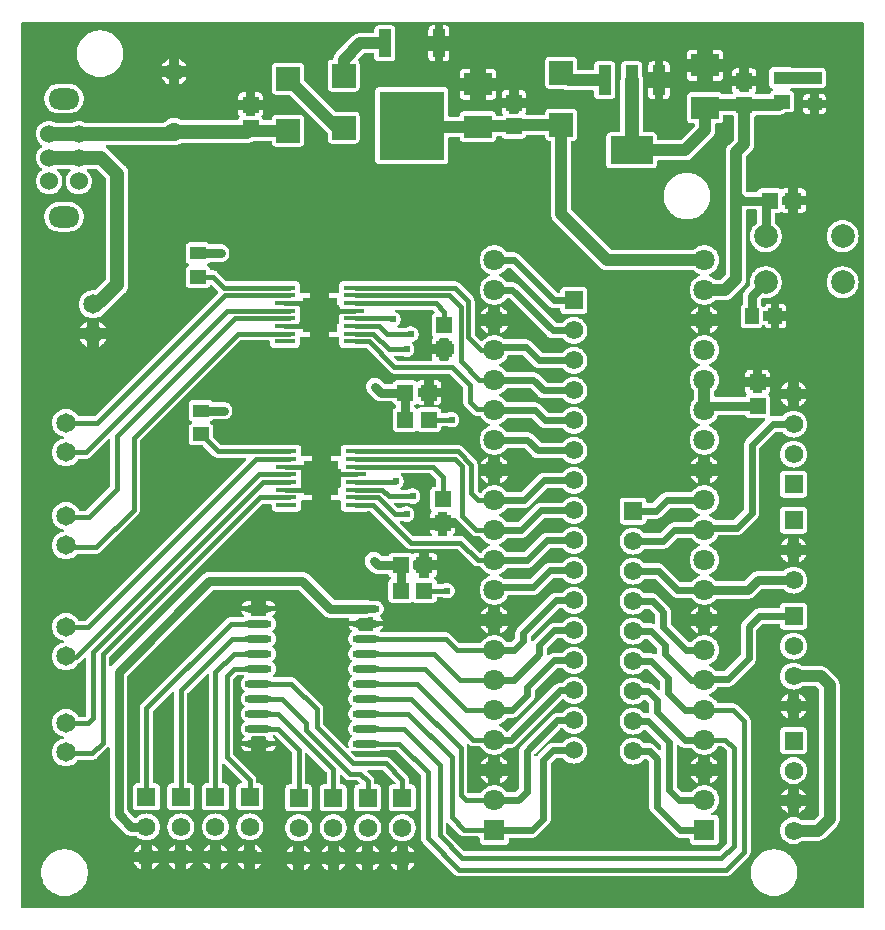
<source format=gtl>
G04 Layer: TopLayer*
G04 EasyEDA v6.5.23, 2022-11-18 20:40:13*
G04 0c95b19414bf4a53847780bc83a88734,1dfdfe31e71b4ff6856625fdd89ee459,10*
G04 Gerber Generator version 0.2*
G04 Scale: 100 percent, Rotated: No, Reflected: No *
G04 Dimensions in millimeters *
G04 leading zeros omitted , absolute positions ,4 integer and 5 decimal *
%FSLAX45Y45*%
%MOMM*%

%AMMACRO1*21,1,$1,$2,0,0,$3*%
%ADD10C,1.0000*%
%ADD11C,0.6000*%
%ADD12C,1.2000*%
%ADD13C,0.8000*%
%ADD14C,0.4000*%
%ADD15R,1.8034X0.4064*%
%ADD16R,3.0000X3.0000*%
%ADD17MACRO1,1.35X1.41X0.0000*%
%ADD18R,1.3500X1.4100*%
%ADD19MACRO1,1.35X1.41X-90.0000*%
%ADD20R,2.3760X1.9000*%
%ADD21R,2.0000X2.0000*%
%ADD22R,1.2500X1.0000*%
%ADD23MACRO1,1.377X1.1325X0.0000*%
%ADD24R,1.3770X1.1325*%
%ADD25MACRO1,1.377X1.1325X-90.0000*%
%ADD26O,2.2999954X0.5999988*%
%ADD27R,1.1000X2.5000*%
%ADD28MACRO1,3.6X2.34X0.0000*%
%ADD29MACRO1,1.064X2.336X0.0000*%
%ADD30MACRO1,5.4912X5.826X0.0000*%
%ADD31C,1.6000*%
%ADD32C,1.6500*%
%ADD33R,1.5748X1.5748*%
%ADD34C,1.5748*%
%ADD35C,1.5240*%
%ADD36C,2.0000*%
%ADD37O,2.6500074X1.7999964*%
%ADD38R,1.8000X1.8000*%
%ADD39C,1.8000*%
%ADD40C,0.6096*%
%ADD41C,0.0140*%

%LPD*%
G36*
X391718Y5994D02*
G01*
X387807Y6705D01*
X384556Y8991D01*
X382320Y12192D01*
X381558Y16103D01*
X381558Y7493558D01*
X382320Y7497521D01*
X384556Y7500772D01*
X387858Y7503007D01*
X391718Y7503718D01*
X712774Y7503515D01*
X7509306Y7503515D01*
X7513218Y7502753D01*
X7516469Y7500569D01*
X7518704Y7497267D01*
X7519466Y7493355D01*
X7519466Y16103D01*
X7518704Y12192D01*
X7516469Y8991D01*
X7513218Y6705D01*
X7509306Y5994D01*
G37*

%LPC*%
G36*
X6747306Y107797D02*
G01*
X6765442Y107797D01*
X6786676Y109931D01*
X6807606Y114350D01*
X6810705Y115214D01*
X6827875Y121005D01*
X6847331Y129844D01*
X6850176Y131318D01*
X6865721Y140665D01*
X6868363Y142494D01*
X6882790Y153517D01*
X6885228Y155600D01*
X6898436Y167995D01*
X6900621Y170332D01*
X6912356Y184200D01*
X6914337Y186791D01*
X6924497Y201726D01*
X6926173Y204520D01*
X6934657Y220522D01*
X6942683Y240284D01*
X6943750Y243382D01*
X6948576Y260807D01*
X6949287Y264007D01*
X6952234Y281838D01*
X6953554Y303174D01*
X6953554Y306425D01*
X6952234Y327660D01*
X6949287Y345592D01*
X6948576Y348742D01*
X6943750Y366217D01*
X6935978Y386130D01*
X6934657Y389077D01*
X6926173Y405079D01*
X6914337Y422808D01*
X6900621Y439166D01*
X6898436Y441502D01*
X6885228Y454050D01*
X6868363Y467106D01*
X6850176Y478180D01*
X6847331Y479704D01*
X6830872Y487324D01*
X6810705Y494284D01*
X6807606Y495147D01*
X6789877Y499059D01*
X6786676Y499567D01*
X6768642Y501548D01*
X6765442Y501700D01*
X6747306Y501700D01*
X6744106Y501548D01*
X6726072Y499567D01*
X6722922Y499059D01*
X6705193Y495147D01*
X6702094Y494284D01*
X6681927Y487324D01*
X6665468Y479704D01*
X6662623Y478180D01*
X6644436Y467106D01*
X6627520Y454050D01*
X6612128Y439166D01*
X6600393Y425348D01*
X6598462Y422808D01*
X6586626Y405079D01*
X6578142Y389077D01*
X6576771Y386130D01*
X6570065Y369265D01*
X6569049Y366217D01*
X6564172Y348742D01*
X6560566Y327660D01*
X6560210Y324561D01*
X6559245Y306425D01*
X6559245Y303174D01*
X6560210Y285038D01*
X6560566Y281838D01*
X6564172Y260807D01*
X6570065Y240284D01*
X6576771Y223469D01*
X6578142Y220522D01*
X6586626Y204520D01*
X6588302Y201726D01*
X6600393Y184200D01*
X6612128Y170332D01*
X6614363Y167995D01*
X6627520Y155600D01*
X6629958Y153517D01*
X6647078Y140665D01*
X6662623Y131318D01*
X6665468Y129844D01*
X6684924Y121005D01*
X6702094Y115214D01*
X6705193Y114350D01*
X6726072Y109931D01*
G37*
G36*
X740206Y107797D02*
G01*
X758342Y107797D01*
X761542Y108000D01*
X782777Y110540D01*
X800506Y114350D01*
X803605Y115214D01*
X820775Y121005D01*
X840232Y129844D01*
X843076Y131318D01*
X858621Y140665D01*
X861263Y142494D01*
X875690Y153517D01*
X878128Y155600D01*
X891336Y168046D01*
X893521Y170383D01*
X905256Y184200D01*
X907237Y186791D01*
X917397Y201777D01*
X919073Y204520D01*
X927557Y220522D01*
X935583Y240284D01*
X936650Y243382D01*
X941476Y260807D01*
X942187Y264007D01*
X945134Y281838D01*
X946454Y303174D01*
X946454Y306425D01*
X945134Y327710D01*
X942187Y345592D01*
X941476Y348742D01*
X936650Y366217D01*
X928878Y386130D01*
X927557Y389077D01*
X919073Y405079D01*
X907237Y422808D01*
X893521Y439166D01*
X891336Y441502D01*
X878128Y454050D01*
X861263Y467106D01*
X858621Y468884D01*
X843076Y478231D01*
X820775Y488594D01*
X803605Y494334D01*
X800506Y495198D01*
X782777Y499059D01*
X779576Y499567D01*
X758342Y501802D01*
X740206Y501802D01*
X718972Y499567D01*
X715822Y499059D01*
X698093Y495198D01*
X694994Y494334D01*
X677824Y488594D01*
X658368Y479704D01*
X655523Y478231D01*
X639978Y468884D01*
X637336Y467106D01*
X620420Y454050D01*
X605028Y439166D01*
X593293Y425348D01*
X591362Y422808D01*
X579526Y405079D01*
X571042Y389077D01*
X569671Y386130D01*
X562965Y369265D01*
X561949Y366217D01*
X557072Y348742D01*
X553466Y327710D01*
X553110Y324561D01*
X552145Y306425D01*
X552145Y303174D01*
X553110Y285038D01*
X553466Y281838D01*
X557072Y260807D01*
X562965Y240284D01*
X569671Y223469D01*
X571042Y220522D01*
X579526Y204520D01*
X581202Y201777D01*
X593293Y184200D01*
X605028Y170383D01*
X607263Y168046D01*
X620420Y155600D01*
X622858Y153517D01*
X639978Y140665D01*
X655523Y131318D01*
X658368Y129844D01*
X677824Y121005D01*
X694994Y115214D01*
X698093Y114350D01*
X715822Y110540D01*
X718972Y110032D01*
X737006Y108000D01*
G37*
G36*
X4089654Y274523D02*
G01*
X6349593Y274523D01*
X6354622Y274777D01*
X6359448Y275386D01*
X6364173Y276453D01*
X6368796Y277876D01*
X6373266Y279755D01*
X6377533Y282041D01*
X6381648Y284581D01*
X6385458Y287528D01*
X6389217Y290931D01*
X6541566Y443280D01*
X6544970Y447090D01*
X6547916Y450850D01*
X6550507Y455015D01*
X6552742Y459282D01*
X6554622Y463753D01*
X6556044Y468325D01*
X6557111Y473100D01*
X6557721Y477926D01*
X6557975Y482904D01*
X6557975Y1587398D01*
X6557721Y1592580D01*
X6557111Y1597253D01*
X6556044Y1602028D01*
X6554622Y1606600D01*
X6552692Y1611172D01*
X6550507Y1615338D01*
X6547866Y1619504D01*
X6544970Y1623314D01*
X6541465Y1627073D01*
X6447332Y1721053D01*
X6443624Y1724406D01*
X6439712Y1727403D01*
X6435699Y1729892D01*
X6431330Y1732229D01*
X6426962Y1734007D01*
X6422237Y1735480D01*
X6417614Y1736496D01*
X6412738Y1737156D01*
X6407759Y1737360D01*
X6285280Y1737360D01*
X6281877Y1737918D01*
X6278880Y1739646D01*
X6276594Y1742236D01*
X6269939Y1753311D01*
X6260592Y1765147D01*
X6249873Y1775866D01*
X6237935Y1785213D01*
X6224981Y1793087D01*
X6210147Y1799742D01*
X6206998Y1801926D01*
X6204864Y1805178D01*
X6204153Y1808988D01*
X6204864Y1812747D01*
X6206998Y1815998D01*
X6210147Y1818284D01*
X6224981Y1824837D01*
X6237935Y1832660D01*
X6249873Y1842007D01*
X6260592Y1852726D01*
X6269939Y1864715D01*
X6274765Y1872640D01*
X6277051Y1875332D01*
X6280048Y1876958D01*
X6283452Y1877568D01*
X6362293Y1877568D01*
X6372910Y1878380D01*
X6382918Y1880819D01*
X6392418Y1884730D01*
X6401155Y1890115D01*
X6409283Y1897024D01*
X6586524Y2074265D01*
X6593484Y2082444D01*
X6598818Y2091131D01*
X6602780Y2100630D01*
X6605168Y2110638D01*
X6605981Y2121255D01*
X6605981Y2356256D01*
X6606794Y2360117D01*
X6608978Y2363419D01*
X6653530Y2407970D01*
X6656831Y2410256D01*
X6660743Y2410968D01*
X6797090Y2410968D01*
X6800951Y2410256D01*
X6804253Y2407970D01*
X6806488Y2404668D01*
X6807250Y2400808D01*
X6807250Y2398217D01*
X6807962Y2390800D01*
X6809994Y2384145D01*
X6813245Y2378100D01*
X6817664Y2372715D01*
X6823049Y2368296D01*
X6829196Y2364994D01*
X6835851Y2362962D01*
X6843268Y2362250D01*
X6999731Y2362250D01*
X7007148Y2362962D01*
X7013803Y2364994D01*
X7019950Y2368296D01*
X7025284Y2372715D01*
X7029703Y2378100D01*
X7033006Y2384145D01*
X7034987Y2390800D01*
X7035749Y2398217D01*
X7035749Y2554782D01*
X7034987Y2562199D01*
X7033006Y2568803D01*
X7029703Y2574950D01*
X7025284Y2580284D01*
X7019950Y2584704D01*
X7013803Y2588006D01*
X7007148Y2590038D01*
X6999731Y2590749D01*
X6843268Y2590749D01*
X6835851Y2590038D01*
X6829196Y2588006D01*
X6823049Y2584704D01*
X6817664Y2580284D01*
X6813245Y2574950D01*
X6809994Y2568803D01*
X6807962Y2562199D01*
X6807250Y2554782D01*
X6807250Y2552141D01*
X6806488Y2548229D01*
X6804253Y2545029D01*
X6800951Y2542743D01*
X6797090Y2541981D01*
X6629806Y2541981D01*
X6619138Y2541219D01*
X6609130Y2538780D01*
X6599681Y2534869D01*
X6590893Y2529484D01*
X6582765Y2522575D01*
X6494424Y2434234D01*
X6487515Y2426055D01*
X6482130Y2417318D01*
X6478219Y2407869D01*
X6475831Y2397810D01*
X6474968Y2387244D01*
X6474968Y2152192D01*
X6474206Y2148382D01*
X6472021Y2145080D01*
X6338519Y2011629D01*
X6335217Y2009343D01*
X6331356Y2008581D01*
X6273850Y2008581D01*
X6270802Y2009038D01*
X6268059Y2010359D01*
X6265824Y2012492D01*
X6260592Y2019147D01*
X6249873Y2029866D01*
X6237935Y2039213D01*
X6224981Y2047087D01*
X6210147Y2053742D01*
X6206998Y2055926D01*
X6204864Y2059178D01*
X6204153Y2062988D01*
X6204864Y2066747D01*
X6206998Y2069998D01*
X6210147Y2072284D01*
X6224981Y2078837D01*
X6237935Y2086660D01*
X6249873Y2096007D01*
X6260592Y2106726D01*
X6269939Y2118715D01*
X6277762Y2131618D01*
X6284010Y2145487D01*
X6288532Y2159914D01*
X6291224Y2174900D01*
X6292138Y2189988D01*
X6291224Y2205126D01*
X6288532Y2220010D01*
X6284010Y2234488D01*
X6277762Y2248255D01*
X6269939Y2261311D01*
X6260592Y2273147D01*
X6249873Y2283866D01*
X6237935Y2293213D01*
X6224981Y2301087D01*
X6210147Y2307742D01*
X6208522Y2308860D01*
X6204813Y2309266D01*
X6196685Y2311806D01*
X6181801Y2314600D01*
X6166662Y2315514D01*
X6151524Y2314600D01*
X6136640Y2311806D01*
X6128512Y2309266D01*
X6124854Y2308860D01*
X6123178Y2307742D01*
X6108344Y2301087D01*
X6095390Y2293213D01*
X6083452Y2283866D01*
X6072733Y2273147D01*
X6060541Y2257653D01*
X6057493Y2255977D01*
X6054090Y2255418D01*
X6045606Y2255418D01*
X6041694Y2256129D01*
X6038443Y2258364D01*
X5885129Y2411679D01*
X5882944Y2414879D01*
X5882182Y2418791D01*
X5882182Y2514041D01*
X5881319Y2524709D01*
X5878931Y2534666D01*
X5874969Y2544165D01*
X5869635Y2552954D01*
X5862675Y2561031D01*
X5774334Y2649372D01*
X5766257Y2656382D01*
X5757468Y2661666D01*
X5747969Y2665679D01*
X5738012Y2668016D01*
X5727344Y2668879D01*
X5661202Y2668879D01*
X5658053Y2669336D01*
X5655208Y2670810D01*
X5652973Y2673096D01*
X5650585Y2676296D01*
X5640781Y2686812D01*
X5629757Y2695956D01*
X5617616Y2703576D01*
X5604662Y2709722D01*
X5590997Y2714142D01*
X5576925Y2716784D01*
X5562600Y2717698D01*
X5548274Y2716784D01*
X5534202Y2714142D01*
X5520537Y2709722D01*
X5507583Y2703576D01*
X5495442Y2695956D01*
X5484418Y2686812D01*
X5474563Y2676296D01*
X5466130Y2664714D01*
X5459222Y2652115D01*
X5453938Y2638806D01*
X5450382Y2624886D01*
X5448604Y2610662D01*
X5448604Y2596337D01*
X5450382Y2582062D01*
X5453938Y2568194D01*
X5459222Y2554884D01*
X5466130Y2542286D01*
X5474563Y2530652D01*
X5484418Y2520238D01*
X5495442Y2511044D01*
X5507583Y2503373D01*
X5520537Y2497277D01*
X5534202Y2492857D01*
X5548274Y2490165D01*
X5562600Y2489250D01*
X5576925Y2490165D01*
X5590997Y2492857D01*
X5604662Y2497277D01*
X5617616Y2503373D01*
X5629757Y2511044D01*
X5640781Y2520238D01*
X5650585Y2530652D01*
X5652770Y2533650D01*
X5655005Y2535885D01*
X5657850Y2537358D01*
X5660999Y2537815D01*
X5696407Y2537815D01*
X5700318Y2537053D01*
X5703570Y2534869D01*
X5748172Y2490317D01*
X5750356Y2487015D01*
X5751118Y2483104D01*
X5751118Y2420366D01*
X5750356Y2416454D01*
X5748172Y2413203D01*
X5744870Y2410968D01*
X5740958Y2410256D01*
X5737098Y2410968D01*
X5735218Y2411780D01*
X5725210Y2414219D01*
X5714593Y2414981D01*
X5661101Y2414981D01*
X5657951Y2415489D01*
X5655106Y2416911D01*
X5652871Y2419146D01*
X5650585Y2422296D01*
X5640781Y2432812D01*
X5629757Y2441956D01*
X5617616Y2449576D01*
X5604662Y2455722D01*
X5590997Y2460142D01*
X5576925Y2462784D01*
X5562600Y2463698D01*
X5548274Y2462784D01*
X5534202Y2460142D01*
X5520537Y2455722D01*
X5507583Y2449576D01*
X5495442Y2441956D01*
X5484418Y2432812D01*
X5474563Y2422296D01*
X5466130Y2410714D01*
X5459222Y2398115D01*
X5453938Y2384806D01*
X5450382Y2370886D01*
X5448604Y2356662D01*
X5448604Y2342337D01*
X5450382Y2328062D01*
X5453938Y2314194D01*
X5459222Y2300884D01*
X5466130Y2288286D01*
X5474563Y2276652D01*
X5484418Y2266238D01*
X5495442Y2257044D01*
X5507583Y2249373D01*
X5520537Y2243277D01*
X5534202Y2238857D01*
X5548274Y2236165D01*
X5562600Y2235250D01*
X5576925Y2236165D01*
X5590997Y2238857D01*
X5604662Y2243277D01*
X5617616Y2249373D01*
X5629757Y2257044D01*
X5640781Y2266238D01*
X5650585Y2276652D01*
X5652871Y2279802D01*
X5655106Y2282037D01*
X5657951Y2283460D01*
X5661101Y2283968D01*
X5683656Y2283968D01*
X5687517Y2283256D01*
X5690819Y2280970D01*
X5760821Y2211019D01*
X5763006Y2207717D01*
X5763768Y2203805D01*
X5763768Y2160219D01*
X5762904Y2156002D01*
X5760364Y2152548D01*
X5756605Y2150465D01*
X5752338Y2150110D01*
X5748324Y2151532D01*
X5744768Y2153666D01*
X5735269Y2157679D01*
X5725312Y2160016D01*
X5714644Y2160879D01*
X5661202Y2160879D01*
X5658053Y2161336D01*
X5655208Y2162810D01*
X5652973Y2165096D01*
X5650585Y2168296D01*
X5640781Y2178812D01*
X5629757Y2187956D01*
X5617616Y2195576D01*
X5604662Y2201722D01*
X5590997Y2206142D01*
X5576925Y2208784D01*
X5562600Y2209698D01*
X5548274Y2208784D01*
X5534202Y2206142D01*
X5520537Y2201722D01*
X5507583Y2195576D01*
X5495442Y2187956D01*
X5484418Y2178812D01*
X5474563Y2168296D01*
X5466130Y2156714D01*
X5459222Y2144115D01*
X5453938Y2130806D01*
X5450382Y2116886D01*
X5448604Y2102662D01*
X5448604Y2088337D01*
X5450382Y2074062D01*
X5453938Y2060193D01*
X5459222Y2046884D01*
X5466130Y2034286D01*
X5474563Y2022652D01*
X5484418Y2012238D01*
X5495442Y2003043D01*
X5507583Y1995373D01*
X5520537Y1989277D01*
X5534202Y1984857D01*
X5548274Y1982165D01*
X5562600Y1981250D01*
X5576925Y1982165D01*
X5590997Y1984857D01*
X5604662Y1989277D01*
X5617616Y1995373D01*
X5629757Y2003043D01*
X5640781Y2012238D01*
X5650585Y2022652D01*
X5652770Y2025650D01*
X5655005Y2027885D01*
X5657850Y2029358D01*
X5660999Y2029815D01*
X5683707Y2029815D01*
X5687618Y2029053D01*
X5690870Y2026869D01*
X5786272Y1931517D01*
X5788456Y1928215D01*
X5789218Y1924304D01*
X5789218Y1858924D01*
X5788456Y1855063D01*
X5786272Y1851761D01*
X5782970Y1849577D01*
X5779058Y1848764D01*
X5775198Y1849577D01*
X5771896Y1851761D01*
X5736234Y1887372D01*
X5728157Y1894382D01*
X5719368Y1899666D01*
X5709869Y1903679D01*
X5699912Y1906016D01*
X5689244Y1906879D01*
X5661202Y1906879D01*
X5658053Y1907336D01*
X5655208Y1908810D01*
X5652973Y1911096D01*
X5650585Y1914296D01*
X5640781Y1924812D01*
X5629757Y1933956D01*
X5617616Y1941575D01*
X5604662Y1947722D01*
X5590997Y1952142D01*
X5576925Y1954784D01*
X5562600Y1955698D01*
X5548274Y1954784D01*
X5534202Y1952142D01*
X5520537Y1947722D01*
X5507583Y1941575D01*
X5495442Y1933956D01*
X5484418Y1924812D01*
X5474563Y1914296D01*
X5466130Y1902714D01*
X5459222Y1890115D01*
X5453938Y1876806D01*
X5450382Y1862886D01*
X5448604Y1848662D01*
X5448604Y1834337D01*
X5450382Y1820062D01*
X5453938Y1806193D01*
X5459222Y1792884D01*
X5466130Y1780286D01*
X5474563Y1768652D01*
X5484418Y1758238D01*
X5495442Y1749043D01*
X5507583Y1741373D01*
X5520537Y1735277D01*
X5534202Y1730857D01*
X5548274Y1728165D01*
X5562600Y1727250D01*
X5576925Y1728165D01*
X5590997Y1730857D01*
X5604662Y1735277D01*
X5617616Y1741373D01*
X5629757Y1749043D01*
X5640781Y1758238D01*
X5650585Y1768652D01*
X5651652Y1770075D01*
X5654903Y1772970D01*
X5659069Y1774291D01*
X5663387Y1773631D01*
X5667044Y1771345D01*
X5697372Y1741017D01*
X5699556Y1737715D01*
X5700318Y1733804D01*
X5700318Y1663852D01*
X5699912Y1660804D01*
X5698083Y1657299D01*
X5695797Y1654911D01*
X5692902Y1653387D01*
X5689650Y1652879D01*
X5661202Y1652879D01*
X5658053Y1653336D01*
X5655208Y1654810D01*
X5652973Y1657096D01*
X5650585Y1660296D01*
X5640781Y1670812D01*
X5629757Y1679956D01*
X5617616Y1687575D01*
X5604662Y1693722D01*
X5590997Y1698142D01*
X5576925Y1700784D01*
X5562600Y1701698D01*
X5548274Y1700784D01*
X5534202Y1698142D01*
X5520537Y1693722D01*
X5507583Y1687575D01*
X5495442Y1679956D01*
X5484418Y1670812D01*
X5474563Y1660296D01*
X5466130Y1648714D01*
X5459222Y1636115D01*
X5453938Y1622806D01*
X5450382Y1608886D01*
X5448604Y1594662D01*
X5448604Y1580337D01*
X5450382Y1566062D01*
X5453938Y1552194D01*
X5459222Y1538884D01*
X5466130Y1526286D01*
X5474563Y1514652D01*
X5484418Y1504238D01*
X5495442Y1495044D01*
X5507583Y1487373D01*
X5520537Y1481277D01*
X5534202Y1476857D01*
X5548274Y1474165D01*
X5562600Y1473250D01*
X5576925Y1474165D01*
X5590997Y1476857D01*
X5604662Y1481277D01*
X5617616Y1487373D01*
X5629757Y1495044D01*
X5640781Y1504238D01*
X5650585Y1514652D01*
X5651652Y1516126D01*
X5654903Y1519021D01*
X5659069Y1520291D01*
X5663387Y1519732D01*
X5667044Y1517396D01*
X5798972Y1385620D01*
X5801156Y1382318D01*
X5801918Y1378407D01*
X5801918Y1350924D01*
X5801156Y1347063D01*
X5798972Y1343761D01*
X5795670Y1341577D01*
X5791758Y1340764D01*
X5787898Y1341577D01*
X5784596Y1343761D01*
X5748934Y1379372D01*
X5740857Y1386382D01*
X5732068Y1391666D01*
X5722569Y1395679D01*
X5712612Y1398016D01*
X5701944Y1398879D01*
X5661202Y1398879D01*
X5658053Y1399336D01*
X5655208Y1400810D01*
X5652973Y1403096D01*
X5650585Y1406296D01*
X5640781Y1416812D01*
X5629757Y1425956D01*
X5617616Y1433576D01*
X5604662Y1439722D01*
X5590997Y1444142D01*
X5576925Y1446784D01*
X5562600Y1447698D01*
X5548274Y1446784D01*
X5534202Y1444142D01*
X5520537Y1439722D01*
X5507583Y1433576D01*
X5495442Y1425956D01*
X5484418Y1416812D01*
X5474563Y1406296D01*
X5466130Y1394714D01*
X5459222Y1382115D01*
X5453938Y1368806D01*
X5450382Y1354886D01*
X5448604Y1340662D01*
X5448604Y1326337D01*
X5450382Y1312062D01*
X5453938Y1298194D01*
X5459222Y1284884D01*
X5466130Y1272286D01*
X5474563Y1260652D01*
X5484418Y1250238D01*
X5495442Y1241044D01*
X5507583Y1233373D01*
X5520537Y1227277D01*
X5534202Y1222857D01*
X5548274Y1220165D01*
X5562600Y1219250D01*
X5576925Y1220165D01*
X5590997Y1222857D01*
X5604662Y1227277D01*
X5617616Y1233373D01*
X5629757Y1241044D01*
X5640781Y1250238D01*
X5650585Y1260652D01*
X5652770Y1263650D01*
X5655005Y1265885D01*
X5657850Y1267358D01*
X5660999Y1267815D01*
X5671007Y1267815D01*
X5674918Y1267053D01*
X5678170Y1264869D01*
X5697372Y1245717D01*
X5699556Y1242415D01*
X5700318Y1238504D01*
X5700318Y864108D01*
X5701182Y853541D01*
X5703570Y843483D01*
X5707481Y834034D01*
X5712866Y825246D01*
X5719775Y817118D01*
X5916828Y619810D01*
X5924956Y612902D01*
X5933694Y607517D01*
X5943193Y603554D01*
X5953201Y601167D01*
X5963818Y600303D01*
X6030976Y600303D01*
X6034887Y599592D01*
X6038189Y597357D01*
X6040374Y594106D01*
X6041136Y590194D01*
X6041136Y576529D01*
X6041898Y569061D01*
X6043930Y562457D01*
X6047181Y556260D01*
X6051600Y550875D01*
X6056985Y546455D01*
X6063081Y543204D01*
X6069736Y541172D01*
X6077153Y540461D01*
X6256172Y540461D01*
X6263589Y541172D01*
X6270244Y543204D01*
X6276390Y546455D01*
X6281724Y550875D01*
X6286144Y556260D01*
X6289446Y562457D01*
X6291427Y569061D01*
X6292189Y576529D01*
X6292189Y755446D01*
X6291427Y762863D01*
X6289446Y769569D01*
X6286144Y775665D01*
X6281724Y781050D01*
X6276390Y785418D01*
X6270244Y788720D01*
X6263589Y790752D01*
X6256172Y791514D01*
X6232702Y791514D01*
X6228435Y792480D01*
X6224930Y795020D01*
X6222898Y798880D01*
X6222644Y803300D01*
X6224270Y807313D01*
X6227419Y810310D01*
X6237935Y816660D01*
X6249873Y826008D01*
X6260592Y836726D01*
X6269939Y848715D01*
X6277762Y861618D01*
X6284010Y875487D01*
X6288532Y889914D01*
X6291224Y904900D01*
X6292138Y919987D01*
X6291224Y935126D01*
X6288532Y950010D01*
X6284010Y964488D01*
X6277762Y978255D01*
X6269939Y991311D01*
X6260592Y1003147D01*
X6249873Y1013866D01*
X6237935Y1023213D01*
X6224981Y1031087D01*
X6210147Y1037742D01*
X6208522Y1038860D01*
X6204813Y1039266D01*
X6196685Y1041806D01*
X6181801Y1044600D01*
X6166662Y1045514D01*
X6151524Y1044600D01*
X6136640Y1041806D01*
X6128512Y1039266D01*
X6124854Y1038860D01*
X6123178Y1037742D01*
X6108344Y1031087D01*
X6095390Y1023213D01*
X6083452Y1013866D01*
X6072733Y1003147D01*
X6060541Y987653D01*
X6057493Y985977D01*
X6054090Y985418D01*
X5982157Y985418D01*
X5978296Y986129D01*
X5974994Y988364D01*
X5935929Y1027480D01*
X5933744Y1030833D01*
X5932982Y1034745D01*
X5932982Y1379270D01*
X5933744Y1383182D01*
X5935929Y1386484D01*
X5939231Y1388668D01*
X5943142Y1389430D01*
X5947003Y1388668D01*
X5950305Y1386484D01*
X5954928Y1381810D01*
X5963056Y1374902D01*
X5971794Y1369517D01*
X5981293Y1365554D01*
X5991301Y1363167D01*
X6001918Y1362303D01*
X6054242Y1362303D01*
X6057646Y1361744D01*
X6060643Y1360068D01*
X6072733Y1344726D01*
X6083452Y1334008D01*
X6095390Y1324660D01*
X6108344Y1316837D01*
X6123178Y1310284D01*
X6124854Y1309065D01*
X6128512Y1308658D01*
X6136640Y1306118D01*
X6151524Y1303426D01*
X6166662Y1302512D01*
X6181801Y1303426D01*
X6196685Y1306118D01*
X6204813Y1308658D01*
X6208522Y1309065D01*
X6210147Y1310284D01*
X6224981Y1316837D01*
X6237935Y1324660D01*
X6249873Y1334008D01*
X6260592Y1344726D01*
X6269939Y1356715D01*
X6276441Y1367434D01*
X6278727Y1370025D01*
X6281724Y1371803D01*
X6285128Y1372362D01*
X6317335Y1372362D01*
X6321196Y1371549D01*
X6324498Y1369415D01*
X6355029Y1338935D01*
X6357264Y1335684D01*
X6358026Y1331772D01*
X6358026Y560679D01*
X6357264Y556818D01*
X6355080Y553567D01*
X6291681Y490169D01*
X6288379Y487934D01*
X6284518Y487222D01*
X4142079Y487222D01*
X4138168Y487934D01*
X4134865Y490169D01*
X3982821Y642467D01*
X3980637Y645668D01*
X3979875Y649579D01*
X3979875Y717854D01*
X3980637Y721715D01*
X3982821Y725068D01*
X3986123Y727202D01*
X3990035Y728065D01*
X3993896Y727202D01*
X3997198Y725068D01*
X4095191Y626821D01*
X4099001Y623316D01*
X4102760Y620471D01*
X4106926Y617778D01*
X4111142Y615594D01*
X4115663Y613714D01*
X4120235Y612292D01*
X4125010Y611225D01*
X4129735Y610565D01*
X4134865Y610311D01*
X4253026Y610311D01*
X4256887Y609549D01*
X4260189Y607415D01*
X4262374Y604062D01*
X4263186Y600151D01*
X4263186Y576529D01*
X4263898Y569061D01*
X4265930Y562457D01*
X4269181Y556260D01*
X4273600Y550875D01*
X4278985Y546455D01*
X4285081Y543204D01*
X4291736Y541172D01*
X4299153Y540461D01*
X4478172Y540461D01*
X4485589Y541172D01*
X4492244Y543204D01*
X4498390Y546455D01*
X4503724Y550875D01*
X4508144Y556260D01*
X4511446Y562457D01*
X4513427Y569061D01*
X4514189Y576529D01*
X4514189Y590194D01*
X4514951Y594106D01*
X4517136Y597357D01*
X4520438Y599592D01*
X4524349Y600303D01*
X4704232Y600303D01*
X4714900Y601167D01*
X4724857Y603554D01*
X4734356Y607517D01*
X4743145Y612851D01*
X4751222Y619810D01*
X4846523Y715365D01*
X4853381Y723341D01*
X4858715Y732129D01*
X4862677Y741680D01*
X4865065Y751586D01*
X4865928Y762254D01*
X4865928Y1225804D01*
X4866690Y1229664D01*
X4868875Y1232916D01*
X4906518Y1270457D01*
X4909820Y1272692D01*
X4913731Y1273403D01*
X4966360Y1273403D01*
X4970475Y1272590D01*
X4973878Y1270152D01*
X4984089Y1258824D01*
X4994960Y1249527D01*
X5006949Y1241806D01*
X5019852Y1235557D01*
X5033416Y1231087D01*
X5047488Y1228293D01*
X5061762Y1227378D01*
X5076037Y1228293D01*
X5090109Y1231087D01*
X5103672Y1235557D01*
X5116576Y1241806D01*
X5128564Y1249527D01*
X5139486Y1258824D01*
X5149088Y1269441D01*
X5157266Y1281176D01*
X5163921Y1293825D01*
X5168849Y1307338D01*
X5172049Y1321257D01*
X5173421Y1335481D01*
X5172964Y1349857D01*
X5170678Y1363980D01*
X5166563Y1377696D01*
X5160772Y1390700D01*
X5153355Y1402994D01*
X5144465Y1414221D01*
X5134152Y1424127D01*
X5122722Y1432661D01*
X5110226Y1439722D01*
X5096967Y1445107D01*
X5083098Y1448663D01*
X5068925Y1450492D01*
X5054600Y1450492D01*
X5040426Y1448663D01*
X5026558Y1445107D01*
X5013299Y1439722D01*
X5000853Y1432661D01*
X4989372Y1424127D01*
X4979111Y1414221D01*
X4974386Y1408277D01*
X4972202Y1406194D01*
X4969459Y1404874D01*
X4966462Y1404518D01*
X4882845Y1404518D01*
X4872278Y1403604D01*
X4862322Y1401216D01*
X4852822Y1397304D01*
X4844034Y1391970D01*
X4835906Y1385062D01*
X4754422Y1303883D01*
X4747463Y1295704D01*
X4745278Y1292199D01*
X4742230Y1288999D01*
X4738217Y1287424D01*
X4733848Y1287729D01*
X4730038Y1289761D01*
X4727397Y1293215D01*
X4726482Y1297482D01*
X4726482Y1302258D01*
X4727244Y1306118D01*
X4729429Y1309420D01*
X4944668Y1524457D01*
X4947970Y1526692D01*
X4951882Y1527403D01*
X4963363Y1527403D01*
X4966512Y1526946D01*
X4969306Y1525473D01*
X4971592Y1523288D01*
X4973777Y1520291D01*
X4983581Y1509776D01*
X4994605Y1500682D01*
X5006746Y1493012D01*
X5019700Y1486865D01*
X5033365Y1482394D01*
X5047437Y1479804D01*
X5061762Y1478838D01*
X5076088Y1479804D01*
X5090160Y1482394D01*
X5103825Y1486865D01*
X5116779Y1493012D01*
X5128920Y1500682D01*
X5139944Y1509776D01*
X5149799Y1520291D01*
X5158232Y1531874D01*
X5165140Y1544421D01*
X5170424Y1557832D01*
X5173980Y1571650D01*
X5175758Y1585874D01*
X5175758Y1600250D01*
X5173980Y1614525D01*
X5170424Y1628343D01*
X5165140Y1641703D01*
X5158232Y1654251D01*
X5149799Y1665884D01*
X5139944Y1676349D01*
X5128920Y1685493D01*
X5116779Y1693214D01*
X5103825Y1699260D01*
X5090160Y1703679D01*
X5076088Y1706422D01*
X5061762Y1707337D01*
X5047437Y1706422D01*
X5033365Y1703679D01*
X5019700Y1699260D01*
X5006746Y1693214D01*
X4994605Y1685493D01*
X4983581Y1676349D01*
X4973777Y1665884D01*
X4971389Y1662633D01*
X4969154Y1660448D01*
X4966309Y1658975D01*
X4963160Y1658518D01*
X4920945Y1658518D01*
X4910328Y1657604D01*
X4900320Y1655216D01*
X4890820Y1651304D01*
X4882083Y1645920D01*
X4873955Y1639062D01*
X4614926Y1380236D01*
X4608017Y1372108D01*
X4602632Y1363421D01*
X4598670Y1353870D01*
X4596282Y1343914D01*
X4595418Y1333246D01*
X4595418Y1021994D01*
X4594656Y1018133D01*
X4592472Y1014780D01*
X4566107Y988364D01*
X4562805Y986129D01*
X4558893Y985418D01*
X4501235Y985418D01*
X4497832Y985977D01*
X4494834Y987653D01*
X4482592Y1003147D01*
X4471873Y1013866D01*
X4459935Y1023213D01*
X4446981Y1031087D01*
X4432147Y1037742D01*
X4430522Y1038860D01*
X4426813Y1039266D01*
X4418685Y1041806D01*
X4403801Y1044600D01*
X4388662Y1045514D01*
X4373524Y1044600D01*
X4358640Y1041806D01*
X4350512Y1039266D01*
X4346854Y1038860D01*
X4345178Y1037742D01*
X4330344Y1031087D01*
X4317390Y1023213D01*
X4305452Y1013866D01*
X4294733Y1003147D01*
X4285386Y991311D01*
X4278731Y980236D01*
X4276496Y977646D01*
X4273448Y975918D01*
X4270044Y975360D01*
X4174693Y975360D01*
X4170781Y976172D01*
X4167479Y978357D01*
X4160621Y985215D01*
X4158437Y988517D01*
X4157675Y992378D01*
X4157675Y1358798D01*
X4157421Y1363929D01*
X4156811Y1368653D01*
X4155795Y1373327D01*
X4153712Y1379423D01*
X4153255Y1383842D01*
X4154779Y1388059D01*
X4157878Y1391208D01*
X4162044Y1392783D01*
X4166463Y1392377D01*
X4170324Y1390091D01*
X4175302Y1385468D01*
X4179112Y1382522D01*
X4183176Y1379880D01*
X4187494Y1377696D01*
X4191965Y1375816D01*
X4196588Y1374343D01*
X4201312Y1373327D01*
X4206087Y1372717D01*
X4211167Y1372463D01*
X4270146Y1372463D01*
X4273550Y1371854D01*
X4276547Y1370177D01*
X4278833Y1367536D01*
X4285386Y1356715D01*
X4294733Y1344726D01*
X4305452Y1334008D01*
X4317390Y1324660D01*
X4330344Y1316837D01*
X4345178Y1310284D01*
X4346854Y1309065D01*
X4350512Y1308658D01*
X4358640Y1306118D01*
X4373524Y1303426D01*
X4388662Y1302512D01*
X4403801Y1303426D01*
X4418685Y1306118D01*
X4426813Y1308658D01*
X4430522Y1309065D01*
X4432147Y1310284D01*
X4446981Y1316837D01*
X4459935Y1324660D01*
X4471873Y1334008D01*
X4482592Y1344726D01*
X4494682Y1360068D01*
X4497679Y1361744D01*
X4501083Y1362303D01*
X4526178Y1362303D01*
X4536846Y1363167D01*
X4546803Y1365554D01*
X4556302Y1369517D01*
X4565091Y1374851D01*
X4573168Y1381810D01*
X4962398Y1771040D01*
X4965801Y1773275D01*
X4969764Y1773986D01*
X4973726Y1773123D01*
X4976977Y1770837D01*
X4983581Y1763775D01*
X4994605Y1754682D01*
X5006746Y1747012D01*
X5019700Y1740865D01*
X5033365Y1736394D01*
X5047437Y1733804D01*
X5061762Y1732838D01*
X5076088Y1733804D01*
X5090160Y1736394D01*
X5103825Y1740865D01*
X5116779Y1747012D01*
X5128920Y1754682D01*
X5139944Y1763775D01*
X5149799Y1774291D01*
X5158232Y1785874D01*
X5165140Y1798421D01*
X5170424Y1811832D01*
X5173980Y1825650D01*
X5175758Y1839874D01*
X5175758Y1854250D01*
X5173980Y1868525D01*
X5170424Y1882343D01*
X5165140Y1895703D01*
X5158232Y1908251D01*
X5149799Y1919884D01*
X5139944Y1930349D01*
X5128920Y1939493D01*
X5116779Y1947214D01*
X5103825Y1953260D01*
X5090160Y1957679D01*
X5076088Y1960422D01*
X5061762Y1961337D01*
X5047437Y1960422D01*
X5033365Y1957679D01*
X5019700Y1953260D01*
X5006746Y1947214D01*
X4994605Y1939493D01*
X4983581Y1930349D01*
X4973777Y1919884D01*
X4971389Y1916633D01*
X4969154Y1914448D01*
X4966309Y1912975D01*
X4963160Y1912518D01*
X4946091Y1912518D01*
X4935423Y1911604D01*
X4925466Y1909216D01*
X4915966Y1905254D01*
X4907178Y1899920D01*
X4899101Y1893011D01*
X4505960Y1499819D01*
X4502353Y1497533D01*
X4498136Y1496872D01*
X4494022Y1498041D01*
X4490770Y1500784D01*
X4482592Y1511147D01*
X4471873Y1521866D01*
X4459935Y1531213D01*
X4446981Y1539087D01*
X4432147Y1545742D01*
X4428998Y1547926D01*
X4426864Y1551178D01*
X4426153Y1554988D01*
X4426864Y1558747D01*
X4428998Y1561998D01*
X4432147Y1564284D01*
X4446981Y1570837D01*
X4459935Y1578660D01*
X4471873Y1588008D01*
X4482592Y1598726D01*
X4494682Y1614068D01*
X4497679Y1615744D01*
X4501083Y1616303D01*
X4539132Y1616303D01*
X4549800Y1617167D01*
X4559757Y1619554D01*
X4569256Y1623517D01*
X4578045Y1628851D01*
X4586122Y1635810D01*
X4714138Y1764080D01*
X4721047Y1772107D01*
X4726381Y1780895D01*
X4730343Y1790446D01*
X4732731Y1800352D01*
X4733594Y1811020D01*
X4733594Y1842770D01*
X4734356Y1846630D01*
X4736541Y1849983D01*
X4919268Y2032457D01*
X4922570Y2034692D01*
X4926482Y2035403D01*
X4963363Y2035403D01*
X4966512Y2034946D01*
X4969306Y2033473D01*
X4971592Y2031288D01*
X4973777Y2028291D01*
X4983581Y2017775D01*
X4994605Y2008682D01*
X5006746Y2001012D01*
X5019700Y1994865D01*
X5033365Y1990394D01*
X5047437Y1987804D01*
X5061762Y1986838D01*
X5076088Y1987804D01*
X5090160Y1990394D01*
X5103825Y1994865D01*
X5116779Y2001012D01*
X5128920Y2008682D01*
X5139944Y2017775D01*
X5149799Y2028291D01*
X5158232Y2039874D01*
X5165140Y2052421D01*
X5170424Y2065832D01*
X5173980Y2079650D01*
X5175758Y2093874D01*
X5175758Y2108250D01*
X5173980Y2122525D01*
X5170424Y2136343D01*
X5165140Y2149703D01*
X5158232Y2162251D01*
X5149799Y2173884D01*
X5139944Y2184349D01*
X5128920Y2193493D01*
X5116779Y2201214D01*
X5103825Y2207260D01*
X5090160Y2211679D01*
X5076088Y2214422D01*
X5061762Y2215337D01*
X5047437Y2214422D01*
X5033365Y2211679D01*
X5019700Y2207260D01*
X5006746Y2201214D01*
X4994605Y2193493D01*
X4983581Y2184349D01*
X4973777Y2173884D01*
X4971389Y2170633D01*
X4969154Y2168448D01*
X4966309Y2166975D01*
X4963160Y2166518D01*
X4895545Y2166518D01*
X4884928Y2165604D01*
X4874920Y2163216D01*
X4865420Y2159304D01*
X4856683Y2153920D01*
X4851908Y2149906D01*
X4848606Y2148027D01*
X4844796Y2147519D01*
X4841087Y2148433D01*
X4837938Y2150618D01*
X4835906Y2153869D01*
X4835194Y2157577D01*
X4835194Y2198319D01*
X4835956Y2202230D01*
X4838141Y2205583D01*
X4919268Y2286457D01*
X4922570Y2288692D01*
X4926431Y2289403D01*
X4963363Y2289403D01*
X4966512Y2288946D01*
X4969306Y2287473D01*
X4971592Y2285288D01*
X4973777Y2282291D01*
X4983581Y2271776D01*
X4994605Y2262682D01*
X5006746Y2255012D01*
X5019700Y2248865D01*
X5033365Y2244394D01*
X5047437Y2241804D01*
X5061762Y2240838D01*
X5076088Y2241804D01*
X5090160Y2244394D01*
X5103825Y2248865D01*
X5116779Y2255012D01*
X5128920Y2262682D01*
X5139944Y2271776D01*
X5149799Y2282291D01*
X5158232Y2293874D01*
X5165140Y2306421D01*
X5170424Y2319832D01*
X5173980Y2333650D01*
X5175758Y2347874D01*
X5175758Y2362250D01*
X5173980Y2376525D01*
X5170424Y2390343D01*
X5165140Y2403703D01*
X5158232Y2416251D01*
X5149799Y2427884D01*
X5139944Y2438349D01*
X5128920Y2447493D01*
X5116779Y2455214D01*
X5103825Y2461260D01*
X5090160Y2465679D01*
X5076088Y2468422D01*
X5061762Y2469337D01*
X5047437Y2468422D01*
X5033365Y2465679D01*
X5019700Y2461260D01*
X5006746Y2455214D01*
X4994605Y2447493D01*
X4983581Y2438349D01*
X4973777Y2427884D01*
X4971389Y2424633D01*
X4969154Y2422448D01*
X4966309Y2420975D01*
X4963160Y2420518D01*
X4895545Y2420518D01*
X4884978Y2419604D01*
X4874971Y2417216D01*
X4865471Y2413304D01*
X4856683Y2407970D01*
X4848606Y2401062D01*
X4723688Y2276398D01*
X4716729Y2268270D01*
X4714290Y2264308D01*
X4711293Y2261158D01*
X4707229Y2259584D01*
X4702860Y2259888D01*
X4699050Y2261920D01*
X4696409Y2265375D01*
X4695494Y2269642D01*
X4695494Y2298344D01*
X4696256Y2302256D01*
X4698441Y2305507D01*
X4933543Y2540558D01*
X4936845Y2542794D01*
X4940706Y2543606D01*
X4963261Y2543606D01*
X4966411Y2543098D01*
X4969256Y2541676D01*
X4971491Y2539339D01*
X4973777Y2536291D01*
X4983581Y2525776D01*
X4994605Y2516682D01*
X5006746Y2509012D01*
X5019700Y2502865D01*
X5033365Y2498394D01*
X5047437Y2495804D01*
X5061762Y2494838D01*
X5076088Y2495804D01*
X5090160Y2498394D01*
X5103825Y2502865D01*
X5116779Y2509012D01*
X5128920Y2516682D01*
X5139944Y2525776D01*
X5149799Y2536291D01*
X5158232Y2547874D01*
X5165140Y2560421D01*
X5170424Y2573832D01*
X5173980Y2587650D01*
X5175758Y2601874D01*
X5175758Y2616250D01*
X5173980Y2630525D01*
X5170424Y2644343D01*
X5165140Y2657703D01*
X5158232Y2670251D01*
X5149799Y2681884D01*
X5139944Y2692349D01*
X5128920Y2701493D01*
X5116779Y2709214D01*
X5103825Y2715260D01*
X5090160Y2719679D01*
X5076088Y2722422D01*
X5061762Y2723337D01*
X5047437Y2722422D01*
X5033365Y2719679D01*
X5019700Y2715260D01*
X5006746Y2709214D01*
X4994605Y2701493D01*
X4983581Y2692349D01*
X4973777Y2681884D01*
X4971491Y2678734D01*
X4969256Y2676550D01*
X4966411Y2675077D01*
X4963261Y2674569D01*
X4909769Y2674569D01*
X4899152Y2673705D01*
X4889144Y2671318D01*
X4879644Y2667406D01*
X4870907Y2662021D01*
X4862779Y2655112D01*
X4583938Y2376271D01*
X4577029Y2368194D01*
X4571644Y2359456D01*
X4567682Y2349906D01*
X4565294Y2339949D01*
X4564481Y2329281D01*
X4564481Y2297480D01*
X4563719Y2293620D01*
X4561484Y2290318D01*
X4529632Y2258466D01*
X4526330Y2256231D01*
X4522419Y2255469D01*
X4501184Y2255469D01*
X4497781Y2256078D01*
X4494733Y2257806D01*
X4482592Y2273147D01*
X4471873Y2283866D01*
X4459935Y2293213D01*
X4446981Y2301087D01*
X4432147Y2307742D01*
X4430522Y2308860D01*
X4426813Y2309266D01*
X4418685Y2311806D01*
X4403801Y2314600D01*
X4388662Y2315514D01*
X4373524Y2314600D01*
X4358640Y2311806D01*
X4350512Y2309266D01*
X4346854Y2308860D01*
X4345178Y2307742D01*
X4330344Y2301087D01*
X4317390Y2293213D01*
X4305452Y2283866D01*
X4294733Y2273147D01*
X4285386Y2261311D01*
X4278833Y2250389D01*
X4276547Y2247747D01*
X4273550Y2246122D01*
X4270146Y2245461D01*
X4098442Y2245461D01*
X4094530Y2246223D01*
X4091228Y2248458D01*
X4016146Y2323541D01*
X4012387Y2326944D01*
X4008577Y2329891D01*
X4004462Y2332583D01*
X4000195Y2334768D01*
X3995724Y2336596D01*
X3991101Y2338070D01*
X3986377Y2339086D01*
X3981551Y2339746D01*
X3976522Y2340000D01*
X3430727Y2340000D01*
X3426714Y2340762D01*
X3423361Y2343150D01*
X3421176Y2346604D01*
X3420567Y2350719D01*
X3421634Y2354630D01*
X3424174Y2357932D01*
X3432759Y2365146D01*
X3439414Y2372969D01*
X3444798Y2381707D01*
X3448253Y2390089D01*
X3365296Y2390089D01*
X3365296Y2360117D01*
X3364534Y2356205D01*
X3362299Y2352954D01*
X3358997Y2350719D01*
X3355136Y2349957D01*
X3247745Y2349957D01*
X3243834Y2350719D01*
X3240582Y2352954D01*
X3238347Y2356205D01*
X3237585Y2360117D01*
X3237585Y2390089D01*
X3154629Y2390089D01*
X3158083Y2381707D01*
X3163468Y2372969D01*
X3170123Y2365146D01*
X3177946Y2358542D01*
X3180994Y2356612D01*
X3183991Y2353767D01*
X3185617Y2350008D01*
X3185617Y2345893D01*
X3183991Y2342083D01*
X3180994Y2339289D01*
X3177946Y2337460D01*
X3170123Y2330754D01*
X3163468Y2322931D01*
X3158083Y2314194D01*
X3154172Y2304745D01*
X3151784Y2294686D01*
X3150971Y2284425D01*
X3151784Y2274214D01*
X3154172Y2264257D01*
X3158083Y2254707D01*
X3163468Y2245969D01*
X3170123Y2238146D01*
X3177946Y2231542D01*
X3180994Y2229612D01*
X3183991Y2226767D01*
X3185617Y2223008D01*
X3185617Y2218893D01*
X3183991Y2215083D01*
X3180994Y2212289D01*
X3177946Y2210460D01*
X3170123Y2203754D01*
X3163468Y2195931D01*
X3158083Y2187194D01*
X3154172Y2177745D01*
X3151784Y2167686D01*
X3150971Y2157425D01*
X3151784Y2147214D01*
X3154172Y2137257D01*
X3158083Y2127707D01*
X3163468Y2118969D01*
X3170123Y2111146D01*
X3177946Y2104542D01*
X3180994Y2102612D01*
X3183991Y2099767D01*
X3185617Y2096007D01*
X3185617Y2091893D01*
X3183991Y2088083D01*
X3180994Y2085289D01*
X3177946Y2083460D01*
X3170123Y2076754D01*
X3163468Y2068931D01*
X3158083Y2060193D01*
X3154172Y2050745D01*
X3151784Y2040686D01*
X3150971Y2030425D01*
X3151784Y2020214D01*
X3154172Y2010257D01*
X3158083Y2000707D01*
X3163468Y1991969D01*
X3170123Y1984146D01*
X3177946Y1977542D01*
X3180994Y1975612D01*
X3183991Y1972767D01*
X3185617Y1969007D01*
X3185617Y1964893D01*
X3183991Y1961083D01*
X3180994Y1958289D01*
X3177946Y1956460D01*
X3170123Y1949754D01*
X3163468Y1941931D01*
X3158083Y1933193D01*
X3154172Y1923745D01*
X3151784Y1913686D01*
X3150971Y1903425D01*
X3151784Y1893214D01*
X3154172Y1883257D01*
X3158083Y1873707D01*
X3163468Y1864969D01*
X3170123Y1857146D01*
X3177946Y1850542D01*
X3180994Y1848612D01*
X3183991Y1845767D01*
X3185617Y1842007D01*
X3185617Y1837893D01*
X3183991Y1834083D01*
X3180994Y1831289D01*
X3177946Y1829460D01*
X3170123Y1822754D01*
X3163468Y1814931D01*
X3158083Y1806193D01*
X3154172Y1796745D01*
X3151784Y1786686D01*
X3150971Y1776425D01*
X3151784Y1766214D01*
X3154172Y1756257D01*
X3158083Y1746707D01*
X3163468Y1737969D01*
X3170123Y1730146D01*
X3177946Y1723542D01*
X3180994Y1721612D01*
X3183991Y1718767D01*
X3185617Y1715007D01*
X3185617Y1710893D01*
X3183991Y1707083D01*
X3180994Y1704289D01*
X3177946Y1702460D01*
X3170123Y1695754D01*
X3163468Y1687931D01*
X3158083Y1679193D01*
X3154172Y1669745D01*
X3151784Y1659686D01*
X3150971Y1649425D01*
X3151784Y1639214D01*
X3154172Y1629257D01*
X3158083Y1619707D01*
X3163468Y1610969D01*
X3170123Y1603146D01*
X3177946Y1596542D01*
X3180994Y1594612D01*
X3183991Y1591767D01*
X3185617Y1588008D01*
X3185617Y1583893D01*
X3183991Y1580083D01*
X3180994Y1577289D01*
X3177946Y1575460D01*
X3170123Y1568754D01*
X3163468Y1560931D01*
X3158083Y1552194D01*
X3154172Y1542745D01*
X3151784Y1532686D01*
X3150971Y1522425D01*
X3151784Y1512214D01*
X3154172Y1502257D01*
X3158083Y1492707D01*
X3163468Y1483969D01*
X3170123Y1476146D01*
X3177946Y1469542D01*
X3180994Y1467612D01*
X3183991Y1464767D01*
X3185617Y1461008D01*
X3185617Y1456893D01*
X3183991Y1453083D01*
X3180994Y1450289D01*
X3177946Y1448460D01*
X3170123Y1441754D01*
X3163468Y1433931D01*
X3158083Y1425194D01*
X3154172Y1415745D01*
X3151784Y1405686D01*
X3150971Y1395425D01*
X3151784Y1385214D01*
X3154172Y1375257D01*
X3156813Y1368907D01*
X3157575Y1364996D01*
X3156813Y1361084D01*
X3154578Y1357782D01*
X3151276Y1355547D01*
X3147415Y1354785D01*
X3143504Y1355547D01*
X3140202Y1357782D01*
X2942945Y1555038D01*
X2940761Y1558391D01*
X2939999Y1562252D01*
X2939999Y1687474D01*
X2939745Y1692554D01*
X2939135Y1697329D01*
X2938068Y1702054D01*
X2936646Y1706676D01*
X2934766Y1711147D01*
X2932531Y1715414D01*
X2929940Y1719580D01*
X2926994Y1723339D01*
X2923540Y1727098D01*
X2707944Y1942439D01*
X2704236Y1945843D01*
X2700375Y1948789D01*
X2696311Y1951380D01*
X2691993Y1953615D01*
X2687574Y1955546D01*
X2682900Y1956968D01*
X2678226Y1957984D01*
X2673400Y1958593D01*
X2668371Y1958898D01*
X2520543Y1958898D01*
X2516530Y1959660D01*
X2513177Y1961997D01*
X2510993Y1965502D01*
X2510383Y1969617D01*
X2511450Y1973580D01*
X2513990Y1976780D01*
X2522778Y1984146D01*
X2529433Y1991969D01*
X2534818Y2000707D01*
X2538730Y2010257D01*
X2541117Y2020214D01*
X2541930Y2030425D01*
X2541117Y2040686D01*
X2538730Y2050745D01*
X2534818Y2060193D01*
X2529433Y2068931D01*
X2522728Y2076754D01*
X2514955Y2083460D01*
X2511907Y2085289D01*
X2508910Y2088083D01*
X2507234Y2091893D01*
X2507234Y2096007D01*
X2508910Y2099767D01*
X2511907Y2102612D01*
X2514955Y2104542D01*
X2522728Y2111146D01*
X2529433Y2118969D01*
X2534818Y2127707D01*
X2538730Y2137257D01*
X2541117Y2147214D01*
X2541930Y2157425D01*
X2541117Y2167686D01*
X2538730Y2177745D01*
X2534818Y2187194D01*
X2529433Y2195931D01*
X2522728Y2203754D01*
X2514955Y2210460D01*
X2511907Y2212289D01*
X2508910Y2215083D01*
X2507234Y2218893D01*
X2507234Y2223008D01*
X2508910Y2226767D01*
X2511907Y2229612D01*
X2514955Y2231542D01*
X2522728Y2238146D01*
X2529433Y2245969D01*
X2534818Y2254707D01*
X2538730Y2264257D01*
X2541117Y2274214D01*
X2541930Y2284425D01*
X2541117Y2294686D01*
X2538730Y2304745D01*
X2534818Y2314194D01*
X2529433Y2322931D01*
X2522728Y2330754D01*
X2514955Y2337460D01*
X2511907Y2339289D01*
X2508910Y2342083D01*
X2507234Y2345893D01*
X2507234Y2350008D01*
X2508910Y2353767D01*
X2511907Y2356612D01*
X2514955Y2358542D01*
X2522728Y2365146D01*
X2529433Y2372969D01*
X2534818Y2381707D01*
X2538730Y2391257D01*
X2541117Y2401214D01*
X2541930Y2411425D01*
X2541117Y2421686D01*
X2538730Y2431745D01*
X2534818Y2441194D01*
X2529433Y2449931D01*
X2522728Y2457754D01*
X2514955Y2464460D01*
X2511907Y2466289D01*
X2508910Y2469083D01*
X2507234Y2472893D01*
X2507234Y2477008D01*
X2508910Y2480767D01*
X2511907Y2483612D01*
X2514955Y2485542D01*
X2522728Y2492146D01*
X2529433Y2499969D01*
X2534818Y2508707D01*
X2538272Y2517089D01*
X2455316Y2517089D01*
X2455316Y2487117D01*
X2454554Y2483205D01*
X2452319Y2479954D01*
X2449017Y2477719D01*
X2445156Y2476957D01*
X2337765Y2476957D01*
X2333853Y2477719D01*
X2330602Y2479954D01*
X2328367Y2483205D01*
X2327605Y2487117D01*
X2327605Y2517089D01*
X2244648Y2517089D01*
X2248103Y2508707D01*
X2253488Y2499969D01*
X2260142Y2492146D01*
X2268728Y2484932D01*
X2271268Y2481630D01*
X2272284Y2477719D01*
X2271674Y2473604D01*
X2269540Y2470150D01*
X2266188Y2467762D01*
X2262174Y2467000D01*
X2157679Y2467000D01*
X2152599Y2466746D01*
X2147824Y2466086D01*
X2143099Y2465070D01*
X2138476Y2463596D01*
X2134006Y2461768D01*
X2129688Y2459583D01*
X2125624Y2456891D01*
X2121763Y2453944D01*
X2118055Y2450541D01*
X1403197Y1735683D01*
X1399743Y1731924D01*
X1396796Y1728063D01*
X1394206Y1724050D01*
X1391970Y1719681D01*
X1390142Y1715262D01*
X1388668Y1710588D01*
X1387602Y1705914D01*
X1386992Y1701088D01*
X1386789Y1696008D01*
X1386789Y1069746D01*
X1385976Y1065885D01*
X1383792Y1062634D01*
X1380490Y1060399D01*
X1376629Y1059637D01*
X1364030Y1059637D01*
X1356614Y1058875D01*
X1349959Y1056843D01*
X1343812Y1053592D01*
X1338478Y1049172D01*
X1334058Y1043787D01*
X1330756Y1037742D01*
X1328724Y1031036D01*
X1328013Y1023619D01*
X1328013Y867156D01*
X1328724Y859688D01*
X1330756Y853084D01*
X1334058Y846937D01*
X1338478Y841552D01*
X1343812Y837133D01*
X1349959Y833831D01*
X1356614Y831850D01*
X1364030Y831138D01*
X1520494Y831138D01*
X1527911Y831850D01*
X1534566Y833831D01*
X1540713Y837133D01*
X1546098Y841552D01*
X1550466Y846937D01*
X1553768Y853084D01*
X1555800Y859688D01*
X1556512Y867156D01*
X1556512Y1023619D01*
X1555800Y1031036D01*
X1553768Y1037742D01*
X1550466Y1043787D01*
X1546098Y1049172D01*
X1540713Y1053592D01*
X1534566Y1056843D01*
X1527911Y1058875D01*
X1520494Y1059637D01*
X1507947Y1059637D01*
X1504035Y1060399D01*
X1500784Y1062634D01*
X1498549Y1065885D01*
X1497787Y1069746D01*
X1497787Y1669034D01*
X1498549Y1672945D01*
X1500784Y1676196D01*
X1661515Y1836978D01*
X1664817Y1839264D01*
X1668729Y1839975D01*
X1672589Y1839264D01*
X1675892Y1836978D01*
X1678076Y1833676D01*
X1678889Y1829816D01*
X1678889Y1069746D01*
X1678076Y1065885D01*
X1675892Y1062634D01*
X1672589Y1060399D01*
X1668729Y1059637D01*
X1656130Y1059637D01*
X1648714Y1058875D01*
X1642059Y1056843D01*
X1635912Y1053592D01*
X1630578Y1049172D01*
X1626158Y1043787D01*
X1622856Y1037742D01*
X1620824Y1031036D01*
X1620113Y1023619D01*
X1620113Y867156D01*
X1620824Y859688D01*
X1622856Y853084D01*
X1626158Y846937D01*
X1630578Y841552D01*
X1635912Y837133D01*
X1642059Y833831D01*
X1648714Y831850D01*
X1656130Y831138D01*
X1812594Y831138D01*
X1820011Y831850D01*
X1826666Y833831D01*
X1832813Y837133D01*
X1838198Y841552D01*
X1842566Y846937D01*
X1845868Y853084D01*
X1847900Y859688D01*
X1848612Y867156D01*
X1848612Y1023619D01*
X1847900Y1031036D01*
X1845868Y1037742D01*
X1842566Y1043787D01*
X1838198Y1049172D01*
X1832813Y1053592D01*
X1826666Y1056843D01*
X1820011Y1058875D01*
X1812594Y1059637D01*
X1800047Y1059637D01*
X1796135Y1060399D01*
X1792884Y1062634D01*
X1790649Y1065885D01*
X1789887Y1069746D01*
X1789887Y1821434D01*
X1790649Y1825345D01*
X1792884Y1828647D01*
X1953615Y1989378D01*
X1956917Y1991664D01*
X1960829Y1992375D01*
X1964689Y1991664D01*
X1967992Y1989378D01*
X1970176Y1986076D01*
X1970989Y1982216D01*
X1970989Y1069746D01*
X1970176Y1065885D01*
X1967992Y1062634D01*
X1964689Y1060399D01*
X1960829Y1059637D01*
X1948230Y1059637D01*
X1940814Y1058875D01*
X1934159Y1056843D01*
X1928012Y1053592D01*
X1922678Y1049172D01*
X1918258Y1043787D01*
X1914956Y1037742D01*
X1912924Y1031036D01*
X1912213Y1023619D01*
X1912213Y867156D01*
X1912924Y859688D01*
X1914956Y853084D01*
X1918258Y846937D01*
X1922678Y841552D01*
X1928012Y837133D01*
X1934159Y833831D01*
X1940814Y831850D01*
X1948230Y831138D01*
X2104694Y831138D01*
X2112111Y831850D01*
X2118766Y833831D01*
X2124913Y837133D01*
X2130298Y841552D01*
X2134666Y846937D01*
X2137968Y853084D01*
X2140000Y859688D01*
X2140712Y867156D01*
X2140712Y1023619D01*
X2140000Y1031036D01*
X2137968Y1037742D01*
X2134666Y1043787D01*
X2130298Y1049172D01*
X2124913Y1053592D01*
X2118766Y1056843D01*
X2112111Y1058875D01*
X2104694Y1059637D01*
X2092147Y1059637D01*
X2088235Y1060399D01*
X2084984Y1062634D01*
X2082749Y1065885D01*
X2081987Y1069746D01*
X2081987Y1218692D01*
X2082749Y1222552D01*
X2084984Y1225854D01*
X2088235Y1228140D01*
X2092147Y1228852D01*
X2096058Y1228140D01*
X2099310Y1225854D01*
X2248255Y1076960D01*
X2250389Y1073861D01*
X2251202Y1070051D01*
X2250592Y1066292D01*
X2248662Y1063040D01*
X2245614Y1060704D01*
X2241956Y1059688D01*
X2232863Y1058875D01*
X2226259Y1056843D01*
X2220112Y1053592D01*
X2214778Y1049172D01*
X2210358Y1043787D01*
X2207056Y1037742D01*
X2205024Y1031036D01*
X2204313Y1023619D01*
X2204313Y867156D01*
X2205024Y859688D01*
X2207056Y853084D01*
X2210358Y846937D01*
X2214778Y841552D01*
X2220112Y837133D01*
X2226259Y833831D01*
X2232914Y831850D01*
X2240330Y831138D01*
X2396794Y831138D01*
X2404211Y831850D01*
X2410866Y833831D01*
X2417013Y837133D01*
X2422398Y841552D01*
X2426766Y846937D01*
X2430068Y853084D01*
X2432100Y859688D01*
X2432812Y867156D01*
X2432812Y1023619D01*
X2432100Y1031036D01*
X2430068Y1037742D01*
X2426766Y1043787D01*
X2422398Y1049172D01*
X2417013Y1053592D01*
X2410866Y1056843D01*
X2404211Y1058875D01*
X2396794Y1059637D01*
X2384247Y1059637D01*
X2380335Y1060399D01*
X2377084Y1062634D01*
X2374849Y1065885D01*
X2374087Y1069746D01*
X2374087Y1084884D01*
X2373884Y1090015D01*
X2373223Y1094790D01*
X2372207Y1099464D01*
X2370734Y1104138D01*
X2368854Y1108557D01*
X2366619Y1112926D01*
X2364028Y1116939D01*
X2361082Y1120800D01*
X2357678Y1124508D01*
X2181047Y1301191D01*
X2178812Y1304442D01*
X2178050Y1308354D01*
X2178050Y1942947D01*
X2178812Y1946808D01*
X2181047Y1950161D01*
X2202891Y1971954D01*
X2206193Y1974138D01*
X2210054Y1975002D01*
X2262174Y1975002D01*
X2266188Y1974138D01*
X2269540Y1971751D01*
X2271674Y1968296D01*
X2272284Y1964283D01*
X2271268Y1960321D01*
X2268728Y1957019D01*
X2260142Y1949754D01*
X2253488Y1941931D01*
X2248103Y1933193D01*
X2244191Y1923745D01*
X2241804Y1913686D01*
X2240991Y1903425D01*
X2241804Y1893214D01*
X2244191Y1883257D01*
X2248103Y1873707D01*
X2253488Y1864969D01*
X2260142Y1857146D01*
X2267966Y1850542D01*
X2271014Y1848612D01*
X2274011Y1845767D01*
X2275636Y1842007D01*
X2275636Y1837893D01*
X2274011Y1834083D01*
X2271014Y1831289D01*
X2267966Y1829460D01*
X2260142Y1822754D01*
X2253488Y1814931D01*
X2248103Y1806193D01*
X2244191Y1796745D01*
X2241804Y1786686D01*
X2240991Y1776425D01*
X2241804Y1766214D01*
X2244191Y1756257D01*
X2248103Y1746707D01*
X2253488Y1737969D01*
X2260142Y1730146D01*
X2267966Y1723542D01*
X2271014Y1721612D01*
X2274011Y1718767D01*
X2275636Y1715007D01*
X2275636Y1710893D01*
X2274011Y1707083D01*
X2271014Y1704289D01*
X2267966Y1702460D01*
X2260142Y1695754D01*
X2253488Y1687931D01*
X2248103Y1679193D01*
X2244191Y1669745D01*
X2241804Y1659686D01*
X2240991Y1649425D01*
X2241804Y1639214D01*
X2244191Y1629257D01*
X2248103Y1619707D01*
X2253488Y1610969D01*
X2260142Y1603146D01*
X2267966Y1596542D01*
X2271014Y1594612D01*
X2274011Y1591767D01*
X2275636Y1588008D01*
X2275636Y1583893D01*
X2274011Y1580083D01*
X2271014Y1577289D01*
X2267966Y1575460D01*
X2260142Y1568754D01*
X2253488Y1560931D01*
X2248103Y1552194D01*
X2244191Y1542745D01*
X2241804Y1532686D01*
X2240991Y1522425D01*
X2241804Y1512214D01*
X2244191Y1502257D01*
X2248103Y1492707D01*
X2253488Y1483969D01*
X2260142Y1476146D01*
X2267966Y1469542D01*
X2271014Y1467612D01*
X2274011Y1464767D01*
X2275636Y1461008D01*
X2275636Y1456893D01*
X2274011Y1453083D01*
X2271014Y1450289D01*
X2267966Y1448460D01*
X2260142Y1441754D01*
X2253488Y1433931D01*
X2248103Y1425194D01*
X2244648Y1416812D01*
X2327605Y1416812D01*
X2327605Y1446784D01*
X2328367Y1450644D01*
X2330602Y1453946D01*
X2333853Y1456232D01*
X2337765Y1456944D01*
X2445156Y1456944D01*
X2449017Y1456232D01*
X2452319Y1453946D01*
X2454554Y1450644D01*
X2455316Y1446784D01*
X2455316Y1416812D01*
X2538272Y1416812D01*
X2534818Y1425194D01*
X2529433Y1433931D01*
X2522778Y1441754D01*
X2514193Y1449019D01*
X2511653Y1452321D01*
X2510586Y1456283D01*
X2511196Y1460296D01*
X2513380Y1463751D01*
X2516733Y1466138D01*
X2520746Y1467002D01*
X2527147Y1467002D01*
X2531059Y1466138D01*
X2534310Y1463954D01*
X2673654Y1324610D01*
X2675890Y1321308D01*
X2676652Y1317447D01*
X2676652Y1062634D01*
X2675890Y1058773D01*
X2673654Y1055471D01*
X2670352Y1053338D01*
X2666492Y1052474D01*
X2653893Y1052474D01*
X2646476Y1051814D01*
X2639822Y1049731D01*
X2633726Y1046530D01*
X2628341Y1042111D01*
X2623921Y1036726D01*
X2620619Y1030579D01*
X2618638Y1023975D01*
X2617876Y1016508D01*
X2617876Y859993D01*
X2618638Y852627D01*
X2620619Y845921D01*
X2623921Y839876D01*
X2628341Y834491D01*
X2633726Y830071D01*
X2639822Y826719D01*
X2646476Y824788D01*
X2653893Y823976D01*
X2810408Y823976D01*
X2817825Y824788D01*
X2824429Y826719D01*
X2830576Y830071D01*
X2835960Y834491D01*
X2840380Y839876D01*
X2843631Y845921D01*
X2845663Y852627D01*
X2846374Y859993D01*
X2846374Y1016508D01*
X2845663Y1023975D01*
X2843631Y1030579D01*
X2840380Y1036726D01*
X2835960Y1042111D01*
X2830576Y1046530D01*
X2824429Y1049731D01*
X2817825Y1051814D01*
X2810408Y1052474D01*
X2797810Y1052474D01*
X2793949Y1053338D01*
X2790647Y1055471D01*
X2788412Y1058773D01*
X2787650Y1062634D01*
X2787650Y1313129D01*
X2788412Y1317040D01*
X2790647Y1320292D01*
X2793949Y1322527D01*
X2797810Y1323238D01*
X2801721Y1322527D01*
X2805023Y1320292D01*
X2965754Y1159510D01*
X2967990Y1156208D01*
X2968752Y1152347D01*
X2968752Y1062634D01*
X2967990Y1058773D01*
X2965754Y1055471D01*
X2962452Y1053338D01*
X2958592Y1052474D01*
X2945993Y1052474D01*
X2938576Y1051814D01*
X2931922Y1049731D01*
X2925826Y1046530D01*
X2920441Y1042111D01*
X2916021Y1036726D01*
X2912719Y1030579D01*
X2910738Y1023975D01*
X2909976Y1016508D01*
X2909976Y859993D01*
X2910738Y852627D01*
X2912719Y845921D01*
X2916021Y839876D01*
X2920441Y834491D01*
X2925826Y830071D01*
X2931922Y826719D01*
X2938576Y824788D01*
X2945993Y823976D01*
X3102508Y823976D01*
X3109925Y824788D01*
X3116529Y826719D01*
X3122676Y830071D01*
X3128060Y834491D01*
X3132480Y839876D01*
X3135731Y845921D01*
X3137763Y852627D01*
X3138474Y859993D01*
X3138474Y1016508D01*
X3137763Y1023975D01*
X3135731Y1030579D01*
X3132480Y1036726D01*
X3128060Y1042111D01*
X3122676Y1046530D01*
X3116529Y1049731D01*
X3109925Y1051814D01*
X3102508Y1052474D01*
X3089910Y1052474D01*
X3086049Y1053338D01*
X3082747Y1055471D01*
X3080512Y1058773D01*
X3079750Y1062634D01*
X3079750Y1122629D01*
X3080512Y1126540D01*
X3082747Y1129792D01*
X3086049Y1132027D01*
X3089910Y1132738D01*
X3093821Y1132027D01*
X3097123Y1129792D01*
X3124504Y1102360D01*
X3128264Y1098905D01*
X3132124Y1095959D01*
X3136188Y1093419D01*
X3140456Y1091133D01*
X3144977Y1089304D01*
X3149549Y1087831D01*
X3154273Y1086764D01*
X3159099Y1086154D01*
X3164179Y1086002D01*
X3225647Y1086002D01*
X3229559Y1085138D01*
X3232810Y1082954D01*
X3245967Y1069898D01*
X3248101Y1066698D01*
X3248914Y1062939D01*
X3248304Y1059230D01*
X3246374Y1055878D01*
X3243326Y1053592D01*
X3239668Y1052525D01*
X3230626Y1051814D01*
X3224022Y1049731D01*
X3217926Y1046530D01*
X3212541Y1042111D01*
X3208121Y1036726D01*
X3204819Y1030579D01*
X3202838Y1023975D01*
X3202076Y1016508D01*
X3202076Y859993D01*
X3202838Y852627D01*
X3204819Y845921D01*
X3208121Y839876D01*
X3212541Y834491D01*
X3217926Y830071D01*
X3224022Y826719D01*
X3230676Y824788D01*
X3238093Y823976D01*
X3394608Y823976D01*
X3402025Y824788D01*
X3408629Y826719D01*
X3414776Y830071D01*
X3420160Y834491D01*
X3424580Y839876D01*
X3427831Y845921D01*
X3429863Y852627D01*
X3430574Y859993D01*
X3430574Y1016508D01*
X3429863Y1023975D01*
X3427831Y1030579D01*
X3424580Y1036726D01*
X3420160Y1042111D01*
X3414776Y1046530D01*
X3408629Y1049731D01*
X3402025Y1051814D01*
X3394608Y1052474D01*
X3382010Y1052474D01*
X3378149Y1053338D01*
X3374847Y1055471D01*
X3372612Y1058773D01*
X3371850Y1062634D01*
X3371850Y1077772D01*
X3371646Y1082751D01*
X3370986Y1087577D01*
X3369970Y1092352D01*
X3368497Y1096924D01*
X3366668Y1101394D01*
X3364433Y1105712D01*
X3361791Y1109776D01*
X3358845Y1113637D01*
X3355441Y1117346D01*
X3315411Y1157427D01*
X3313226Y1160729D01*
X3312464Y1164539D01*
X3313226Y1168450D01*
X3315411Y1171752D01*
X3318713Y1173988D01*
X3322624Y1174699D01*
X3441496Y1174699D01*
X3445357Y1173988D01*
X3448659Y1171752D01*
X3549904Y1070508D01*
X3552088Y1067206D01*
X3552850Y1062634D01*
X3552088Y1058773D01*
X3549904Y1055471D01*
X3546601Y1053338D01*
X3542690Y1052474D01*
X3530193Y1052474D01*
X3522776Y1051814D01*
X3516122Y1049731D01*
X3510026Y1046530D01*
X3504641Y1042111D01*
X3500221Y1036726D01*
X3496919Y1030579D01*
X3494938Y1023975D01*
X3494176Y1016508D01*
X3494176Y859993D01*
X3494938Y852627D01*
X3496919Y845921D01*
X3500221Y839876D01*
X3504641Y834491D01*
X3510026Y830071D01*
X3516122Y826719D01*
X3522776Y824788D01*
X3530193Y823976D01*
X3686708Y823976D01*
X3694125Y824788D01*
X3700729Y826719D01*
X3706876Y830071D01*
X3712260Y834491D01*
X3716680Y839876D01*
X3719931Y845921D01*
X3721963Y852627D01*
X3722674Y859993D01*
X3722674Y1016508D01*
X3721963Y1023975D01*
X3719931Y1030579D01*
X3716680Y1036726D01*
X3712260Y1042111D01*
X3706876Y1046530D01*
X3700729Y1049731D01*
X3694125Y1051814D01*
X3686708Y1052474D01*
X3674059Y1052474D01*
X3670147Y1053338D01*
X3666845Y1055471D01*
X3664661Y1058773D01*
X3663899Y1062634D01*
X3663899Y1090371D01*
X3663645Y1095400D01*
X3663035Y1100226D01*
X3661968Y1104900D01*
X3660546Y1109522D01*
X3658666Y1113993D01*
X3656431Y1118311D01*
X3653840Y1122375D01*
X3650894Y1126185D01*
X3647490Y1129995D01*
X3508095Y1269339D01*
X3504336Y1272743D01*
X3500526Y1275689D01*
X3496411Y1278280D01*
X3492144Y1280515D01*
X3487674Y1282446D01*
X3483051Y1283868D01*
X3478326Y1284884D01*
X3473500Y1285494D01*
X3468471Y1285798D01*
X3216452Y1285798D01*
X3212592Y1286510D01*
X3209290Y1288745D01*
X3178759Y1319225D01*
X3176574Y1322527D01*
X3175762Y1326438D01*
X3176574Y1330350D01*
X3178759Y1333652D01*
X3182061Y1335786D01*
X3185922Y1336649D01*
X3189833Y1335786D01*
X3196183Y1333246D01*
X3206191Y1330807D01*
X3216808Y1329944D01*
X3386023Y1329944D01*
X3396691Y1330807D01*
X3406648Y1333246D01*
X3416147Y1337157D01*
X3420668Y1339494D01*
X3423462Y1339799D01*
X3555796Y1339799D01*
X3559657Y1339088D01*
X3562959Y1336852D01*
X3765804Y1134008D01*
X3767988Y1130706D01*
X3768750Y1126845D01*
X3768750Y595426D01*
X3769004Y590397D01*
X3769614Y585571D01*
X3770680Y580847D01*
X3772103Y576224D01*
X3773982Y571754D01*
X3776218Y567486D01*
X3778808Y563422D01*
X3781755Y559562D01*
X3785158Y555802D01*
X4050029Y290931D01*
X4053789Y287528D01*
X4057599Y284581D01*
X4061714Y282041D01*
X4065981Y279755D01*
X4070451Y277876D01*
X4075074Y276453D01*
X4079798Y275386D01*
X4084624Y274777D01*
G37*
G36*
X3562705Y325780D02*
G01*
X3562705Y384556D01*
X3503929Y384556D01*
X3505098Y381660D01*
X3512007Y369062D01*
X3520440Y357428D01*
X3530244Y347014D01*
X3541318Y337820D01*
X3553409Y330149D01*
G37*
G36*
X3270605Y325780D02*
G01*
X3270605Y384556D01*
X3211830Y384556D01*
X3212998Y381660D01*
X3219907Y369062D01*
X3228340Y357428D01*
X3238144Y347014D01*
X3249218Y337820D01*
X3261309Y330149D01*
G37*
G36*
X2686405Y325780D02*
G01*
X2686405Y384556D01*
X2627630Y384556D01*
X2628798Y381660D01*
X2635707Y369062D01*
X2644140Y357428D01*
X2653944Y347014D01*
X2665018Y337820D01*
X2677109Y330149D01*
G37*
G36*
X2978505Y325780D02*
G01*
X2978505Y384556D01*
X2919730Y384556D01*
X2920898Y381660D01*
X2927807Y369062D01*
X2936240Y357428D01*
X2946044Y347014D01*
X2957118Y337820D01*
X2969209Y330149D01*
G37*
G36*
X3362045Y325780D02*
G01*
X3371392Y330149D01*
X3383483Y337820D01*
X3394557Y347014D01*
X3404362Y357428D01*
X3412794Y369062D01*
X3419703Y381660D01*
X3420872Y384556D01*
X3362045Y384556D01*
G37*
G36*
X3069945Y325780D02*
G01*
X3079292Y330149D01*
X3091383Y337820D01*
X3102457Y347014D01*
X3112262Y357428D01*
X3120694Y369062D01*
X3127603Y381660D01*
X3128772Y384556D01*
X3069945Y384556D01*
G37*
G36*
X2777845Y325780D02*
G01*
X2787192Y330149D01*
X2799283Y337820D01*
X2810357Y347014D01*
X2820162Y357428D01*
X2828594Y369062D01*
X2835503Y381660D01*
X2836672Y384556D01*
X2777845Y384556D01*
G37*
G36*
X3654145Y325780D02*
G01*
X3663492Y330149D01*
X3675583Y337820D01*
X3686657Y347014D01*
X3696462Y357428D01*
X3704894Y369062D01*
X3711803Y381660D01*
X3712972Y384556D01*
X3654145Y384556D01*
G37*
G36*
X1487982Y332892D02*
G01*
X1497279Y337261D01*
X1509420Y344982D01*
X1520444Y354076D01*
X1530299Y364591D01*
X1538732Y376174D01*
X1545640Y388721D01*
X1546758Y391617D01*
X1487982Y391617D01*
G37*
G36*
X2364282Y332892D02*
G01*
X2373579Y337261D01*
X2385720Y344982D01*
X2396744Y354076D01*
X2406599Y364591D01*
X2415032Y376174D01*
X2421940Y388721D01*
X2423058Y391617D01*
X2364282Y391617D01*
G37*
G36*
X1780082Y332892D02*
G01*
X1789379Y337261D01*
X1801520Y344982D01*
X1812543Y354076D01*
X1822399Y364591D01*
X1830832Y376174D01*
X1837740Y388721D01*
X1838858Y391617D01*
X1780082Y391617D01*
G37*
G36*
X2072182Y332892D02*
G01*
X2081479Y337261D01*
X2093620Y344982D01*
X2104644Y354076D01*
X2114499Y364591D01*
X2122932Y376174D01*
X2129840Y388721D01*
X2130958Y391617D01*
X2072182Y391617D01*
G37*
G36*
X1688642Y332892D02*
G01*
X1688642Y391617D01*
X1629867Y391617D01*
X1631035Y388721D01*
X1637944Y376174D01*
X1646377Y364591D01*
X1656181Y354076D01*
X1667205Y344982D01*
X1679346Y337261D01*
G37*
G36*
X1980742Y332892D02*
G01*
X1980742Y391617D01*
X1921967Y391617D01*
X1923135Y388721D01*
X1930044Y376174D01*
X1938477Y364591D01*
X1948281Y354076D01*
X1959305Y344982D01*
X1971446Y337261D01*
G37*
G36*
X2272842Y332892D02*
G01*
X2272842Y391617D01*
X2214067Y391617D01*
X2215235Y388721D01*
X2222144Y376174D01*
X2230577Y364591D01*
X2240381Y354076D01*
X2251405Y344982D01*
X2263546Y337261D01*
G37*
G36*
X1396542Y332892D02*
G01*
X1396542Y391617D01*
X1337767Y391617D01*
X1338935Y388721D01*
X1345844Y376174D01*
X1354277Y364591D01*
X1364081Y354076D01*
X1375105Y344982D01*
X1387246Y337261D01*
G37*
G36*
X3503929Y475996D02*
G01*
X3562705Y475996D01*
X3562705Y534720D01*
X3553409Y530352D01*
X3541318Y522681D01*
X3530244Y513588D01*
X3520440Y503072D01*
X3512007Y491439D01*
X3505098Y478942D01*
G37*
G36*
X3211830Y475996D02*
G01*
X3270605Y475996D01*
X3270605Y534720D01*
X3261309Y530352D01*
X3249218Y522681D01*
X3238144Y513588D01*
X3228340Y503072D01*
X3219907Y491439D01*
X3212998Y478942D01*
G37*
G36*
X2919730Y475996D02*
G01*
X2978505Y475996D01*
X2978505Y534720D01*
X2969209Y530352D01*
X2957118Y522681D01*
X2946044Y513588D01*
X2936240Y503072D01*
X2927807Y491439D01*
X2920898Y478942D01*
G37*
G36*
X2627630Y475996D02*
G01*
X2686405Y475996D01*
X2686405Y534720D01*
X2677109Y530352D01*
X2665018Y522681D01*
X2653944Y513588D01*
X2644140Y503072D01*
X2635707Y491439D01*
X2628798Y478942D01*
G37*
G36*
X3362045Y475996D02*
G01*
X3420872Y475996D01*
X3419703Y478942D01*
X3412794Y491439D01*
X3404362Y503072D01*
X3394557Y513588D01*
X3383483Y522681D01*
X3371392Y530352D01*
X3362045Y534720D01*
G37*
G36*
X3069945Y475996D02*
G01*
X3128772Y475996D01*
X3127603Y478942D01*
X3120694Y491439D01*
X3112262Y503072D01*
X3102457Y513588D01*
X3091383Y522681D01*
X3079292Y530352D01*
X3069945Y534720D01*
G37*
G36*
X2777845Y475996D02*
G01*
X2836672Y475996D01*
X2835503Y478942D01*
X2828594Y491439D01*
X2820162Y503072D01*
X2810357Y513588D01*
X2799283Y522681D01*
X2787192Y530352D01*
X2777845Y534720D01*
G37*
G36*
X3654145Y475996D02*
G01*
X3712972Y475996D01*
X3711803Y478942D01*
X3704894Y491439D01*
X3696462Y503072D01*
X3686657Y513588D01*
X3675583Y522681D01*
X3663492Y530352D01*
X3654145Y534720D01*
G37*
G36*
X1780082Y483057D02*
G01*
X1838858Y483057D01*
X1837740Y486003D01*
X1830832Y498551D01*
X1822399Y510184D01*
X1812543Y520649D01*
X1801520Y529793D01*
X1789379Y537514D01*
X1780082Y541883D01*
G37*
G36*
X2072182Y483057D02*
G01*
X2130958Y483057D01*
X2129840Y486003D01*
X2122932Y498551D01*
X2114499Y510184D01*
X2104644Y520649D01*
X2093620Y529793D01*
X2081479Y537514D01*
X2072182Y541883D01*
G37*
G36*
X1487982Y483057D02*
G01*
X1546758Y483057D01*
X1545640Y486003D01*
X1538732Y498551D01*
X1530299Y510184D01*
X1520444Y520649D01*
X1509420Y529793D01*
X1497279Y537514D01*
X1487982Y541883D01*
G37*
G36*
X2364282Y483057D02*
G01*
X2423058Y483057D01*
X2421940Y486003D01*
X2415032Y498551D01*
X2406599Y510184D01*
X2396744Y520649D01*
X2385720Y529793D01*
X2373579Y537514D01*
X2364282Y541883D01*
G37*
G36*
X1337767Y483057D02*
G01*
X1396542Y483057D01*
X1396542Y541883D01*
X1387246Y537514D01*
X1375105Y529793D01*
X1364081Y520649D01*
X1354277Y510184D01*
X1345844Y498551D01*
X1338935Y486003D01*
G37*
G36*
X1921967Y483057D02*
G01*
X1980742Y483057D01*
X1980742Y541883D01*
X1971446Y537514D01*
X1959305Y529793D01*
X1948281Y520649D01*
X1938477Y510184D01*
X1930044Y498551D01*
X1923135Y486003D01*
G37*
G36*
X1629867Y483057D02*
G01*
X1688642Y483057D01*
X1688642Y541883D01*
X1679346Y537514D01*
X1667205Y529793D01*
X1656181Y520649D01*
X1646377Y510184D01*
X1637944Y498551D01*
X1631035Y486003D01*
G37*
G36*
X2214067Y483057D02*
G01*
X2272842Y483057D01*
X2272842Y541883D01*
X2263546Y537514D01*
X2251405Y529793D01*
X2240381Y520649D01*
X2230577Y510184D01*
X2222144Y498551D01*
X2215235Y486003D01*
G37*
G36*
X6921500Y546150D02*
G01*
X6935825Y547065D01*
X6949897Y549757D01*
X6963562Y554177D01*
X6976516Y560273D01*
X6988657Y567944D01*
X6993991Y572414D01*
X6997039Y574192D01*
X7000494Y574751D01*
X7124547Y574751D01*
X7130846Y574954D01*
X7136942Y575665D01*
X7142937Y576681D01*
X7148830Y578205D01*
X7154621Y580136D01*
X7160259Y582472D01*
X7165746Y585216D01*
X7170978Y588365D01*
X7176008Y591820D01*
X7180732Y595680D01*
X7185355Y599897D01*
X7286701Y701243D01*
X7290968Y705866D01*
X7294778Y710590D01*
X7298283Y715619D01*
X7301382Y720852D01*
X7304125Y726338D01*
X7306462Y731977D01*
X7308392Y737819D01*
X7309916Y743661D01*
X7310983Y749655D01*
X7311644Y755802D01*
X7311847Y762050D01*
X7311847Y1891995D01*
X7311644Y1898294D01*
X7310983Y1904339D01*
X7309916Y1910334D01*
X7308392Y1916226D01*
X7306462Y1922018D01*
X7304125Y1927707D01*
X7301382Y1933143D01*
X7298283Y1938426D01*
X7294778Y1943404D01*
X7290968Y1948180D01*
X7286701Y1952752D01*
X7210755Y2028748D01*
X7206132Y2032965D01*
X7201408Y2036775D01*
X7196378Y2040280D01*
X7191146Y2043430D01*
X7185659Y2046122D01*
X7180021Y2048459D01*
X7174230Y2050389D01*
X7168337Y2051913D01*
X7162342Y2052980D01*
X7156246Y2053691D01*
X7149947Y2053843D01*
X7000798Y2053843D01*
X6997344Y2054453D01*
X6994296Y2056180D01*
X6988606Y2060956D01*
X6976516Y2068575D01*
X6963562Y2074722D01*
X6949897Y2079142D01*
X6935825Y2081784D01*
X6921500Y2082698D01*
X6907174Y2081784D01*
X6893102Y2079142D01*
X6879437Y2074722D01*
X6866432Y2068575D01*
X6854342Y2060956D01*
X6843268Y2051812D01*
X6833463Y2041296D01*
X6825030Y2029714D01*
X6818122Y2017115D01*
X6812838Y2003806D01*
X6809282Y1989886D01*
X6807504Y1975662D01*
X6807504Y1961337D01*
X6809282Y1947062D01*
X6812838Y1933193D01*
X6818122Y1919884D01*
X6825030Y1907286D01*
X6833463Y1895652D01*
X6843268Y1885238D01*
X6854342Y1876043D01*
X6866432Y1868373D01*
X6879437Y1862277D01*
X6893102Y1857857D01*
X6907174Y1855165D01*
X6921500Y1854250D01*
X6935825Y1855165D01*
X6949897Y1857857D01*
X6963562Y1862277D01*
X6976516Y1868373D01*
X6988606Y1876043D01*
X6993991Y1880514D01*
X6997039Y1882292D01*
X7000494Y1882851D01*
X7110526Y1882851D01*
X7114387Y1882089D01*
X7117689Y1879854D01*
X7137857Y1859737D01*
X7140092Y1856384D01*
X7140854Y1852523D01*
X7140854Y801471D01*
X7140092Y797610D01*
X7137857Y794308D01*
X7092289Y748741D01*
X7088987Y746556D01*
X7085126Y745744D01*
X7000798Y745744D01*
X6997344Y746353D01*
X6994296Y748080D01*
X6988657Y752856D01*
X6976516Y760476D01*
X6963562Y766622D01*
X6949897Y771042D01*
X6935825Y773684D01*
X6921500Y774598D01*
X6907174Y773684D01*
X6893102Y771042D01*
X6879437Y766622D01*
X6866483Y760476D01*
X6854342Y752856D01*
X6843318Y743661D01*
X6833463Y733196D01*
X6825030Y721614D01*
X6818122Y709015D01*
X6812838Y695706D01*
X6809282Y681786D01*
X6807504Y667562D01*
X6807504Y653237D01*
X6809282Y638962D01*
X6812838Y625094D01*
X6818122Y611784D01*
X6825030Y599186D01*
X6833463Y587552D01*
X6843318Y577138D01*
X6854342Y567944D01*
X6866483Y560273D01*
X6879437Y554177D01*
X6893102Y549757D01*
X6907174Y547065D01*
G37*
G36*
X3316325Y570026D02*
G01*
X3330651Y570941D01*
X3344773Y573633D01*
X3358387Y578104D01*
X3371392Y584149D01*
X3383483Y591820D01*
X3394557Y601014D01*
X3404362Y611428D01*
X3412794Y623062D01*
X3419703Y635660D01*
X3424986Y648970D01*
X3428542Y662838D01*
X3430371Y677062D01*
X3430371Y691438D01*
X3428542Y705662D01*
X3424986Y719531D01*
X3419703Y732942D01*
X3412794Y745439D01*
X3404362Y757072D01*
X3394557Y767588D01*
X3383483Y776681D01*
X3371392Y784352D01*
X3358387Y790498D01*
X3344773Y794918D01*
X3330651Y797560D01*
X3316325Y798474D01*
X3302050Y797560D01*
X3287928Y794918D01*
X3274314Y790498D01*
X3261309Y784352D01*
X3249218Y776681D01*
X3238144Y767588D01*
X3228340Y757072D01*
X3219907Y745439D01*
X3212998Y732942D01*
X3207715Y719531D01*
X3204159Y705662D01*
X3202330Y691438D01*
X3202330Y677062D01*
X3204159Y662838D01*
X3207715Y648970D01*
X3212998Y635660D01*
X3219907Y623062D01*
X3228340Y611428D01*
X3238144Y601014D01*
X3249218Y591820D01*
X3261309Y584149D01*
X3274314Y578104D01*
X3287928Y573633D01*
X3302050Y570941D01*
G37*
G36*
X3024225Y570026D02*
G01*
X3038551Y570941D01*
X3052673Y573633D01*
X3066288Y578104D01*
X3079292Y584149D01*
X3091383Y591820D01*
X3102457Y601014D01*
X3112262Y611428D01*
X3120694Y623062D01*
X3127603Y635660D01*
X3132886Y648970D01*
X3136442Y662838D01*
X3138271Y677062D01*
X3138271Y691438D01*
X3136442Y705662D01*
X3132886Y719531D01*
X3127603Y732942D01*
X3120694Y745439D01*
X3112262Y757072D01*
X3102457Y767588D01*
X3091383Y776681D01*
X3079292Y784352D01*
X3066288Y790498D01*
X3052673Y794918D01*
X3038551Y797560D01*
X3024225Y798474D01*
X3009950Y797560D01*
X2995828Y794918D01*
X2982214Y790498D01*
X2969209Y784352D01*
X2957118Y776681D01*
X2946044Y767588D01*
X2936240Y757072D01*
X2927807Y745439D01*
X2920898Y732942D01*
X2915615Y719531D01*
X2912059Y705662D01*
X2910230Y691438D01*
X2910230Y677062D01*
X2912059Y662838D01*
X2915615Y648970D01*
X2920898Y635660D01*
X2927807Y623062D01*
X2936240Y611428D01*
X2946044Y601014D01*
X2957118Y591820D01*
X2969209Y584149D01*
X2982214Y578104D01*
X2995828Y573633D01*
X3009950Y570941D01*
G37*
G36*
X2732125Y570026D02*
G01*
X2746451Y570941D01*
X2760573Y573633D01*
X2774188Y578104D01*
X2787192Y584149D01*
X2799283Y591820D01*
X2810357Y601014D01*
X2820162Y611428D01*
X2828594Y623062D01*
X2835503Y635660D01*
X2840786Y648970D01*
X2844342Y662838D01*
X2846171Y677062D01*
X2846171Y691438D01*
X2844342Y705662D01*
X2840786Y719531D01*
X2835503Y732942D01*
X2828594Y745439D01*
X2820162Y757072D01*
X2810357Y767588D01*
X2799283Y776681D01*
X2787192Y784352D01*
X2774188Y790498D01*
X2760573Y794918D01*
X2746451Y797560D01*
X2732125Y798474D01*
X2717850Y797560D01*
X2703728Y794918D01*
X2690114Y790498D01*
X2677109Y784352D01*
X2665018Y776681D01*
X2653944Y767588D01*
X2644140Y757072D01*
X2635707Y745439D01*
X2628798Y732942D01*
X2623515Y719531D01*
X2619959Y705662D01*
X2618130Y691438D01*
X2618130Y677062D01*
X2619959Y662838D01*
X2623515Y648970D01*
X2628798Y635660D01*
X2635707Y623062D01*
X2644140Y611428D01*
X2653944Y601014D01*
X2665018Y591820D01*
X2677109Y584149D01*
X2690114Y578104D01*
X2703728Y573633D01*
X2717850Y570941D01*
G37*
G36*
X3608425Y570026D02*
G01*
X3622751Y570941D01*
X3636873Y573633D01*
X3650487Y578104D01*
X3663492Y584149D01*
X3675583Y591820D01*
X3686657Y601014D01*
X3696462Y611428D01*
X3704894Y623062D01*
X3711803Y635660D01*
X3717086Y648970D01*
X3720642Y662838D01*
X3722471Y677062D01*
X3722471Y691438D01*
X3720642Y705662D01*
X3717086Y719531D01*
X3711803Y732942D01*
X3704894Y745439D01*
X3696462Y757072D01*
X3686657Y767588D01*
X3675583Y776681D01*
X3663492Y784352D01*
X3650487Y790498D01*
X3636873Y794918D01*
X3622751Y797560D01*
X3608425Y798474D01*
X3594150Y797560D01*
X3580028Y794918D01*
X3566414Y790498D01*
X3553409Y784352D01*
X3541318Y776681D01*
X3530244Y767588D01*
X3520440Y757072D01*
X3512007Y745439D01*
X3505098Y732942D01*
X3499815Y719531D01*
X3496259Y705662D01*
X3494430Y691438D01*
X3494430Y677062D01*
X3496259Y662838D01*
X3499815Y648970D01*
X3505098Y635660D01*
X3512007Y623062D01*
X3520440Y611428D01*
X3530244Y601014D01*
X3541318Y591820D01*
X3553409Y584149D01*
X3566414Y578104D01*
X3580028Y573633D01*
X3594150Y570941D01*
G37*
G36*
X2318562Y577138D02*
G01*
X2332888Y578104D01*
X2346960Y580694D01*
X2360625Y585165D01*
X2373579Y591261D01*
X2385720Y598982D01*
X2396744Y608076D01*
X2406599Y618591D01*
X2415032Y630174D01*
X2421940Y642721D01*
X2427224Y656132D01*
X2430780Y669950D01*
X2432558Y684174D01*
X2432558Y698550D01*
X2430780Y712825D01*
X2427224Y726643D01*
X2421940Y740003D01*
X2415032Y752551D01*
X2406599Y764184D01*
X2396744Y774649D01*
X2385720Y783793D01*
X2373579Y791514D01*
X2360625Y797560D01*
X2346960Y801979D01*
X2332888Y804722D01*
X2318562Y805637D01*
X2304237Y804722D01*
X2290165Y801979D01*
X2276500Y797560D01*
X2263546Y791514D01*
X2251405Y783793D01*
X2240381Y774649D01*
X2230577Y764184D01*
X2222144Y752551D01*
X2215235Y740003D01*
X2209952Y726643D01*
X2206345Y712825D01*
X2204567Y698550D01*
X2204567Y684174D01*
X2206345Y669950D01*
X2209952Y656132D01*
X2215235Y642721D01*
X2222144Y630174D01*
X2230577Y618591D01*
X2240381Y608076D01*
X2251405Y598982D01*
X2263546Y591261D01*
X2276500Y585165D01*
X2290165Y580694D01*
X2304237Y578104D01*
G37*
G36*
X2026462Y577138D02*
G01*
X2040788Y578104D01*
X2054860Y580694D01*
X2068525Y585165D01*
X2081479Y591261D01*
X2093620Y598982D01*
X2104644Y608076D01*
X2114499Y618591D01*
X2122932Y630174D01*
X2129840Y642721D01*
X2135124Y656132D01*
X2138680Y669950D01*
X2140458Y684174D01*
X2140458Y698550D01*
X2138680Y712825D01*
X2135124Y726643D01*
X2129840Y740003D01*
X2122932Y752551D01*
X2114499Y764184D01*
X2104644Y774649D01*
X2093620Y783793D01*
X2081479Y791514D01*
X2068525Y797560D01*
X2054860Y801979D01*
X2040788Y804722D01*
X2026462Y805637D01*
X2012137Y804722D01*
X1998065Y801979D01*
X1984400Y797560D01*
X1971446Y791514D01*
X1959305Y783793D01*
X1948281Y774649D01*
X1938477Y764184D01*
X1930044Y752551D01*
X1923135Y740003D01*
X1917852Y726643D01*
X1914245Y712825D01*
X1912467Y698550D01*
X1912467Y684174D01*
X1914245Y669950D01*
X1917852Y656132D01*
X1923135Y642721D01*
X1930044Y630174D01*
X1938477Y618591D01*
X1948281Y608076D01*
X1959305Y598982D01*
X1971446Y591261D01*
X1984400Y585165D01*
X1998065Y580694D01*
X2012137Y578104D01*
G37*
G36*
X1734362Y577138D02*
G01*
X1748688Y578104D01*
X1762760Y580694D01*
X1776425Y585165D01*
X1789379Y591261D01*
X1801520Y598982D01*
X1812543Y608076D01*
X1822399Y618591D01*
X1830832Y630174D01*
X1837740Y642721D01*
X1843024Y656132D01*
X1846580Y669950D01*
X1848357Y684174D01*
X1848357Y698550D01*
X1846580Y712825D01*
X1843024Y726643D01*
X1837740Y740003D01*
X1830832Y752551D01*
X1822399Y764184D01*
X1812543Y774649D01*
X1801520Y783793D01*
X1789379Y791514D01*
X1776425Y797560D01*
X1762760Y801979D01*
X1748688Y804722D01*
X1734362Y805637D01*
X1720037Y804722D01*
X1705965Y801979D01*
X1692300Y797560D01*
X1679346Y791514D01*
X1667205Y783793D01*
X1656181Y774649D01*
X1646377Y764184D01*
X1637944Y752551D01*
X1631035Y740003D01*
X1625752Y726643D01*
X1622145Y712825D01*
X1620367Y698550D01*
X1620367Y684174D01*
X1622145Y669950D01*
X1625752Y656132D01*
X1631035Y642721D01*
X1637944Y630174D01*
X1646377Y618591D01*
X1656181Y608076D01*
X1667205Y598982D01*
X1679346Y591261D01*
X1692300Y585165D01*
X1705965Y580694D01*
X1720037Y578104D01*
G37*
G36*
X1442262Y577138D02*
G01*
X1456588Y578104D01*
X1470660Y580694D01*
X1484325Y585165D01*
X1497279Y591261D01*
X1509420Y598982D01*
X1520444Y608076D01*
X1530299Y618591D01*
X1538732Y630174D01*
X1545640Y642721D01*
X1550924Y656132D01*
X1554480Y669950D01*
X1556258Y684174D01*
X1556258Y698550D01*
X1554480Y712825D01*
X1550924Y726643D01*
X1545640Y740003D01*
X1538732Y752551D01*
X1530299Y764184D01*
X1520444Y774649D01*
X1509420Y783793D01*
X1497279Y791514D01*
X1484325Y797560D01*
X1470660Y801979D01*
X1456588Y804722D01*
X1442262Y805637D01*
X1427937Y804722D01*
X1413865Y801979D01*
X1400200Y797560D01*
X1387246Y791514D01*
X1375105Y783793D01*
X1364081Y774649D01*
X1359662Y769975D01*
X1356309Y767638D01*
X1350772Y766724D01*
X1346860Y767588D01*
X1343558Y769721D01*
X1285036Y828243D01*
X1282852Y831596D01*
X1282039Y835507D01*
X1282039Y1970938D01*
X1282852Y1974850D01*
X1285036Y1978152D01*
X2002434Y2695600D01*
X2005736Y2697734D01*
X2009648Y2698546D01*
X2727553Y2698546D01*
X2731465Y2697734D01*
X2734767Y2695600D01*
X2947263Y2483104D01*
X2954070Y2477465D01*
X2956102Y2476042D01*
X2963672Y2471470D01*
X2974035Y2467000D01*
X2976321Y2466238D01*
X2984906Y2464104D01*
X2987344Y2463698D01*
X2996133Y2462885D01*
X3153206Y2462834D01*
X3157372Y2461971D01*
X3160826Y2459380D01*
X3162909Y2455672D01*
X3163316Y2451404D01*
X3161893Y2447391D01*
X3158083Y2441194D01*
X3154629Y2432812D01*
X3237585Y2432812D01*
X3237585Y2452725D01*
X3238347Y2456535D01*
X3240582Y2459837D01*
X3243834Y2462072D01*
X3247745Y2462834D01*
X3301187Y2462834D01*
X3312769Y2463698D01*
X3323793Y2466187D01*
X3334308Y2470353D01*
X3338931Y2472588D01*
X3341573Y2472944D01*
X3355136Y2472944D01*
X3358997Y2472232D01*
X3362299Y2469946D01*
X3364534Y2466644D01*
X3365296Y2462784D01*
X3365296Y2432812D01*
X3448253Y2432812D01*
X3444798Y2441194D01*
X3439414Y2449931D01*
X3432708Y2457754D01*
X3424936Y2464460D01*
X3421887Y2466289D01*
X3418890Y2469083D01*
X3417214Y2472893D01*
X3417214Y2477008D01*
X3418890Y2480767D01*
X3421887Y2483612D01*
X3424936Y2485542D01*
X3432708Y2492146D01*
X3439414Y2499969D01*
X3444798Y2508707D01*
X3448710Y2518257D01*
X3451098Y2528214D01*
X3451910Y2538425D01*
X3451098Y2548686D01*
X3448710Y2558745D01*
X3444798Y2568194D01*
X3439414Y2576931D01*
X3432708Y2584754D01*
X3424936Y2591460D01*
X3416147Y2596845D01*
X3406648Y2600756D01*
X3396691Y2603144D01*
X3386023Y2603957D01*
X3341115Y2603957D01*
X3338474Y2604312D01*
X3334308Y2606344D01*
X3323793Y2610510D01*
X3312769Y2612999D01*
X3301187Y2613812D01*
X3034284Y2613812D01*
X3030372Y2614625D01*
X3027070Y2616860D01*
X2814574Y2829306D01*
X2807766Y2834894D01*
X2805734Y2836316D01*
X2798165Y2840888D01*
X2795981Y2842006D01*
X2787802Y2845358D01*
X2785516Y2846120D01*
X2776931Y2848254D01*
X2774492Y2848660D01*
X2765704Y2849473D01*
X1971497Y2849473D01*
X1962708Y2848660D01*
X1960270Y2848254D01*
X1951685Y2846120D01*
X1949399Y2845358D01*
X1941220Y2842006D01*
X1939036Y2840888D01*
X1931466Y2836316D01*
X1929434Y2834894D01*
X1922627Y2829306D01*
X1153210Y2059889D01*
X1147470Y2053285D01*
X1144219Y2050745D01*
X1140256Y2049627D01*
X1136192Y2050237D01*
X1132687Y2052320D01*
X1130300Y2055723D01*
X1129487Y2059736D01*
X1129487Y2126335D01*
X1130249Y2130196D01*
X1132433Y2133498D01*
X2422906Y3423970D01*
X2426208Y3426206D01*
X2430068Y3426917D01*
X2492654Y3426917D01*
X2496515Y3426206D01*
X2499817Y3423970D01*
X2502052Y3420668D01*
X2502814Y3416757D01*
X2502814Y3397554D01*
X2503525Y3390188D01*
X2505557Y3383483D01*
X2508808Y3377437D01*
X2513228Y3372053D01*
X2518613Y3367633D01*
X2524760Y3364280D01*
X2531414Y3362350D01*
X2538831Y3361537D01*
X2718155Y3361537D01*
X2725572Y3362350D01*
X2732227Y3364280D01*
X2738374Y3367633D01*
X2743708Y3372053D01*
X2748127Y3377437D01*
X2751429Y3383483D01*
X2753410Y3390188D01*
X2754172Y3397554D01*
X2754172Y3437229D01*
X2753410Y3444646D01*
X2752953Y3446272D01*
X2752598Y3450539D01*
X2754071Y3454654D01*
X2757170Y3457701D01*
X2761234Y3459226D01*
X2772968Y3458210D01*
X2841091Y3458210D01*
X2841091Y3562350D01*
X2769362Y3562350D01*
X2771495Y3560927D01*
X2773730Y3557676D01*
X2774492Y3553764D01*
X2774492Y3541064D01*
X2773730Y3537204D01*
X2771495Y3533851D01*
X2768193Y3531717D01*
X2764332Y3530854D01*
X2743352Y3530854D01*
X2740914Y3531158D01*
X2738577Y3532073D01*
X2732227Y3535476D01*
X2724962Y3537712D01*
X2721254Y3539744D01*
X2718663Y3543198D01*
X2717749Y3547414D01*
X2718663Y3551580D01*
X2721254Y3555034D01*
X2724962Y3557168D01*
X2732227Y3559301D01*
X2738577Y3562705D01*
X2740914Y3563569D01*
X2743352Y3563874D01*
X2754680Y3563874D01*
X2752293Y3565601D01*
X2750159Y3569157D01*
X2749600Y3573373D01*
X2751429Y3578504D01*
X2753410Y3585159D01*
X2754172Y3592576D01*
X2754172Y3632200D01*
X2753410Y3639667D01*
X2752293Y3644900D01*
X2753410Y3650132D01*
X2754172Y3657549D01*
X2754172Y3697224D01*
X2753410Y3704691D01*
X2751226Y3712006D01*
X2750820Y3715664D01*
X2751785Y3719372D01*
X2754020Y3722370D01*
X2757220Y3724351D01*
X2760929Y3725062D01*
X2841091Y3725062D01*
X2841091Y3829253D01*
X2773019Y3829253D01*
X2764078Y3828237D01*
X2760573Y3828440D01*
X2757322Y3829812D01*
X2754782Y3832250D01*
X2752750Y3836924D01*
X2752293Y3839921D01*
X2753410Y3845153D01*
X2754172Y3852621D01*
X2754172Y3892245D01*
X2753410Y3899662D01*
X2751429Y3906265D01*
X2748127Y3912412D01*
X2743708Y3917746D01*
X2738374Y3922166D01*
X2732227Y3925519D01*
X2725572Y3927500D01*
X2718155Y3928211D01*
X2538831Y3928211D01*
X2535174Y3927957D01*
X2074570Y3927957D01*
X2070709Y3928668D01*
X2067407Y3930904D01*
X2012340Y3986022D01*
X2010105Y3989273D01*
X2009343Y3993134D01*
X2009343Y4070908D01*
X2008632Y4078376D01*
X2006600Y4084980D01*
X2003298Y4091127D01*
X1998929Y4096512D01*
X1993544Y4100880D01*
X1987397Y4104182D01*
X1984451Y4105046D01*
X1980692Y4107179D01*
X1978152Y4110634D01*
X1977237Y4114749D01*
X1978152Y4118965D01*
X1980692Y4122420D01*
X1984451Y4124502D01*
X1987397Y4125366D01*
X1993544Y4128719D01*
X1998929Y4133138D01*
X2002231Y4137151D01*
X2005787Y4139946D01*
X2010105Y4140911D01*
X2095144Y4140911D01*
X2106726Y4141724D01*
X2117750Y4144314D01*
X2128266Y4148378D01*
X2138019Y4154068D01*
X2146858Y4161028D01*
X2154529Y4169308D01*
X2160879Y4178655D01*
X2165756Y4188815D01*
X2169109Y4199585D01*
X2170785Y4210761D01*
X2170785Y4222038D01*
X2169109Y4233214D01*
X2165756Y4243984D01*
X2160879Y4254144D01*
X2154529Y4263491D01*
X2146858Y4271772D01*
X2138019Y4278731D01*
X2128266Y4284421D01*
X2117750Y4288485D01*
X2106726Y4291025D01*
X2095144Y4291888D01*
X2007463Y4291888D01*
X2003145Y4292854D01*
X1993544Y4300880D01*
X1987397Y4304182D01*
X1980742Y4306163D01*
X1973325Y4306976D01*
X1836623Y4306976D01*
X1829206Y4306163D01*
X1822551Y4304182D01*
X1816455Y4300880D01*
X1811070Y4296460D01*
X1806651Y4291126D01*
X1803400Y4285030D01*
X1801368Y4278325D01*
X1800606Y4270908D01*
X1800606Y4158640D01*
X1801368Y4151223D01*
X1803400Y4144568D01*
X1806651Y4138523D01*
X1811070Y4133138D01*
X1816455Y4128719D01*
X1822551Y4125366D01*
X1825498Y4124502D01*
X1829257Y4122420D01*
X1831797Y4118965D01*
X1832711Y4114749D01*
X1831797Y4110634D01*
X1829257Y4107179D01*
X1825498Y4105046D01*
X1822551Y4104182D01*
X1816455Y4100880D01*
X1811070Y4096512D01*
X1806651Y4091127D01*
X1803400Y4084980D01*
X1801368Y4078376D01*
X1800606Y4070908D01*
X1800606Y3958691D01*
X1801368Y3951224D01*
X1803400Y3944569D01*
X1806651Y3938422D01*
X1811070Y3933088D01*
X1816455Y3928668D01*
X1822551Y3925417D01*
X1829206Y3923385D01*
X1836623Y3922623D01*
X1914448Y3922623D01*
X1918309Y3921861D01*
X1921611Y3919677D01*
X2007971Y3833317D01*
X2011730Y3829862D01*
X2015540Y3826916D01*
X2019655Y3824376D01*
X2023922Y3822090D01*
X2028393Y3820210D01*
X2033016Y3818788D01*
X2037740Y3817721D01*
X2042566Y3817112D01*
X2047595Y3816858D01*
X2278938Y3816858D01*
X2282850Y3816146D01*
X2286152Y3813911D01*
X2288336Y3810660D01*
X2289098Y3806748D01*
X2288336Y3802887D01*
X2286101Y3799535D01*
X927455Y2441092D01*
X924153Y2438908D01*
X920292Y2438146D01*
X873455Y2438146D01*
X869950Y2438755D01*
X866851Y2440584D01*
X864565Y2443429D01*
X861618Y2448864D01*
X852881Y2460802D01*
X842771Y2471572D01*
X831342Y2481072D01*
X818845Y2488946D01*
X805434Y2495296D01*
X791311Y2499868D01*
X776782Y2502662D01*
X762000Y2503627D01*
X747217Y2502662D01*
X732637Y2499868D01*
X718566Y2495296D01*
X705154Y2488946D01*
X692607Y2481072D01*
X681228Y2471572D01*
X671068Y2460802D01*
X662381Y2448864D01*
X655218Y2435809D01*
X649782Y2422042D01*
X646074Y2407666D01*
X644245Y2392984D01*
X644245Y2378151D01*
X646074Y2363470D01*
X649782Y2349144D01*
X655218Y2335326D01*
X662381Y2322423D01*
X671068Y2310384D01*
X681228Y2299563D01*
X692607Y2290165D01*
X705154Y2282240D01*
X718566Y2275941D01*
X732637Y2271268D01*
X736498Y2270607D01*
X740206Y2269083D01*
X743051Y2266238D01*
X744575Y2262581D01*
X744575Y2258568D01*
X743051Y2254961D01*
X740206Y2252116D01*
X736498Y2250592D01*
X732637Y2249881D01*
X718566Y2245258D01*
X705154Y2238959D01*
X692607Y2231034D01*
X681228Y2221585D01*
X671068Y2210765D01*
X662381Y2198827D01*
X655218Y2185822D01*
X649782Y2172055D01*
X646074Y2157730D01*
X644245Y2143048D01*
X644245Y2128164D01*
X646074Y2113483D01*
X649782Y2099157D01*
X655218Y2085390D01*
X662381Y2072335D01*
X671068Y2060346D01*
X681228Y2049576D01*
X692607Y2040128D01*
X705154Y2032254D01*
X718566Y2025904D01*
X732637Y2021281D01*
X747217Y2018588D01*
X762000Y2017623D01*
X776782Y2018588D01*
X791311Y2021281D01*
X805434Y2025904D01*
X818845Y2032254D01*
X831342Y2040128D01*
X842771Y2049576D01*
X852881Y2060346D01*
X864260Y2075789D01*
X867359Y2077669D01*
X869492Y2078431D01*
X873607Y2080615D01*
X877722Y2083155D01*
X881532Y2086102D01*
X885291Y2089505D01*
X916533Y2120747D01*
X919835Y2123033D01*
X923696Y2123744D01*
X927608Y2123033D01*
X930910Y2120747D01*
X933094Y2117496D01*
X933856Y2113584D01*
X933856Y1638807D01*
X933094Y1634896D01*
X930859Y1631645D01*
X927557Y1628292D01*
X924255Y1626107D01*
X920394Y1625346D01*
X873455Y1625346D01*
X869950Y1625955D01*
X866851Y1627784D01*
X864565Y1630629D01*
X861618Y1636064D01*
X852881Y1648002D01*
X842771Y1658772D01*
X831342Y1668272D01*
X818845Y1676146D01*
X805434Y1682496D01*
X791311Y1687068D01*
X776782Y1689862D01*
X762000Y1690827D01*
X747217Y1689862D01*
X732637Y1687068D01*
X718566Y1682496D01*
X705154Y1676146D01*
X692607Y1668272D01*
X681228Y1658772D01*
X671068Y1648002D01*
X662381Y1636064D01*
X655218Y1623009D01*
X649782Y1609242D01*
X646074Y1594866D01*
X644245Y1580184D01*
X644245Y1565351D01*
X646074Y1550670D01*
X649782Y1536344D01*
X655218Y1522526D01*
X662381Y1509572D01*
X671068Y1497584D01*
X681228Y1486763D01*
X692607Y1477365D01*
X705154Y1469440D01*
X718566Y1463141D01*
X732637Y1458468D01*
X736498Y1457807D01*
X740206Y1456283D01*
X743051Y1453438D01*
X744575Y1449781D01*
X744575Y1445768D01*
X743051Y1442161D01*
X740206Y1439316D01*
X736498Y1437792D01*
X732637Y1437081D01*
X718566Y1432458D01*
X705154Y1426159D01*
X692607Y1418234D01*
X681228Y1408785D01*
X671068Y1397965D01*
X662381Y1386027D01*
X655218Y1373022D01*
X649782Y1359255D01*
X646074Y1344930D01*
X644245Y1330248D01*
X644245Y1315364D01*
X646074Y1300683D01*
X649782Y1286357D01*
X655218Y1272590D01*
X662381Y1259535D01*
X671068Y1247546D01*
X681228Y1236776D01*
X692607Y1227328D01*
X705154Y1219454D01*
X718566Y1213104D01*
X732637Y1208481D01*
X747217Y1205788D01*
X762000Y1204772D01*
X776782Y1205788D01*
X791311Y1208481D01*
X805434Y1213104D01*
X818845Y1219454D01*
X831342Y1227328D01*
X842771Y1236776D01*
X852881Y1247546D01*
X859129Y1256131D01*
X861364Y1258417D01*
X864209Y1259890D01*
X867359Y1260297D01*
X985367Y1260297D01*
X990396Y1260551D01*
X995222Y1261160D01*
X999947Y1262227D01*
X1004569Y1263650D01*
X1009040Y1265529D01*
X1013307Y1267815D01*
X1017422Y1270355D01*
X1021232Y1273302D01*
X1024991Y1276705D01*
X1113078Y1364792D01*
X1116634Y1367536D01*
X1120597Y1368450D01*
X1124559Y1367840D01*
X1127963Y1365605D01*
X1130249Y1362252D01*
X1131062Y1358290D01*
X1131112Y797356D01*
X1131925Y788568D01*
X1132332Y786130D01*
X1134465Y777494D01*
X1135227Y775208D01*
X1139698Y764844D01*
X1145692Y755294D01*
X1151331Y748487D01*
X1263751Y636016D01*
X1270558Y630377D01*
X1272590Y628954D01*
X1282344Y623316D01*
X1290523Y619912D01*
X1292809Y619150D01*
X1301394Y617067D01*
X1303832Y616661D01*
X1312621Y615797D01*
X1352499Y615746D01*
X1356563Y614883D01*
X1359916Y612546D01*
X1364081Y608076D01*
X1375105Y598982D01*
X1387246Y591261D01*
X1400200Y585165D01*
X1413865Y580694D01*
X1427937Y578104D01*
G37*
G36*
X6875780Y809904D02*
G01*
X6875780Y868680D01*
X6817004Y868680D01*
X6818122Y865784D01*
X6825030Y853186D01*
X6833463Y841552D01*
X6843318Y831138D01*
X6854342Y821944D01*
X6866483Y814273D01*
G37*
G36*
X6967220Y809904D02*
G01*
X6976516Y814273D01*
X6988657Y821944D01*
X6999681Y831138D01*
X7009485Y841552D01*
X7017918Y853186D01*
X7024827Y865784D01*
X7025995Y868680D01*
X6967220Y868680D01*
G37*
G36*
X6817004Y960069D02*
G01*
X6875780Y960069D01*
X6875780Y1018844D01*
X6866483Y1014476D01*
X6854342Y1006856D01*
X6843318Y997712D01*
X6833463Y987196D01*
X6825030Y975614D01*
X6818122Y963015D01*
G37*
G36*
X6967220Y960069D02*
G01*
X7025995Y960069D01*
X7024827Y963015D01*
X7017918Y975614D01*
X7009485Y987196D01*
X6999681Y997712D01*
X6988657Y1006856D01*
X6976516Y1014476D01*
X6967220Y1018844D01*
G37*
G36*
X6921500Y1054150D02*
G01*
X6935825Y1055065D01*
X6949897Y1057757D01*
X6963562Y1062177D01*
X6976516Y1068273D01*
X6988657Y1075944D01*
X6999681Y1085138D01*
X7009485Y1095552D01*
X7017918Y1107186D01*
X7024827Y1119784D01*
X7030110Y1133094D01*
X7033717Y1146962D01*
X7035495Y1161237D01*
X7035495Y1175562D01*
X7033717Y1189786D01*
X7030110Y1203706D01*
X7024827Y1217015D01*
X7017918Y1229614D01*
X7009485Y1241196D01*
X6999681Y1251712D01*
X6988657Y1260856D01*
X6976516Y1268476D01*
X6963562Y1274622D01*
X6949897Y1279042D01*
X6935825Y1281684D01*
X6921500Y1282598D01*
X6907174Y1281684D01*
X6893102Y1279042D01*
X6879437Y1274622D01*
X6866483Y1268476D01*
X6854342Y1260856D01*
X6843318Y1251712D01*
X6833463Y1241196D01*
X6825030Y1229614D01*
X6818122Y1217015D01*
X6812838Y1203706D01*
X6809282Y1189786D01*
X6807504Y1175562D01*
X6807504Y1161237D01*
X6809282Y1146962D01*
X6812838Y1133094D01*
X6818122Y1119784D01*
X6825030Y1107186D01*
X6833463Y1095552D01*
X6843318Y1085138D01*
X6854342Y1075944D01*
X6866483Y1068273D01*
X6879437Y1062177D01*
X6893102Y1057757D01*
X6907174Y1055065D01*
G37*
G36*
X6115304Y1059738D02*
G01*
X6115304Y1122680D01*
X6052413Y1122680D01*
X6055563Y1115618D01*
X6063386Y1102715D01*
X6072733Y1090726D01*
X6083452Y1080008D01*
X6095390Y1070660D01*
X6108344Y1062837D01*
G37*
G36*
X4337304Y1059738D02*
G01*
X4337304Y1122680D01*
X4274413Y1122680D01*
X4277563Y1115618D01*
X4285386Y1102715D01*
X4294733Y1090726D01*
X4305452Y1080008D01*
X4317390Y1070660D01*
X4330344Y1062837D01*
G37*
G36*
X4440021Y1059738D02*
G01*
X4446981Y1062837D01*
X4459935Y1070660D01*
X4471873Y1080008D01*
X4482592Y1090726D01*
X4491939Y1102715D01*
X4499762Y1115618D01*
X4502912Y1122680D01*
X4440021Y1122680D01*
G37*
G36*
X6218021Y1059738D02*
G01*
X6224981Y1062837D01*
X6237935Y1070660D01*
X6249873Y1080008D01*
X6260592Y1090726D01*
X6269939Y1102715D01*
X6277762Y1115618D01*
X6280912Y1122680D01*
X6218021Y1122680D01*
G37*
G36*
X4440021Y1225296D02*
G01*
X4502912Y1225296D01*
X4499762Y1232255D01*
X4491939Y1245311D01*
X4482592Y1257147D01*
X4471873Y1267866D01*
X4459935Y1277213D01*
X4446981Y1285087D01*
X4440021Y1288237D01*
G37*
G36*
X4274413Y1225296D02*
G01*
X4337304Y1225296D01*
X4337304Y1288237D01*
X4330344Y1285087D01*
X4317390Y1277213D01*
X4305452Y1267866D01*
X4294733Y1257147D01*
X4285386Y1245311D01*
X4277563Y1232255D01*
G37*
G36*
X6218021Y1225296D02*
G01*
X6280912Y1225296D01*
X6277762Y1232255D01*
X6269939Y1245311D01*
X6260592Y1257147D01*
X6249873Y1267866D01*
X6237935Y1277213D01*
X6224981Y1285087D01*
X6218021Y1288237D01*
G37*
G36*
X6052413Y1225296D02*
G01*
X6115304Y1225296D01*
X6115304Y1288237D01*
X6108344Y1285087D01*
X6095390Y1277213D01*
X6083452Y1267866D01*
X6072733Y1257147D01*
X6063386Y1245311D01*
X6055563Y1232255D01*
G37*
G36*
X6843268Y1308100D02*
G01*
X6999731Y1308100D01*
X7007148Y1308862D01*
X7013803Y1310894D01*
X7019950Y1314196D01*
X7025284Y1318615D01*
X7029703Y1324000D01*
X7033006Y1330045D01*
X7034987Y1336700D01*
X7035749Y1344117D01*
X7035749Y1500682D01*
X7034987Y1508099D01*
X7033006Y1514703D01*
X7029703Y1520850D01*
X7025284Y1526184D01*
X7019950Y1530604D01*
X7013803Y1533906D01*
X7007148Y1535938D01*
X6999731Y1536598D01*
X6843268Y1536598D01*
X6835851Y1535938D01*
X6829196Y1533906D01*
X6823049Y1530604D01*
X6817664Y1526184D01*
X6813245Y1520850D01*
X6809994Y1514703D01*
X6807962Y1508099D01*
X6807250Y1500682D01*
X6807250Y1344117D01*
X6807962Y1336700D01*
X6809994Y1330045D01*
X6813245Y1324000D01*
X6817664Y1318615D01*
X6823049Y1314196D01*
X6829196Y1310894D01*
X6835851Y1308862D01*
G37*
G36*
X2306828Y1329944D02*
G01*
X2327605Y1329944D01*
X2327605Y1374089D01*
X2244648Y1374089D01*
X2248103Y1365707D01*
X2253488Y1356969D01*
X2260142Y1349146D01*
X2267966Y1342542D01*
X2276703Y1337157D01*
X2286203Y1333246D01*
X2296210Y1330807D01*
G37*
G36*
X2455316Y1329944D02*
G01*
X2476042Y1329944D01*
X2486710Y1330807D01*
X2496667Y1333246D01*
X2506167Y1337157D01*
X2514955Y1342542D01*
X2522728Y1349146D01*
X2529433Y1356969D01*
X2534818Y1365707D01*
X2538272Y1374089D01*
X2455316Y1374089D01*
G37*
G36*
X6967220Y1610004D02*
G01*
X6976516Y1614373D01*
X6988606Y1622044D01*
X6999681Y1631238D01*
X7009485Y1641652D01*
X7017918Y1653286D01*
X7024827Y1665884D01*
X7025995Y1668830D01*
X6967220Y1668830D01*
G37*
G36*
X6875780Y1610004D02*
G01*
X6875780Y1668830D01*
X6816953Y1668830D01*
X6818122Y1665884D01*
X6825030Y1653286D01*
X6833463Y1641652D01*
X6843268Y1631238D01*
X6854342Y1622044D01*
X6866432Y1614373D01*
G37*
G36*
X6967220Y1760220D02*
G01*
X7025995Y1760220D01*
X7024827Y1763115D01*
X7017918Y1775714D01*
X7009485Y1787296D01*
X6999681Y1797812D01*
X6988606Y1806956D01*
X6976516Y1814575D01*
X6967220Y1818944D01*
G37*
G36*
X6816953Y1760220D02*
G01*
X6875780Y1760220D01*
X6875780Y1818944D01*
X6866432Y1814575D01*
X6854342Y1806956D01*
X6843268Y1797812D01*
X6833463Y1787296D01*
X6825030Y1775714D01*
X6818122Y1763115D01*
G37*
G36*
X6921500Y2108250D02*
G01*
X6935825Y2109165D01*
X6949897Y2111857D01*
X6963562Y2116277D01*
X6976516Y2122373D01*
X6988606Y2130044D01*
X6999681Y2139238D01*
X7009485Y2149652D01*
X7017918Y2161286D01*
X7024827Y2173884D01*
X7030110Y2187194D01*
X7033717Y2201062D01*
X7035495Y2215337D01*
X7035495Y2229662D01*
X7033717Y2243886D01*
X7030110Y2257806D01*
X7024827Y2271115D01*
X7017918Y2283714D01*
X7009485Y2295296D01*
X6999681Y2305812D01*
X6988606Y2314956D01*
X6976516Y2322576D01*
X6963562Y2328722D01*
X6949897Y2333142D01*
X6935825Y2335784D01*
X6921500Y2336698D01*
X6907174Y2335784D01*
X6893102Y2333142D01*
X6879437Y2328722D01*
X6866432Y2322576D01*
X6854342Y2314956D01*
X6843268Y2305812D01*
X6833463Y2295296D01*
X6825030Y2283714D01*
X6818122Y2271115D01*
X6812838Y2257806D01*
X6809282Y2243886D01*
X6807504Y2229662D01*
X6807504Y2215337D01*
X6809282Y2201062D01*
X6812838Y2187194D01*
X6818122Y2173884D01*
X6825030Y2161286D01*
X6833463Y2149652D01*
X6843268Y2139238D01*
X6854342Y2130044D01*
X6866432Y2122373D01*
X6879437Y2116277D01*
X6893102Y2111857D01*
X6907174Y2109165D01*
G37*
G36*
X4337304Y2329738D02*
G01*
X4337304Y2392680D01*
X4274413Y2392680D01*
X4277563Y2385618D01*
X4285386Y2372715D01*
X4294733Y2360726D01*
X4305452Y2350008D01*
X4317390Y2340660D01*
X4330344Y2332837D01*
G37*
G36*
X6115304Y2329738D02*
G01*
X6115304Y2392680D01*
X6052413Y2392680D01*
X6055563Y2385618D01*
X6063386Y2372715D01*
X6072733Y2360726D01*
X6083452Y2350008D01*
X6095390Y2340660D01*
X6108344Y2332837D01*
G37*
G36*
X6218021Y2329738D02*
G01*
X6224981Y2332837D01*
X6237935Y2340660D01*
X6249873Y2350008D01*
X6260592Y2360726D01*
X6269939Y2372715D01*
X6277762Y2385618D01*
X6280912Y2392680D01*
X6218021Y2392680D01*
G37*
G36*
X4440021Y2329738D02*
G01*
X4446981Y2332837D01*
X4459935Y2340660D01*
X4471873Y2350008D01*
X4482592Y2360726D01*
X4491939Y2372715D01*
X4499762Y2385618D01*
X4502912Y2392680D01*
X4440021Y2392680D01*
G37*
G36*
X6218021Y2495296D02*
G01*
X6280912Y2495296D01*
X6277762Y2502255D01*
X6269939Y2515311D01*
X6260592Y2527147D01*
X6249873Y2537866D01*
X6237935Y2547213D01*
X6224981Y2555087D01*
X6218021Y2558237D01*
G37*
G36*
X6052413Y2495296D02*
G01*
X6115304Y2495296D01*
X6115304Y2558237D01*
X6108344Y2555087D01*
X6095390Y2547213D01*
X6083452Y2537866D01*
X6072733Y2527147D01*
X6063386Y2515311D01*
X6055563Y2502255D01*
G37*
G36*
X4274413Y2495296D02*
G01*
X4337304Y2495296D01*
X4337304Y2558237D01*
X4330344Y2555087D01*
X4317390Y2547213D01*
X4305452Y2537866D01*
X4294733Y2527147D01*
X4285386Y2515311D01*
X4277563Y2502255D01*
G37*
G36*
X4440021Y2495296D02*
G01*
X4502912Y2495296D01*
X4499762Y2502255D01*
X4491939Y2515311D01*
X4482592Y2527147D01*
X4471873Y2537866D01*
X4459935Y2547213D01*
X4446981Y2555087D01*
X4440021Y2558237D01*
G37*
G36*
X2455316Y2559812D02*
G01*
X2538272Y2559812D01*
X2534818Y2568194D01*
X2529433Y2576931D01*
X2522728Y2584754D01*
X2514955Y2591460D01*
X2506167Y2596845D01*
X2496667Y2600756D01*
X2486710Y2603144D01*
X2476042Y2603957D01*
X2455316Y2603957D01*
G37*
G36*
X2244648Y2559812D02*
G01*
X2327605Y2559812D01*
X2327605Y2603957D01*
X2306828Y2603957D01*
X2296210Y2603144D01*
X2286203Y2600756D01*
X2276703Y2596845D01*
X2267966Y2591460D01*
X2260142Y2584754D01*
X2253488Y2576931D01*
X2248103Y2568194D01*
G37*
G36*
X4388662Y2572512D02*
G01*
X4403801Y2573426D01*
X4418685Y2576118D01*
X4426813Y2578658D01*
X4430522Y2579065D01*
X4432147Y2580284D01*
X4446981Y2586837D01*
X4459935Y2594660D01*
X4471873Y2604008D01*
X4482592Y2614726D01*
X4491939Y2626715D01*
X4499762Y2639618D01*
X4505299Y2651861D01*
X4507534Y2655062D01*
X4510735Y2657094D01*
X4514545Y2657906D01*
X4718456Y2657906D01*
X4729124Y2658668D01*
X4739132Y2661107D01*
X4748580Y2665018D01*
X4757369Y2670403D01*
X4765497Y2677312D01*
X4882743Y2794558D01*
X4886045Y2796794D01*
X4889906Y2797606D01*
X4963261Y2797606D01*
X4966411Y2797098D01*
X4969256Y2795676D01*
X4971491Y2793339D01*
X4973777Y2790291D01*
X4983581Y2779776D01*
X4994605Y2770682D01*
X5006746Y2763012D01*
X5019700Y2756865D01*
X5033365Y2752394D01*
X5047437Y2749804D01*
X5061762Y2748838D01*
X5076088Y2749804D01*
X5090160Y2752394D01*
X5103825Y2756865D01*
X5116779Y2763012D01*
X5128920Y2770682D01*
X5139944Y2779776D01*
X5149799Y2790291D01*
X5158232Y2801874D01*
X5165140Y2814421D01*
X5170424Y2827832D01*
X5173980Y2841650D01*
X5175758Y2855874D01*
X5175758Y2870250D01*
X5173980Y2884525D01*
X5170424Y2898343D01*
X5165140Y2911703D01*
X5158232Y2924251D01*
X5149799Y2935884D01*
X5139944Y2946349D01*
X5128920Y2955493D01*
X5116779Y2963214D01*
X5103825Y2969260D01*
X5090160Y2973679D01*
X5076088Y2976422D01*
X5061762Y2977337D01*
X5047437Y2976422D01*
X5033365Y2973679D01*
X5019700Y2969260D01*
X5006746Y2963214D01*
X4994605Y2955493D01*
X4983581Y2946349D01*
X4973777Y2935884D01*
X4971491Y2932734D01*
X4969256Y2930550D01*
X4966411Y2929077D01*
X4963261Y2928569D01*
X4858969Y2928569D01*
X4848352Y2927705D01*
X4838344Y2925318D01*
X4828844Y2921406D01*
X4820107Y2916021D01*
X4811979Y2909112D01*
X4694732Y2791866D01*
X4691430Y2789631D01*
X4687519Y2788869D01*
X4479137Y2788869D01*
X4475226Y2789631D01*
X4471873Y2791866D01*
X4459935Y2801213D01*
X4446981Y2809087D01*
X4432147Y2815742D01*
X4428998Y2817926D01*
X4426864Y2821178D01*
X4426153Y2824988D01*
X4426864Y2828747D01*
X4428998Y2831998D01*
X4432147Y2834284D01*
X4446981Y2840837D01*
X4459935Y2848660D01*
X4471873Y2858008D01*
X4482592Y2868726D01*
X4494733Y2884170D01*
X4497781Y2885846D01*
X4501184Y2886506D01*
X4667656Y2886506D01*
X4678324Y2887268D01*
X4688332Y2889707D01*
X4697780Y2893618D01*
X4706569Y2899003D01*
X4714697Y2905912D01*
X4857343Y3048558D01*
X4860645Y3050794D01*
X4864506Y3051606D01*
X4963261Y3051606D01*
X4966411Y3051098D01*
X4969256Y3049676D01*
X4971491Y3047339D01*
X4973777Y3044291D01*
X4983581Y3033776D01*
X4994605Y3024682D01*
X5006746Y3017012D01*
X5019700Y3010865D01*
X5033365Y3006394D01*
X5047437Y3003804D01*
X5061762Y3002838D01*
X5076088Y3003804D01*
X5090160Y3006394D01*
X5103825Y3010865D01*
X5116779Y3017012D01*
X5128920Y3024682D01*
X5139944Y3033776D01*
X5149799Y3044291D01*
X5158232Y3055874D01*
X5165140Y3068421D01*
X5170424Y3081832D01*
X5173980Y3095650D01*
X5175758Y3109874D01*
X5175758Y3124250D01*
X5173980Y3138525D01*
X5170424Y3152343D01*
X5165140Y3165703D01*
X5158232Y3178251D01*
X5149799Y3189884D01*
X5139944Y3200349D01*
X5128920Y3209493D01*
X5116779Y3217214D01*
X5103825Y3223260D01*
X5090160Y3227679D01*
X5076088Y3230422D01*
X5061762Y3231337D01*
X5047437Y3230422D01*
X5033365Y3227679D01*
X5019700Y3223260D01*
X5006746Y3217214D01*
X4994605Y3209493D01*
X4983581Y3200349D01*
X4973777Y3189884D01*
X4971491Y3186734D01*
X4969256Y3184550D01*
X4966411Y3183077D01*
X4963261Y3182569D01*
X4833569Y3182569D01*
X4822952Y3181705D01*
X4812944Y3179318D01*
X4803444Y3175406D01*
X4794707Y3170021D01*
X4786579Y3163112D01*
X4643932Y3020466D01*
X4640630Y3018231D01*
X4636719Y3017469D01*
X4501184Y3017469D01*
X4497781Y3018078D01*
X4494733Y3019806D01*
X4482592Y3035147D01*
X4471873Y3045866D01*
X4459935Y3055213D01*
X4446981Y3063087D01*
X4432147Y3069742D01*
X4428998Y3071926D01*
X4426864Y3075178D01*
X4426153Y3078988D01*
X4426864Y3082747D01*
X4428998Y3085998D01*
X4432147Y3088284D01*
X4446981Y3094837D01*
X4459935Y3102660D01*
X4471873Y3112008D01*
X4482592Y3122726D01*
X4494682Y3138068D01*
X4497679Y3139744D01*
X4501083Y3140303D01*
X4616856Y3140303D01*
X4627524Y3141167D01*
X4637481Y3143554D01*
X4646980Y3147517D01*
X4655769Y3152851D01*
X4663846Y3159810D01*
X4806543Y3302457D01*
X4809794Y3304692D01*
X4813706Y3305403D01*
X4963363Y3305403D01*
X4966512Y3304946D01*
X4969306Y3303473D01*
X4971592Y3301288D01*
X4973777Y3298291D01*
X4983581Y3287776D01*
X4994605Y3278682D01*
X5006746Y3271012D01*
X5019700Y3264865D01*
X5033365Y3260394D01*
X5047437Y3257803D01*
X5061762Y3256838D01*
X5076088Y3257803D01*
X5090160Y3260394D01*
X5103825Y3264865D01*
X5116779Y3271012D01*
X5128920Y3278682D01*
X5139944Y3287776D01*
X5149799Y3298291D01*
X5158232Y3309874D01*
X5165140Y3322421D01*
X5170424Y3335832D01*
X5173980Y3349650D01*
X5175758Y3363874D01*
X5175758Y3378250D01*
X5173980Y3392525D01*
X5170424Y3406343D01*
X5165140Y3419703D01*
X5158232Y3432251D01*
X5149799Y3443935D01*
X5139944Y3454349D01*
X5128920Y3463493D01*
X5116779Y3471214D01*
X5103825Y3477260D01*
X5090160Y3481679D01*
X5076088Y3484422D01*
X5061762Y3485337D01*
X5047437Y3484422D01*
X5033365Y3481679D01*
X5019700Y3477260D01*
X5006746Y3471214D01*
X4994605Y3463493D01*
X4983581Y3454349D01*
X4973777Y3443935D01*
X4971389Y3440633D01*
X4969154Y3438448D01*
X4966309Y3436975D01*
X4963160Y3436518D01*
X4782769Y3436518D01*
X4772101Y3435604D01*
X4762144Y3433216D01*
X4752644Y3429254D01*
X4743856Y3423920D01*
X4735779Y3417011D01*
X4593082Y3274364D01*
X4589830Y3272129D01*
X4585919Y3271418D01*
X4501235Y3271418D01*
X4497832Y3271977D01*
X4494834Y3273653D01*
X4482592Y3289147D01*
X4471873Y3299866D01*
X4459935Y3309213D01*
X4446981Y3317087D01*
X4432147Y3323742D01*
X4428998Y3325926D01*
X4426864Y3329178D01*
X4426153Y3332987D01*
X4426864Y3336747D01*
X4428998Y3339998D01*
X4432147Y3342284D01*
X4446981Y3348837D01*
X4459935Y3356660D01*
X4471873Y3366008D01*
X4482592Y3376726D01*
X4494733Y3392170D01*
X4497781Y3393846D01*
X4501184Y3394506D01*
X4642256Y3394506D01*
X4652924Y3395268D01*
X4662932Y3397707D01*
X4672380Y3401618D01*
X4681169Y3407003D01*
X4689297Y3413912D01*
X4831943Y3556558D01*
X4835245Y3558794D01*
X4839106Y3559606D01*
X4963261Y3559606D01*
X4966411Y3559098D01*
X4969256Y3557676D01*
X4971491Y3555339D01*
X4973777Y3552291D01*
X4983581Y3541776D01*
X4994605Y3532682D01*
X5006746Y3525012D01*
X5019700Y3518865D01*
X5033365Y3514394D01*
X5047437Y3511804D01*
X5061762Y3510838D01*
X5076088Y3511804D01*
X5090160Y3514394D01*
X5103825Y3518865D01*
X5116779Y3525012D01*
X5128920Y3532682D01*
X5139944Y3541776D01*
X5149799Y3552291D01*
X5158232Y3563874D01*
X5165140Y3576421D01*
X5170424Y3589832D01*
X5173980Y3603650D01*
X5175758Y3617874D01*
X5175758Y3632250D01*
X5173980Y3646525D01*
X5170424Y3660343D01*
X5165140Y3673703D01*
X5158232Y3686251D01*
X5149799Y3697935D01*
X5139944Y3708349D01*
X5128920Y3717493D01*
X5116779Y3725214D01*
X5103825Y3731260D01*
X5090160Y3735679D01*
X5076088Y3738422D01*
X5061762Y3739337D01*
X5047437Y3738422D01*
X5033365Y3735679D01*
X5019700Y3731260D01*
X5006746Y3725214D01*
X4994605Y3717493D01*
X4983581Y3708349D01*
X4973777Y3697935D01*
X4971491Y3694734D01*
X4969256Y3692550D01*
X4966411Y3691077D01*
X4963261Y3690569D01*
X4808169Y3690569D01*
X4797552Y3689705D01*
X4787544Y3687318D01*
X4778044Y3683406D01*
X4769307Y3678021D01*
X4761179Y3671112D01*
X4618532Y3528466D01*
X4615230Y3526231D01*
X4611319Y3525469D01*
X4501184Y3525469D01*
X4497781Y3526078D01*
X4494733Y3527806D01*
X4482592Y3543147D01*
X4471873Y3553866D01*
X4459935Y3563213D01*
X4446981Y3571087D01*
X4432147Y3577742D01*
X4430522Y3578860D01*
X4426813Y3579266D01*
X4418685Y3581806D01*
X4403801Y3584600D01*
X4388662Y3585514D01*
X4373524Y3584600D01*
X4358640Y3581806D01*
X4350512Y3579266D01*
X4346854Y3578860D01*
X4345178Y3577742D01*
X4330344Y3571087D01*
X4317390Y3563213D01*
X4305452Y3553866D01*
X4294733Y3543147D01*
X4285386Y3531311D01*
X4281068Y3524097D01*
X4278630Y3521354D01*
X4275429Y3519678D01*
X4271772Y3519220D01*
X4268216Y3520135D01*
X4265168Y3522218D01*
X4249521Y3537965D01*
X4247337Y3541217D01*
X4246575Y3545128D01*
X4246575Y3758895D01*
X4246321Y3763873D01*
X4245711Y3768750D01*
X4244644Y3773424D01*
X4243222Y3778046D01*
X4241342Y3782517D01*
X4239107Y3786835D01*
X4236516Y3790899D01*
X4233570Y3794709D01*
X4230166Y3798519D01*
X4117187Y3911447D01*
X4113428Y3914851D01*
X4109618Y3917797D01*
X4105503Y3920388D01*
X4101236Y3922623D01*
X4096765Y3924554D01*
X4092143Y3925976D01*
X4087418Y3926992D01*
X4082592Y3927601D01*
X4077563Y3927906D01*
X3307334Y3927906D01*
X3303168Y3928211D01*
X3123844Y3928211D01*
X3116427Y3927500D01*
X3109772Y3925519D01*
X3103626Y3922166D01*
X3098241Y3917746D01*
X3093821Y3912412D01*
X3090570Y3906265D01*
X3088538Y3899662D01*
X3087827Y3892245D01*
X3087827Y3852621D01*
X3088538Y3845153D01*
X3089706Y3839921D01*
X3088894Y3835755D01*
X3087319Y3832707D01*
X3084830Y3830269D01*
X3081629Y3828846D01*
X3078175Y3828592D01*
X3071977Y3829253D01*
X3003804Y3829253D01*
X3003804Y3725062D01*
X3078378Y3725062D01*
X3082747Y3724046D01*
X3086303Y3721303D01*
X3088233Y3717188D01*
X3089351Y3712565D01*
X3090570Y3708552D01*
X3093821Y3702354D01*
X3098241Y3696970D01*
X3103626Y3692550D01*
X3109772Y3689299D01*
X3116986Y3687165D01*
X3120745Y3685082D01*
X3123285Y3681577D01*
X3124200Y3677412D01*
X3123285Y3673195D01*
X3120745Y3669741D01*
X3116986Y3667658D01*
X3109772Y3665474D01*
X3103626Y3662222D01*
X3098241Y3657803D01*
X3093821Y3652469D01*
X3090570Y3646271D01*
X3088538Y3639667D01*
X3087827Y3632200D01*
X3087827Y3592576D01*
X3088538Y3585159D01*
X3089706Y3579876D01*
X3088538Y3574694D01*
X3088233Y3571494D01*
X3087217Y3567988D01*
X3084931Y3565042D01*
X3081782Y3563061D01*
X3078124Y3562350D01*
X3003804Y3562350D01*
X3003804Y3458210D01*
X3071977Y3458210D01*
X3078175Y3458819D01*
X3082086Y3458464D01*
X3085592Y3456584D01*
X3088132Y3453485D01*
X3089249Y3449726D01*
X3088538Y3444646D01*
X3087827Y3437229D01*
X3087827Y3397554D01*
X3088538Y3390188D01*
X3090570Y3383483D01*
X3093821Y3377437D01*
X3098241Y3372053D01*
X3103626Y3367633D01*
X3109772Y3364280D01*
X3116427Y3362350D01*
X3123844Y3361537D01*
X3303168Y3361537D01*
X3307232Y3361893D01*
X3337102Y3361893D01*
X3340963Y3361131D01*
X3344265Y3358946D01*
X3643629Y3059531D01*
X3647389Y3056128D01*
X3651199Y3053181D01*
X3655314Y3050641D01*
X3659581Y3048355D01*
X3664051Y3046476D01*
X3668674Y3045053D01*
X3673398Y3043986D01*
X3678224Y3043377D01*
X3683254Y3043123D01*
X4074718Y3043123D01*
X4078630Y3042412D01*
X4081932Y3040176D01*
X4209592Y2912719D01*
X4213301Y2909316D01*
X4217162Y2906318D01*
X4221226Y2903778D01*
X4225544Y2901492D01*
X4229963Y2899714D01*
X4234637Y2898241D01*
X4239310Y2897225D01*
X4244187Y2896565D01*
X4249166Y2896362D01*
X4270197Y2896362D01*
X4273600Y2895803D01*
X4276648Y2894025D01*
X4278884Y2891434D01*
X4285386Y2880715D01*
X4294733Y2868726D01*
X4305452Y2858008D01*
X4317390Y2848660D01*
X4330344Y2840837D01*
X4345178Y2834284D01*
X4348327Y2831998D01*
X4350461Y2828747D01*
X4351172Y2824988D01*
X4350461Y2821178D01*
X4348327Y2817926D01*
X4345178Y2815742D01*
X4330344Y2809087D01*
X4317390Y2801213D01*
X4305452Y2791866D01*
X4294733Y2781147D01*
X4285386Y2769311D01*
X4277563Y2756255D01*
X4271314Y2742488D01*
X4266844Y2728010D01*
X4264101Y2713126D01*
X4263186Y2697988D01*
X4264101Y2682900D01*
X4266844Y2667914D01*
X4271314Y2653487D01*
X4277563Y2639618D01*
X4285386Y2626715D01*
X4294733Y2614726D01*
X4305452Y2604008D01*
X4317390Y2594660D01*
X4330344Y2586837D01*
X4345178Y2580284D01*
X4346854Y2579065D01*
X4350512Y2578658D01*
X4358640Y2576118D01*
X4373524Y2573426D01*
G37*
G36*
X6166662Y2572512D02*
G01*
X6181801Y2573426D01*
X6196685Y2576118D01*
X6204813Y2578658D01*
X6208522Y2579065D01*
X6210147Y2580284D01*
X6224981Y2586837D01*
X6237935Y2594660D01*
X6249873Y2604008D01*
X6260592Y2614726D01*
X6263690Y2618689D01*
X6265926Y2620822D01*
X6268669Y2622194D01*
X6271666Y2622600D01*
X6536080Y2622702D01*
X6544868Y2623464D01*
X6547307Y2623870D01*
X6555892Y2626004D01*
X6558178Y2626766D01*
X6568541Y2631236D01*
X6576110Y2635808D01*
X6578142Y2637231D01*
X6584950Y2642870D01*
X6645046Y2702915D01*
X6648297Y2705100D01*
X6652209Y2705862D01*
X6831685Y2705760D01*
X6835698Y2704896D01*
X6839051Y2702509D01*
X6843268Y2698038D01*
X6854342Y2688844D01*
X6866432Y2681173D01*
X6879437Y2675077D01*
X6893102Y2670657D01*
X6907174Y2667965D01*
X6921500Y2667050D01*
X6935825Y2667965D01*
X6949897Y2670657D01*
X6963562Y2675077D01*
X6976516Y2681173D01*
X6988606Y2688844D01*
X6999681Y2698038D01*
X7009485Y2708452D01*
X7017918Y2720086D01*
X7024827Y2732684D01*
X7030110Y2745994D01*
X7033717Y2759862D01*
X7035495Y2774137D01*
X7035495Y2788462D01*
X7033717Y2802686D01*
X7030110Y2816606D01*
X7024827Y2829915D01*
X7017918Y2842514D01*
X7009485Y2854096D01*
X6999681Y2864612D01*
X6988606Y2873756D01*
X6976516Y2881376D01*
X6963562Y2887522D01*
X6949897Y2891942D01*
X6935825Y2894584D01*
X6921500Y2895498D01*
X6907174Y2894584D01*
X6893102Y2891942D01*
X6879437Y2887522D01*
X6866432Y2881376D01*
X6854342Y2873756D01*
X6843268Y2864612D01*
X6838950Y2859938D01*
X6835597Y2857550D01*
X6831533Y2856788D01*
X6614109Y2856839D01*
X6602882Y2855671D01*
X6592011Y2852775D01*
X6583883Y2849422D01*
X6574129Y2843733D01*
X6572046Y2842260D01*
X6565290Y2836722D01*
X6505143Y2776626D01*
X6501841Y2774391D01*
X6497929Y2773629D01*
X6271463Y2773629D01*
X6268466Y2774035D01*
X6265722Y2775407D01*
X6263487Y2777540D01*
X6260592Y2781147D01*
X6249873Y2791866D01*
X6237935Y2801213D01*
X6224981Y2809087D01*
X6210147Y2815742D01*
X6206998Y2817926D01*
X6204864Y2821178D01*
X6204153Y2824988D01*
X6204864Y2828747D01*
X6206998Y2831998D01*
X6210147Y2834284D01*
X6224981Y2840837D01*
X6237935Y2848660D01*
X6249873Y2858008D01*
X6260592Y2868726D01*
X6269939Y2880715D01*
X6277762Y2893618D01*
X6284010Y2907487D01*
X6288532Y2921914D01*
X6291224Y2936900D01*
X6292138Y2951988D01*
X6291224Y2967126D01*
X6288532Y2982010D01*
X6284010Y2996488D01*
X6277762Y3010255D01*
X6269939Y3023311D01*
X6260592Y3035147D01*
X6249873Y3045866D01*
X6237935Y3055213D01*
X6224981Y3063087D01*
X6210147Y3069742D01*
X6206998Y3071926D01*
X6204864Y3075178D01*
X6204153Y3078988D01*
X6204864Y3082747D01*
X6206998Y3085998D01*
X6210147Y3088284D01*
X6224981Y3094837D01*
X6237935Y3102660D01*
X6249873Y3112008D01*
X6260592Y3122726D01*
X6269939Y3134715D01*
X6277762Y3147618D01*
X6280708Y3154222D01*
X6282944Y3157321D01*
X6286195Y3159404D01*
X6289954Y3160115D01*
X6438544Y3160115D01*
X6449212Y3161030D01*
X6459169Y3163417D01*
X6468668Y3167380D01*
X6477457Y3172714D01*
X6485534Y3179673D01*
X6611975Y3306114D01*
X6618935Y3314141D01*
X6624269Y3322929D01*
X6628231Y3332479D01*
X6630619Y3342386D01*
X6631482Y3353054D01*
X6631482Y3892804D01*
X6632244Y3896715D01*
X6634429Y3900017D01*
X6767931Y4033469D01*
X6771182Y4035653D01*
X6775094Y4036415D01*
X6823100Y4036415D01*
X6826199Y4035958D01*
X6829044Y4034485D01*
X6831279Y4032250D01*
X6833463Y4029252D01*
X6843268Y4018838D01*
X6854342Y4009644D01*
X6866432Y4001973D01*
X6879437Y3995877D01*
X6893102Y3991457D01*
X6907174Y3988765D01*
X6921500Y3987850D01*
X6935825Y3988765D01*
X6949897Y3991457D01*
X6963562Y3995877D01*
X6976516Y4001973D01*
X6988606Y4009644D01*
X6999681Y4018838D01*
X7009485Y4029252D01*
X7017918Y4040886D01*
X7024827Y4053484D01*
X7030110Y4066794D01*
X7033717Y4080662D01*
X7035495Y4094937D01*
X7035495Y4109262D01*
X7033717Y4123486D01*
X7030110Y4137406D01*
X7024827Y4150715D01*
X7017918Y4163314D01*
X7009485Y4174896D01*
X6999681Y4185412D01*
X6988606Y4194556D01*
X6976516Y4202176D01*
X6963562Y4208322D01*
X6949897Y4212742D01*
X6935825Y4215384D01*
X6921500Y4216298D01*
X6907174Y4215384D01*
X6893102Y4212742D01*
X6879437Y4208322D01*
X6866432Y4202176D01*
X6854342Y4194556D01*
X6843268Y4185412D01*
X6833463Y4174896D01*
X6831126Y4171696D01*
X6828891Y4169410D01*
X6826046Y4167936D01*
X6822897Y4167479D01*
X6744157Y4167479D01*
X6733489Y4166615D01*
X6731152Y4166057D01*
X6726936Y4165955D01*
X6723075Y4167530D01*
X6720128Y4170527D01*
X6718706Y4174439D01*
X6719722Y4186072D01*
X6719722Y4326077D01*
X6718960Y4333494D01*
X6716928Y4340199D01*
X6713677Y4346295D01*
X6710934Y4349648D01*
X6709206Y4352645D01*
X6708597Y4356049D01*
X6709206Y4359503D01*
X6710934Y4362500D01*
X6713677Y4365853D01*
X6716928Y4372000D01*
X6718960Y4378706D01*
X6719722Y4386122D01*
X6719722Y4414469D01*
X6656781Y4414469D01*
X6656781Y4372254D01*
X6656019Y4368342D01*
X6653834Y4365091D01*
X6650532Y4362856D01*
X6646621Y4362145D01*
X6586728Y4362145D01*
X6582867Y4362856D01*
X6579565Y4365091D01*
X6577380Y4368342D01*
X6576568Y4372254D01*
X6576568Y4414469D01*
X6513677Y4414469D01*
X6513677Y4386122D01*
X6514388Y4378706D01*
X6516420Y4372000D01*
X6519722Y4365853D01*
X6522466Y4362500D01*
X6524193Y4359503D01*
X6524752Y4356049D01*
X6524193Y4352645D01*
X6522466Y4349648D01*
X6519722Y4346295D01*
X6516420Y4340199D01*
X6513931Y4335068D01*
X6510477Y4332478D01*
X6506311Y4331563D01*
X6262370Y4331563D01*
X6258458Y4332427D01*
X6255156Y4334560D01*
X6252972Y4337862D01*
X6252210Y4341723D01*
X6252210Y4380179D01*
X6252972Y4383989D01*
X6255156Y4387291D01*
X6260592Y4392726D01*
X6269939Y4404715D01*
X6277762Y4417618D01*
X6284010Y4431487D01*
X6288532Y4445914D01*
X6291224Y4460900D01*
X6292138Y4475988D01*
X6291224Y4491126D01*
X6288532Y4506010D01*
X6284010Y4520488D01*
X6277762Y4534255D01*
X6269939Y4547311D01*
X6260592Y4559147D01*
X6249873Y4569866D01*
X6237935Y4579213D01*
X6224981Y4587087D01*
X6210147Y4593742D01*
X6206998Y4595926D01*
X6204864Y4599178D01*
X6204153Y4602988D01*
X6204864Y4606747D01*
X6206998Y4609998D01*
X6210147Y4612284D01*
X6224981Y4618837D01*
X6237935Y4626660D01*
X6249873Y4636008D01*
X6260592Y4646726D01*
X6269939Y4658715D01*
X6277762Y4671618D01*
X6284010Y4685487D01*
X6288532Y4699914D01*
X6291224Y4714900D01*
X6292138Y4729988D01*
X6291224Y4745126D01*
X6288532Y4760010D01*
X6284010Y4774488D01*
X6277762Y4788255D01*
X6269939Y4801311D01*
X6260592Y4813147D01*
X6249873Y4823866D01*
X6237935Y4833213D01*
X6224981Y4841087D01*
X6210147Y4847742D01*
X6208522Y4848860D01*
X6204813Y4849266D01*
X6196685Y4851806D01*
X6181801Y4854600D01*
X6166662Y4855514D01*
X6151524Y4854600D01*
X6136640Y4851806D01*
X6128512Y4849266D01*
X6124854Y4848860D01*
X6123178Y4847742D01*
X6108344Y4841087D01*
X6095390Y4833213D01*
X6083452Y4823866D01*
X6072733Y4813147D01*
X6063386Y4801311D01*
X6055563Y4788255D01*
X6049314Y4774488D01*
X6044844Y4760010D01*
X6042101Y4745126D01*
X6041186Y4729988D01*
X6042101Y4714900D01*
X6044844Y4699914D01*
X6049314Y4685487D01*
X6055563Y4671618D01*
X6063386Y4658715D01*
X6072733Y4646726D01*
X6083452Y4636008D01*
X6095390Y4626660D01*
X6108344Y4618837D01*
X6123178Y4612284D01*
X6126327Y4609998D01*
X6128461Y4606747D01*
X6129172Y4602988D01*
X6128461Y4599178D01*
X6126327Y4595926D01*
X6123178Y4593742D01*
X6108344Y4587087D01*
X6095390Y4579213D01*
X6083452Y4569866D01*
X6072733Y4559147D01*
X6063386Y4547311D01*
X6055563Y4534255D01*
X6049314Y4520488D01*
X6044844Y4506010D01*
X6042101Y4491126D01*
X6041186Y4475988D01*
X6042101Y4460900D01*
X6044844Y4445914D01*
X6049314Y4431487D01*
X6055563Y4417618D01*
X6063386Y4404715D01*
X6072733Y4392726D01*
X6078169Y4387291D01*
X6080404Y4383989D01*
X6081166Y4380077D01*
X6081166Y4317796D01*
X6080404Y4313936D01*
X6078169Y4310634D01*
X6072733Y4305147D01*
X6063386Y4293311D01*
X6055563Y4280255D01*
X6049314Y4266488D01*
X6044844Y4252010D01*
X6042101Y4237126D01*
X6041186Y4221988D01*
X6042101Y4206900D01*
X6044844Y4191914D01*
X6049314Y4177487D01*
X6055563Y4163618D01*
X6063386Y4150715D01*
X6072733Y4138726D01*
X6083452Y4128008D01*
X6095390Y4118660D01*
X6108344Y4110837D01*
X6123178Y4104284D01*
X6126327Y4101998D01*
X6128461Y4098747D01*
X6129172Y4094987D01*
X6128461Y4091178D01*
X6126327Y4087926D01*
X6123178Y4085742D01*
X6108344Y4079087D01*
X6095390Y4071213D01*
X6083452Y4061866D01*
X6072733Y4051147D01*
X6063386Y4039311D01*
X6055563Y4026255D01*
X6049314Y4012488D01*
X6044844Y3998010D01*
X6042101Y3983126D01*
X6041186Y3967987D01*
X6042101Y3952900D01*
X6044844Y3937914D01*
X6049314Y3923487D01*
X6055563Y3909618D01*
X6063386Y3896715D01*
X6072733Y3884726D01*
X6083452Y3874008D01*
X6095390Y3864660D01*
X6108344Y3856837D01*
X6123178Y3850284D01*
X6124854Y3849065D01*
X6128512Y3848658D01*
X6136640Y3846118D01*
X6151524Y3843426D01*
X6166662Y3842512D01*
X6181801Y3843426D01*
X6196685Y3846118D01*
X6204813Y3848658D01*
X6208522Y3849065D01*
X6210147Y3850284D01*
X6224981Y3856837D01*
X6237935Y3864660D01*
X6249873Y3874008D01*
X6260592Y3884726D01*
X6269939Y3896715D01*
X6277762Y3909618D01*
X6284010Y3923487D01*
X6288532Y3937914D01*
X6291224Y3952900D01*
X6292138Y3967987D01*
X6291224Y3983126D01*
X6288532Y3998010D01*
X6284010Y4012488D01*
X6277762Y4026255D01*
X6269939Y4039311D01*
X6260592Y4051147D01*
X6249873Y4061866D01*
X6237935Y4071213D01*
X6224981Y4079087D01*
X6210147Y4085742D01*
X6206998Y4087926D01*
X6204864Y4091178D01*
X6204153Y4094987D01*
X6204864Y4098747D01*
X6206998Y4101998D01*
X6210147Y4104284D01*
X6224981Y4110837D01*
X6237935Y4118660D01*
X6249873Y4128008D01*
X6260592Y4138726D01*
X6269939Y4150715D01*
X6277762Y4163618D01*
X6282690Y4174642D01*
X6284925Y4177741D01*
X6288176Y4179824D01*
X6291986Y4180586D01*
X6506311Y4180586D01*
X6510477Y4179671D01*
X6513931Y4177080D01*
X6519722Y4165854D01*
X6524091Y4160520D01*
X6529476Y4156100D01*
X6535623Y4152798D01*
X6542278Y4150817D01*
X6549694Y4150106D01*
X6674713Y4150106D01*
X6678574Y4149293D01*
X6681876Y4147108D01*
X6684060Y4143857D01*
X6684873Y4139946D01*
X6684060Y4136085D01*
X6681876Y4132732D01*
X6519926Y3970731D01*
X6512966Y3962654D01*
X6507632Y3953865D01*
X6503670Y3944365D01*
X6501282Y3934409D01*
X6500418Y3923741D01*
X6500418Y3383991D01*
X6499656Y3380079D01*
X6497472Y3376879D01*
X6414770Y3294126D01*
X6411518Y3291992D01*
X6407607Y3291179D01*
X6262827Y3291179D01*
X6258915Y3291992D01*
X6255664Y3294126D01*
X6249873Y3299866D01*
X6237935Y3309213D01*
X6224981Y3317087D01*
X6210147Y3323742D01*
X6206998Y3325926D01*
X6204864Y3329178D01*
X6204153Y3332987D01*
X6204864Y3336747D01*
X6206998Y3339998D01*
X6210147Y3342284D01*
X6224981Y3348837D01*
X6237935Y3356660D01*
X6249873Y3366008D01*
X6260592Y3376726D01*
X6269939Y3388715D01*
X6277762Y3401618D01*
X6284010Y3415487D01*
X6288532Y3429914D01*
X6291224Y3444900D01*
X6292138Y3459987D01*
X6291224Y3475126D01*
X6288532Y3490010D01*
X6284010Y3504488D01*
X6277762Y3518255D01*
X6269939Y3531311D01*
X6260592Y3543147D01*
X6249873Y3553866D01*
X6237935Y3563213D01*
X6224981Y3571087D01*
X6210147Y3577742D01*
X6208522Y3578860D01*
X6204813Y3579266D01*
X6196685Y3581806D01*
X6181801Y3584600D01*
X6166662Y3585514D01*
X6151524Y3584600D01*
X6136640Y3581806D01*
X6128512Y3579266D01*
X6124854Y3578860D01*
X6123178Y3577742D01*
X6108344Y3571087D01*
X6095390Y3563213D01*
X6083452Y3553866D01*
X6072733Y3543147D01*
X6060592Y3527806D01*
X6057595Y3526078D01*
X6054191Y3525469D01*
X5849569Y3525469D01*
X5838952Y3524605D01*
X5828944Y3522218D01*
X5819444Y3518306D01*
X5810707Y3512921D01*
X5802579Y3506012D01*
X5730544Y3434029D01*
X5727242Y3431743D01*
X5723331Y3430981D01*
X5687009Y3430981D01*
X5683097Y3431743D01*
X5679795Y3434029D01*
X5677611Y3437229D01*
X5676849Y3441141D01*
X5676849Y3443782D01*
X5676087Y3451199D01*
X5674106Y3457803D01*
X5670804Y3463950D01*
X5666384Y3469335D01*
X5661050Y3473704D01*
X5654903Y3477006D01*
X5648248Y3479037D01*
X5640832Y3479698D01*
X5484368Y3479698D01*
X5476951Y3479037D01*
X5470296Y3477006D01*
X5464149Y3473704D01*
X5458764Y3469335D01*
X5454345Y3463950D01*
X5451094Y3457803D01*
X5449062Y3451199D01*
X5448350Y3443782D01*
X5448350Y3287217D01*
X5449062Y3279800D01*
X5451094Y3273145D01*
X5454345Y3267100D01*
X5458764Y3261715D01*
X5464149Y3257296D01*
X5470296Y3253943D01*
X5476951Y3251962D01*
X5484368Y3251200D01*
X5640832Y3251200D01*
X5648248Y3251962D01*
X5654903Y3253943D01*
X5661050Y3257296D01*
X5666384Y3261715D01*
X5670804Y3267100D01*
X5674106Y3273145D01*
X5676087Y3279800D01*
X5676849Y3287217D01*
X5676849Y3289808D01*
X5677611Y3293668D01*
X5679795Y3296970D01*
X5683097Y3299256D01*
X5687009Y3299968D01*
X5754319Y3299968D01*
X5764936Y3300780D01*
X5774944Y3303219D01*
X5784443Y3307130D01*
X5793181Y3312515D01*
X5801309Y3319424D01*
X5873343Y3391458D01*
X5876645Y3393694D01*
X5880506Y3394506D01*
X6054191Y3394506D01*
X6057595Y3393846D01*
X6060592Y3392170D01*
X6072733Y3376726D01*
X6083452Y3366008D01*
X6095390Y3356660D01*
X6108344Y3348837D01*
X6123178Y3342284D01*
X6126327Y3339998D01*
X6128461Y3336747D01*
X6129172Y3332987D01*
X6128461Y3329178D01*
X6126327Y3325926D01*
X6123178Y3323742D01*
X6108344Y3317087D01*
X6095390Y3309213D01*
X6083452Y3299866D01*
X6072733Y3289147D01*
X6060592Y3273806D01*
X6057595Y3272078D01*
X6054191Y3271469D01*
X5913069Y3271469D01*
X5902401Y3270605D01*
X5892444Y3268217D01*
X5882944Y3264306D01*
X5874156Y3258921D01*
X5866079Y3252012D01*
X5794044Y3180029D01*
X5790742Y3177743D01*
X5786831Y3176981D01*
X5661101Y3176981D01*
X5657951Y3177489D01*
X5655106Y3178911D01*
X5652871Y3181146D01*
X5650585Y3184296D01*
X5640781Y3194812D01*
X5629757Y3203956D01*
X5617616Y3211576D01*
X5604662Y3217722D01*
X5590997Y3222142D01*
X5576925Y3224784D01*
X5562600Y3225698D01*
X5548274Y3224784D01*
X5534202Y3222142D01*
X5520537Y3217722D01*
X5507583Y3211576D01*
X5495442Y3203956D01*
X5484418Y3194812D01*
X5474563Y3184296D01*
X5466130Y3172714D01*
X5459222Y3160115D01*
X5453938Y3146806D01*
X5450382Y3132886D01*
X5448604Y3118662D01*
X5448604Y3104337D01*
X5450382Y3090062D01*
X5453938Y3076194D01*
X5459222Y3062884D01*
X5466130Y3050286D01*
X5474563Y3038652D01*
X5484418Y3028238D01*
X5495442Y3019044D01*
X5507583Y3011373D01*
X5520537Y3005277D01*
X5534202Y3000857D01*
X5548274Y2998165D01*
X5562600Y2997250D01*
X5576925Y2998165D01*
X5590997Y3000857D01*
X5604662Y3005277D01*
X5617616Y3011373D01*
X5629757Y3019044D01*
X5640781Y3028238D01*
X5650585Y3038652D01*
X5652871Y3041802D01*
X5655106Y3044037D01*
X5657951Y3045460D01*
X5661101Y3045968D01*
X5817768Y3045968D01*
X5828436Y3046780D01*
X5838444Y3049219D01*
X5847892Y3053130D01*
X5856681Y3058515D01*
X5864809Y3065424D01*
X5936843Y3137458D01*
X5940145Y3139694D01*
X5944006Y3140506D01*
X6054191Y3140506D01*
X6057595Y3139846D01*
X6060592Y3138170D01*
X6072733Y3122726D01*
X6083452Y3112008D01*
X6095390Y3102660D01*
X6108344Y3094837D01*
X6123178Y3088284D01*
X6126327Y3085998D01*
X6128461Y3082747D01*
X6129172Y3078988D01*
X6128461Y3075178D01*
X6126327Y3071926D01*
X6123178Y3069742D01*
X6108344Y3063087D01*
X6095390Y3055213D01*
X6083452Y3045866D01*
X6072733Y3035147D01*
X6063386Y3023311D01*
X6055563Y3010255D01*
X6049314Y2996488D01*
X6044844Y2982010D01*
X6042101Y2967126D01*
X6041186Y2951988D01*
X6042101Y2936900D01*
X6044844Y2921914D01*
X6049314Y2907487D01*
X6055563Y2893618D01*
X6063386Y2880715D01*
X6072733Y2868726D01*
X6083452Y2858008D01*
X6095390Y2848660D01*
X6108344Y2840837D01*
X6123178Y2834284D01*
X6126327Y2831998D01*
X6128461Y2828747D01*
X6129172Y2824988D01*
X6128461Y2821178D01*
X6126327Y2817926D01*
X6123178Y2815742D01*
X6108344Y2809087D01*
X6095390Y2801213D01*
X6083452Y2791866D01*
X6072733Y2781147D01*
X6060592Y2765806D01*
X6057595Y2764078D01*
X6054191Y2763469D01*
X5969406Y2763469D01*
X5965545Y2764231D01*
X5962243Y2766466D01*
X5825185Y2903575D01*
X5817057Y2910484D01*
X5808268Y2915869D01*
X5798820Y2919780D01*
X5788812Y2922219D01*
X5778144Y2922981D01*
X5661101Y2922981D01*
X5657951Y2923489D01*
X5655106Y2924911D01*
X5652871Y2927146D01*
X5650585Y2930296D01*
X5640781Y2940812D01*
X5629757Y2949956D01*
X5617616Y2957576D01*
X5604662Y2963722D01*
X5590997Y2968142D01*
X5576925Y2970784D01*
X5562600Y2971698D01*
X5548274Y2970784D01*
X5534202Y2968142D01*
X5520537Y2963722D01*
X5507583Y2957576D01*
X5495442Y2949956D01*
X5484418Y2940812D01*
X5474563Y2930296D01*
X5466130Y2918714D01*
X5459222Y2906115D01*
X5453938Y2892806D01*
X5450382Y2878886D01*
X5448604Y2864662D01*
X5448604Y2850337D01*
X5450382Y2836062D01*
X5453938Y2822194D01*
X5459222Y2808884D01*
X5466130Y2796286D01*
X5474563Y2784652D01*
X5484418Y2774238D01*
X5495442Y2765044D01*
X5507583Y2757373D01*
X5520537Y2751277D01*
X5534202Y2746857D01*
X5548274Y2744165D01*
X5562600Y2743250D01*
X5576925Y2744165D01*
X5590997Y2746857D01*
X5604662Y2751277D01*
X5617616Y2757373D01*
X5629757Y2765044D01*
X5640781Y2774238D01*
X5650585Y2784652D01*
X5652871Y2787802D01*
X5655106Y2790037D01*
X5657951Y2791460D01*
X5661101Y2791968D01*
X5747207Y2791968D01*
X5751118Y2791256D01*
X5754420Y2788970D01*
X5891479Y2651912D01*
X5899607Y2645003D01*
X5908344Y2639618D01*
X5917844Y2635707D01*
X5927852Y2633268D01*
X5938469Y2632506D01*
X6054191Y2632506D01*
X6057595Y2631846D01*
X6060592Y2630170D01*
X6072733Y2614726D01*
X6083452Y2604008D01*
X6095390Y2594660D01*
X6108344Y2586837D01*
X6123178Y2580284D01*
X6124854Y2579065D01*
X6128512Y2578658D01*
X6136640Y2576118D01*
X6151524Y2573426D01*
G37*
G36*
X3525672Y2589377D02*
G01*
X3665677Y2589377D01*
X3673094Y2590088D01*
X3679748Y2592120D01*
X3685895Y2595422D01*
X3689248Y2598166D01*
X3692245Y2599842D01*
X3695700Y2600452D01*
X3699103Y2599842D01*
X3702151Y2598166D01*
X3705504Y2595422D01*
X3711600Y2592120D01*
X3718255Y2590088D01*
X3725672Y2589377D01*
X3865676Y2589377D01*
X3873093Y2590088D01*
X3879748Y2592120D01*
X3885895Y2595422D01*
X3891279Y2599842D01*
X3895699Y2605227D01*
X3898950Y2611323D01*
X3900982Y2617978D01*
X3901694Y2626715D01*
X3902456Y2630627D01*
X3904691Y2633929D01*
X3907993Y2636113D01*
X3911854Y2636926D01*
X3949344Y2636926D01*
X3953713Y2635910D01*
X3964432Y2630678D01*
X3974592Y2627731D01*
X3985158Y2626461D01*
X3995775Y2626918D01*
X4006138Y2629052D01*
X4016095Y2632811D01*
X4025290Y2638094D01*
X4033469Y2644800D01*
X4040530Y2652776D01*
X4046220Y2661767D01*
X4050385Y2671521D01*
X4052925Y2681833D01*
X4053738Y2692349D01*
X4052925Y2702966D01*
X4050385Y2713278D01*
X4046220Y2723032D01*
X4040530Y2731973D01*
X4033469Y2739999D01*
X4025290Y2746654D01*
X4016095Y2751937D01*
X4006138Y2755747D01*
X3995775Y2757830D01*
X3985158Y2758287D01*
X3974592Y2757068D01*
X3964432Y2754122D01*
X3953713Y2748889D01*
X3949344Y2747873D01*
X3911854Y2747873D01*
X3907993Y2748635D01*
X3904691Y2750870D01*
X3902456Y2754223D01*
X3901694Y2759354D01*
X3900982Y2766822D01*
X3898950Y2773426D01*
X3895699Y2779623D01*
X3891279Y2784957D01*
X3885895Y2789377D01*
X3882136Y2791358D01*
X3878834Y2794254D01*
X3877005Y2798165D01*
X3877005Y2802534D01*
X3878834Y2806446D01*
X3882136Y2809341D01*
X3885895Y2811322D01*
X3891279Y2815742D01*
X3895648Y2821127D01*
X3898950Y2827223D01*
X3900982Y2833878D01*
X3901694Y2841294D01*
X3901694Y2868168D01*
X3837279Y2868168D01*
X3837279Y2805531D01*
X3836517Y2801670D01*
X3834333Y2798368D01*
X3831031Y2796184D01*
X3827119Y2795371D01*
X3764229Y2795371D01*
X3760368Y2796184D01*
X3757066Y2798368D01*
X3754882Y2801670D01*
X3754069Y2805531D01*
X3754069Y2868168D01*
X3711854Y2868168D01*
X3707942Y2868980D01*
X3704691Y2871165D01*
X3702456Y2874467D01*
X3701694Y2878328D01*
X3701694Y2938272D01*
X3702456Y2942132D01*
X3704691Y2945384D01*
X3707942Y2947619D01*
X3711854Y2948381D01*
X3754069Y2948381D01*
X3754069Y3011271D01*
X3725672Y3011271D01*
X3718255Y3010611D01*
X3711600Y3008579D01*
X3705504Y3005277D01*
X3702151Y3002483D01*
X3699103Y3000857D01*
X3695700Y3000197D01*
X3692245Y3000857D01*
X3689248Y3002483D01*
X3685895Y3005277D01*
X3679748Y3008579D01*
X3673094Y3010611D01*
X3665677Y3011271D01*
X3525672Y3011271D01*
X3518255Y3010611D01*
X3511600Y3008579D01*
X3505504Y3005277D01*
X3500120Y3000857D01*
X3495700Y2995523D01*
X3492296Y2989173D01*
X3490061Y2986278D01*
X3486962Y2984449D01*
X3483356Y2983788D01*
X3439109Y2983788D01*
X3435197Y2984550D01*
X3431895Y2986735D01*
X3419144Y2999486D01*
X3410305Y3007156D01*
X3400755Y3013100D01*
X3390442Y3017621D01*
X3379520Y3020517D01*
X3368344Y3021838D01*
X3357067Y3021380D01*
X3345942Y3019348D01*
X3335324Y3015538D01*
X3325317Y3010306D01*
X3316274Y3003600D01*
X3308299Y2995625D01*
X3301593Y2986582D01*
X3296310Y2976575D01*
X3292601Y2965907D01*
X3290519Y2954883D01*
X3290062Y2943606D01*
X3291332Y2932379D01*
X3294278Y2921457D01*
X3298748Y2911094D01*
X3304743Y2901594D01*
X3312363Y2892704D01*
X3352088Y2853029D01*
X3358896Y2847441D01*
X3360928Y2846019D01*
X3368497Y2841447D01*
X3370681Y2840329D01*
X3378860Y2836926D01*
X3389731Y2834030D01*
X3392170Y2833624D01*
X3400958Y2832862D01*
X3483356Y2832811D01*
X3486962Y2832100D01*
X3490061Y2830271D01*
X3492347Y2827426D01*
X3495700Y2821127D01*
X3500120Y2815742D01*
X3505504Y2811322D01*
X3509213Y2809341D01*
X3512565Y2806446D01*
X3514394Y2802534D01*
X3514394Y2798165D01*
X3512565Y2794254D01*
X3509213Y2791358D01*
X3505504Y2789377D01*
X3500120Y2784957D01*
X3495700Y2779623D01*
X3492449Y2773426D01*
X3490417Y2766822D01*
X3489655Y2759354D01*
X3489655Y2625394D01*
X3490417Y2617978D01*
X3492449Y2611323D01*
X3495700Y2605227D01*
X3500120Y2599842D01*
X3505504Y2595422D01*
X3511600Y2592120D01*
X3518255Y2590088D01*
G37*
G36*
X6967220Y2930804D02*
G01*
X6976516Y2935173D01*
X6988606Y2942844D01*
X6999681Y2952038D01*
X7009485Y2962452D01*
X7017918Y2974086D01*
X7024827Y2986684D01*
X7025995Y2989630D01*
X6967220Y2989630D01*
G37*
G36*
X6875780Y2930804D02*
G01*
X6875780Y2989630D01*
X6816953Y2989630D01*
X6818122Y2986684D01*
X6825030Y2974086D01*
X6833463Y2962452D01*
X6843268Y2952038D01*
X6854342Y2942844D01*
X6866432Y2935173D01*
G37*
G36*
X3837279Y2948381D02*
G01*
X3901694Y2948381D01*
X3901694Y2975254D01*
X3900982Y2982722D01*
X3898950Y2989326D01*
X3895648Y2995523D01*
X3891279Y3000857D01*
X3885895Y3005277D01*
X3879748Y3008579D01*
X3873093Y3010611D01*
X3865676Y3011271D01*
X3837279Y3011271D01*
G37*
G36*
X762000Y2957423D02*
G01*
X776782Y2958388D01*
X791311Y2961081D01*
X805434Y2965704D01*
X818845Y2972054D01*
X831342Y2979928D01*
X842771Y2989376D01*
X855624Y3003092D01*
X858469Y3004566D01*
X861618Y3005023D01*
X1015847Y3005023D01*
X1020876Y3005277D01*
X1025702Y3005886D01*
X1030427Y3006953D01*
X1035050Y3008376D01*
X1039520Y3010255D01*
X1043787Y3012541D01*
X1047902Y3015081D01*
X1051712Y3018028D01*
X1055471Y3021431D01*
X1372616Y3338626D01*
X1376070Y3342386D01*
X1379016Y3346246D01*
X1381607Y3350310D01*
X1383842Y3354578D01*
X1385722Y3359048D01*
X1387144Y3363722D01*
X1388211Y3368395D01*
X1388821Y3373221D01*
X1389075Y3378250D01*
X1389075Y3958742D01*
X1389837Y3962603D01*
X1392021Y3965854D01*
X2234336Y4808169D01*
X2237638Y4810404D01*
X2241550Y4811166D01*
X2479954Y4811166D01*
X2483815Y4810404D01*
X2487117Y4808169D01*
X2489352Y4804867D01*
X2490114Y4801006D01*
X2490114Y4781854D01*
X2490825Y4774488D01*
X2492857Y4767783D01*
X2496108Y4761738D01*
X2500528Y4756353D01*
X2505913Y4751933D01*
X2512060Y4748580D01*
X2518714Y4746650D01*
X2526131Y4745837D01*
X2705455Y4745837D01*
X2712872Y4746650D01*
X2719527Y4748580D01*
X2725674Y4751933D01*
X2731008Y4756353D01*
X2735427Y4761738D01*
X2738729Y4767783D01*
X2740710Y4774488D01*
X2741472Y4781854D01*
X2741472Y4821529D01*
X2740710Y4828946D01*
X2740253Y4830572D01*
X2739898Y4834839D01*
X2741371Y4838954D01*
X2744470Y4842002D01*
X2748534Y4843526D01*
X2760268Y4842510D01*
X2828391Y4842510D01*
X2828391Y4946650D01*
X2756662Y4946650D01*
X2758795Y4945227D01*
X2761030Y4941976D01*
X2761792Y4938064D01*
X2761792Y4925364D01*
X2761030Y4921504D01*
X2758795Y4918151D01*
X2755493Y4916017D01*
X2751632Y4915154D01*
X2730652Y4915154D01*
X2728214Y4915458D01*
X2725877Y4916373D01*
X2719527Y4919776D01*
X2712262Y4922012D01*
X2708554Y4924044D01*
X2705963Y4927498D01*
X2705049Y4931714D01*
X2705963Y4935880D01*
X2708554Y4939334D01*
X2712262Y4941468D01*
X2719527Y4943602D01*
X2725877Y4947005D01*
X2728214Y4947869D01*
X2730652Y4948174D01*
X2741980Y4948174D01*
X2739593Y4949901D01*
X2737459Y4953457D01*
X2736900Y4957673D01*
X2738729Y4962804D01*
X2740710Y4969459D01*
X2741472Y4976876D01*
X2741472Y5016500D01*
X2740710Y5023967D01*
X2739593Y5029200D01*
X2740710Y5034432D01*
X2741472Y5041849D01*
X2741472Y5081524D01*
X2740710Y5088991D01*
X2738526Y5096306D01*
X2738120Y5099964D01*
X2739085Y5103672D01*
X2741320Y5106670D01*
X2744520Y5108651D01*
X2748229Y5109362D01*
X2828391Y5109362D01*
X2828391Y5213553D01*
X2760319Y5213553D01*
X2751378Y5212537D01*
X2747873Y5212740D01*
X2744622Y5214112D01*
X2742082Y5216550D01*
X2740050Y5221224D01*
X2739593Y5224221D01*
X2740710Y5229453D01*
X2741472Y5236921D01*
X2741472Y5276545D01*
X2740710Y5283962D01*
X2738729Y5290566D01*
X2735427Y5296712D01*
X2731008Y5302046D01*
X2725674Y5306466D01*
X2719527Y5309819D01*
X2712872Y5311800D01*
X2705455Y5312511D01*
X2526131Y5312511D01*
X2521915Y5312206D01*
X2123744Y5312206D01*
X2119884Y5312918D01*
X2116582Y5315153D01*
X2044293Y5387492D01*
X2040534Y5390896D01*
X2036724Y5393842D01*
X2032609Y5396382D01*
X2028342Y5398668D01*
X2023872Y5400497D01*
X2019249Y5401919D01*
X2014524Y5403037D01*
X2009698Y5403646D01*
X2004669Y5403850D01*
X1993188Y5403850D01*
X1988972Y5404764D01*
X1985518Y5407304D01*
X1983435Y5411063D01*
X1981200Y5418480D01*
X1977898Y5424627D01*
X1973529Y5430012D01*
X1968144Y5434380D01*
X1961997Y5437682D01*
X1959051Y5438546D01*
X1955292Y5440680D01*
X1952752Y5444134D01*
X1951837Y5448249D01*
X1952752Y5452465D01*
X1955292Y5455920D01*
X1959051Y5458002D01*
X1961997Y5458866D01*
X1968144Y5462219D01*
X1973529Y5466638D01*
X1975561Y5469077D01*
X1979066Y5471769D01*
X1983384Y5472785D01*
X2069896Y5472785D01*
X2075738Y5472988D01*
X2081377Y5473598D01*
X2086914Y5474665D01*
X2092350Y5476138D01*
X2097684Y5477967D01*
X2102866Y5480304D01*
X2107844Y5482894D01*
X2112619Y5485892D01*
X2117191Y5489244D01*
X2121458Y5492953D01*
X2125472Y5496915D01*
X2129129Y5501233D01*
X2132482Y5505754D01*
X2135479Y5510580D01*
X2138121Y5515508D01*
X2140407Y5520740D01*
X2142236Y5526024D01*
X2143709Y5531510D01*
X2144776Y5536996D01*
X2145385Y5542584D01*
X2145588Y5549696D01*
X2144725Y5561126D01*
X2142236Y5572150D01*
X2138121Y5582615D01*
X2132482Y5592419D01*
X2125421Y5601208D01*
X2117140Y5608878D01*
X2107844Y5615228D01*
X2097684Y5620156D01*
X2086914Y5623458D01*
X2075738Y5625134D01*
X2064461Y5625134D01*
X2054656Y5623814D01*
X1983384Y5623814D01*
X1979066Y5624830D01*
X1975561Y5627471D01*
X1973529Y5629960D01*
X1968144Y5634380D01*
X1961997Y5637682D01*
X1955342Y5639663D01*
X1947925Y5640476D01*
X1811223Y5640476D01*
X1803806Y5639663D01*
X1797151Y5637682D01*
X1791055Y5634380D01*
X1785670Y5629960D01*
X1781251Y5624626D01*
X1778000Y5618530D01*
X1775968Y5611825D01*
X1775206Y5604408D01*
X1775206Y5492140D01*
X1775968Y5484723D01*
X1778000Y5478068D01*
X1781251Y5472023D01*
X1785670Y5466638D01*
X1791055Y5462219D01*
X1797151Y5458866D01*
X1800098Y5458002D01*
X1803857Y5455920D01*
X1806397Y5452465D01*
X1807311Y5448249D01*
X1806397Y5444134D01*
X1803857Y5440680D01*
X1800098Y5438546D01*
X1797151Y5437682D01*
X1791055Y5434380D01*
X1785670Y5430012D01*
X1781251Y5424627D01*
X1778000Y5418480D01*
X1775968Y5411876D01*
X1775206Y5404408D01*
X1775206Y5292191D01*
X1775968Y5284724D01*
X1778000Y5278069D01*
X1781251Y5271922D01*
X1785670Y5266588D01*
X1791055Y5262168D01*
X1797151Y5258917D01*
X1803806Y5256885D01*
X1811223Y5256123D01*
X1947925Y5256123D01*
X1955342Y5256885D01*
X1961997Y5258917D01*
X1968144Y5262168D01*
X1973529Y5266588D01*
X1977898Y5271922D01*
X1980133Y5276088D01*
X1982470Y5279034D01*
X1985721Y5280914D01*
X1989480Y5281472D01*
X1993138Y5280558D01*
X1996236Y5278475D01*
X2047849Y5226812D01*
X2050084Y5223510D01*
X2050846Y5219649D01*
X2050084Y5215737D01*
X2047849Y5212435D01*
X1006652Y4171238D01*
X1003350Y4169054D01*
X999490Y4168292D01*
X871880Y4168292D01*
X868324Y4168901D01*
X865225Y4170730D01*
X862939Y4173575D01*
X861618Y4176064D01*
X852881Y4188002D01*
X842771Y4198772D01*
X831342Y4208272D01*
X818845Y4216196D01*
X805434Y4222546D01*
X791311Y4227068D01*
X776782Y4229862D01*
X762000Y4230827D01*
X747217Y4229862D01*
X732637Y4227068D01*
X718566Y4222546D01*
X705154Y4216196D01*
X692607Y4208272D01*
X681228Y4198772D01*
X671068Y4188002D01*
X662381Y4176064D01*
X655218Y4163009D01*
X649782Y4149242D01*
X646074Y4134865D01*
X644245Y4120184D01*
X644245Y4105351D01*
X646074Y4090670D01*
X649782Y4076344D01*
X655218Y4062526D01*
X662381Y4049623D01*
X671068Y4037584D01*
X681228Y4026763D01*
X692607Y4017365D01*
X705154Y4009440D01*
X718566Y4003141D01*
X732637Y3998468D01*
X736498Y3997807D01*
X740206Y3996283D01*
X743051Y3993438D01*
X744575Y3989781D01*
X744575Y3985768D01*
X743051Y3982161D01*
X740206Y3979316D01*
X736498Y3977792D01*
X732637Y3977081D01*
X718566Y3972458D01*
X705154Y3966159D01*
X692607Y3958285D01*
X681228Y3948785D01*
X671068Y3937965D01*
X662381Y3926027D01*
X655218Y3913022D01*
X649782Y3899255D01*
X646074Y3884929D01*
X644245Y3870248D01*
X644245Y3855364D01*
X646074Y3840683D01*
X649782Y3826357D01*
X655218Y3812590D01*
X662381Y3799535D01*
X671068Y3787546D01*
X681228Y3776776D01*
X692607Y3767328D01*
X705154Y3759454D01*
X718566Y3753104D01*
X732637Y3748481D01*
X747217Y3745788D01*
X762000Y3744823D01*
X776782Y3745788D01*
X791311Y3748481D01*
X805434Y3753104D01*
X818845Y3759454D01*
X831342Y3767328D01*
X842771Y3776776D01*
X852881Y3787546D01*
X861618Y3799535D01*
X862939Y3802024D01*
X865225Y3804869D01*
X868324Y3806647D01*
X871880Y3807307D01*
X928878Y3807307D01*
X933958Y3807510D01*
X938733Y3808171D01*
X943457Y3809237D01*
X948080Y3810660D01*
X952550Y3812489D01*
X956868Y3814724D01*
X960932Y3817315D01*
X964793Y3820261D01*
X968502Y3823665D01*
X1121003Y3976217D01*
X1124305Y3978351D01*
X1128166Y3979214D01*
X1132078Y3978351D01*
X1135380Y3976217D01*
X1137564Y3972915D01*
X1138326Y3969004D01*
X1138326Y3583076D01*
X1137564Y3579215D01*
X1135380Y3575862D01*
X932535Y3373069D01*
X929233Y3370834D01*
X925372Y3370122D01*
X877824Y3370122D01*
X874268Y3370681D01*
X871169Y3372561D01*
X868883Y3375304D01*
X861618Y3388664D01*
X852881Y3400602D01*
X842771Y3411372D01*
X831342Y3420872D01*
X818845Y3428796D01*
X805434Y3435146D01*
X791311Y3439668D01*
X776782Y3442462D01*
X762000Y3443427D01*
X747217Y3442462D01*
X732637Y3439668D01*
X718566Y3435146D01*
X705154Y3428796D01*
X692607Y3420872D01*
X681228Y3411372D01*
X671068Y3400602D01*
X662381Y3388664D01*
X655218Y3375609D01*
X649782Y3361842D01*
X646074Y3347465D01*
X644245Y3332784D01*
X644245Y3317951D01*
X646074Y3303270D01*
X649782Y3288944D01*
X655218Y3275126D01*
X662381Y3262223D01*
X671068Y3250184D01*
X681228Y3239363D01*
X692607Y3229965D01*
X705154Y3222040D01*
X718566Y3215741D01*
X732637Y3211068D01*
X736498Y3210407D01*
X740206Y3208883D01*
X743051Y3206038D01*
X744575Y3202381D01*
X744575Y3198368D01*
X743051Y3194761D01*
X740206Y3191916D01*
X736498Y3190392D01*
X732637Y3189681D01*
X718566Y3185058D01*
X705154Y3178759D01*
X692607Y3170834D01*
X681228Y3161385D01*
X671068Y3150565D01*
X662381Y3138627D01*
X655218Y3125622D01*
X649782Y3111855D01*
X646074Y3097530D01*
X644245Y3082848D01*
X644245Y3067964D01*
X646074Y3053283D01*
X649782Y3038957D01*
X655218Y3025190D01*
X662381Y3012135D01*
X671068Y3000146D01*
X681228Y2989376D01*
X692607Y2979928D01*
X705154Y2972054D01*
X718566Y2965704D01*
X732637Y2961081D01*
X747217Y2958388D01*
G37*
G36*
X6816953Y3081020D02*
G01*
X6875780Y3081020D01*
X6875780Y3139744D01*
X6866432Y3135376D01*
X6854342Y3127756D01*
X6843268Y3118612D01*
X6833463Y3108096D01*
X6825030Y3096514D01*
X6818122Y3083915D01*
G37*
G36*
X6967220Y3081020D02*
G01*
X7025995Y3081020D01*
X7024827Y3083915D01*
X7017918Y3096514D01*
X7009485Y3108096D01*
X6999681Y3118612D01*
X6988606Y3127756D01*
X6976516Y3135376D01*
X6967220Y3139744D01*
G37*
G36*
X6843268Y3175050D02*
G01*
X6999731Y3175050D01*
X7007148Y3175762D01*
X7013803Y3177794D01*
X7019950Y3181096D01*
X7025284Y3185515D01*
X7029703Y3190900D01*
X7033006Y3196945D01*
X7034987Y3203600D01*
X7035749Y3211017D01*
X7035749Y3367582D01*
X7034987Y3374999D01*
X7033006Y3381603D01*
X7029703Y3387750D01*
X7025284Y3393135D01*
X7019950Y3397504D01*
X7013803Y3400806D01*
X7007148Y3402837D01*
X6999731Y3403549D01*
X6843268Y3403549D01*
X6835851Y3402837D01*
X6829196Y3400806D01*
X6823049Y3397504D01*
X6817664Y3393135D01*
X6813245Y3387750D01*
X6809994Y3381603D01*
X6807962Y3374999D01*
X6807250Y3367582D01*
X6807250Y3211017D01*
X6807962Y3203600D01*
X6809994Y3196945D01*
X6813245Y3190900D01*
X6817664Y3185515D01*
X6823049Y3181096D01*
X6829196Y3177794D01*
X6835851Y3175762D01*
G37*
G36*
X6843268Y3479800D02*
G01*
X6999731Y3479800D01*
X7007148Y3480562D01*
X7013803Y3482594D01*
X7019950Y3485896D01*
X7025284Y3490315D01*
X7029703Y3495700D01*
X7033006Y3501745D01*
X7034987Y3508400D01*
X7035749Y3515817D01*
X7035749Y3672382D01*
X7034987Y3679799D01*
X7033006Y3686403D01*
X7029703Y3692550D01*
X7025284Y3697935D01*
X7019950Y3702304D01*
X7013803Y3705606D01*
X7007148Y3707637D01*
X6999731Y3708298D01*
X6843268Y3708298D01*
X6835851Y3707637D01*
X6829196Y3705606D01*
X6823049Y3702304D01*
X6817664Y3697935D01*
X6813245Y3692550D01*
X6809994Y3686403D01*
X6807962Y3679799D01*
X6807250Y3672382D01*
X6807250Y3515817D01*
X6807962Y3508400D01*
X6809994Y3501745D01*
X6813245Y3495700D01*
X6817664Y3490315D01*
X6823049Y3485896D01*
X6829196Y3482594D01*
X6835851Y3480562D01*
G37*
G36*
X6115304Y3599738D02*
G01*
X6115304Y3662679D01*
X6052413Y3662679D01*
X6055563Y3655618D01*
X6063386Y3642715D01*
X6072733Y3630726D01*
X6083452Y3620008D01*
X6095390Y3610660D01*
X6108344Y3602837D01*
G37*
G36*
X4440021Y3599738D02*
G01*
X4446981Y3602837D01*
X4459935Y3610660D01*
X4471873Y3620008D01*
X4482592Y3630726D01*
X4491939Y3642715D01*
X4499762Y3655618D01*
X4502912Y3662679D01*
X4440021Y3662679D01*
G37*
G36*
X6218021Y3599738D02*
G01*
X6224981Y3602837D01*
X6237935Y3610660D01*
X6249873Y3620008D01*
X6260592Y3630726D01*
X6269939Y3642715D01*
X6277762Y3655618D01*
X6280912Y3662679D01*
X6218021Y3662679D01*
G37*
G36*
X4337304Y3599738D02*
G01*
X4337304Y3662679D01*
X4274413Y3662679D01*
X4277563Y3655618D01*
X4285386Y3642715D01*
X4294733Y3630726D01*
X4305452Y3620008D01*
X4317390Y3610660D01*
X4330344Y3602837D01*
G37*
G36*
X6921500Y3733850D02*
G01*
X6935825Y3734765D01*
X6949897Y3737457D01*
X6963562Y3741877D01*
X6976516Y3747973D01*
X6988606Y3755644D01*
X6999681Y3764838D01*
X7009485Y3775252D01*
X7017918Y3786886D01*
X7024827Y3799484D01*
X7030110Y3812794D01*
X7033717Y3826662D01*
X7035495Y3840937D01*
X7035495Y3855262D01*
X7033717Y3869486D01*
X7030110Y3883406D01*
X7024827Y3896715D01*
X7017918Y3909314D01*
X7009485Y3920896D01*
X6999681Y3931412D01*
X6988606Y3940556D01*
X6976516Y3948176D01*
X6963562Y3954322D01*
X6949897Y3958742D01*
X6935825Y3961384D01*
X6921500Y3962298D01*
X6907174Y3961384D01*
X6893102Y3958742D01*
X6879437Y3954322D01*
X6866432Y3948176D01*
X6854342Y3940556D01*
X6843268Y3931412D01*
X6833463Y3920896D01*
X6825030Y3909314D01*
X6818122Y3896715D01*
X6812838Y3883406D01*
X6809282Y3869486D01*
X6807504Y3855262D01*
X6807504Y3840937D01*
X6809282Y3826662D01*
X6812838Y3812794D01*
X6818122Y3799484D01*
X6825030Y3786886D01*
X6833463Y3775252D01*
X6843268Y3764838D01*
X6854342Y3755644D01*
X6866432Y3747973D01*
X6879437Y3741877D01*
X6893102Y3737457D01*
X6907174Y3734765D01*
G37*
G36*
X5061762Y3764838D02*
G01*
X5076088Y3765804D01*
X5090160Y3768394D01*
X5103825Y3772865D01*
X5116779Y3779012D01*
X5128920Y3786682D01*
X5139944Y3795776D01*
X5149799Y3806291D01*
X5158232Y3817874D01*
X5165140Y3830421D01*
X5170424Y3843832D01*
X5173980Y3857650D01*
X5175758Y3871874D01*
X5175758Y3886250D01*
X5173980Y3900525D01*
X5170424Y3914343D01*
X5165140Y3927703D01*
X5158232Y3940251D01*
X5149799Y3951935D01*
X5139944Y3962349D01*
X5128920Y3971493D01*
X5116779Y3979214D01*
X5103825Y3985260D01*
X5090160Y3989679D01*
X5076088Y3992422D01*
X5061762Y3993337D01*
X5047437Y3992422D01*
X5033365Y3989679D01*
X5019700Y3985260D01*
X5006746Y3979214D01*
X4994605Y3971493D01*
X4983581Y3962349D01*
X4973777Y3951935D01*
X4971491Y3948734D01*
X4969256Y3946550D01*
X4966411Y3945077D01*
X4963261Y3944569D01*
X4788306Y3944569D01*
X4784445Y3945331D01*
X4781143Y3947566D01*
X4714697Y4014012D01*
X4706569Y4020921D01*
X4697780Y4026306D01*
X4688332Y4030218D01*
X4678324Y4032605D01*
X4667656Y4033469D01*
X4501184Y4033469D01*
X4497781Y4034078D01*
X4494733Y4035806D01*
X4482592Y4051147D01*
X4471873Y4061866D01*
X4459935Y4071213D01*
X4446981Y4079087D01*
X4432147Y4085742D01*
X4428998Y4087926D01*
X4426864Y4091178D01*
X4426153Y4094987D01*
X4426864Y4098747D01*
X4428998Y4101998D01*
X4432147Y4104284D01*
X4446981Y4110837D01*
X4459935Y4118660D01*
X4471873Y4128008D01*
X4482592Y4138726D01*
X4494733Y4154170D01*
X4497781Y4155846D01*
X4501184Y4156506D01*
X4700219Y4156506D01*
X4704130Y4155694D01*
X4707432Y4153458D01*
X4773879Y4087012D01*
X4782007Y4080103D01*
X4790744Y4074718D01*
X4800244Y4070807D01*
X4810252Y4068368D01*
X4820869Y4067606D01*
X4963261Y4067606D01*
X4966411Y4067098D01*
X4969256Y4065676D01*
X4971491Y4063339D01*
X4973777Y4060291D01*
X4983581Y4049776D01*
X4994605Y4040682D01*
X5006746Y4033012D01*
X5019700Y4026865D01*
X5033365Y4022394D01*
X5047437Y4019804D01*
X5061762Y4018838D01*
X5076088Y4019804D01*
X5090160Y4022394D01*
X5103825Y4026865D01*
X5116779Y4033012D01*
X5128920Y4040682D01*
X5139944Y4049776D01*
X5149799Y4060291D01*
X5158232Y4071874D01*
X5165140Y4084421D01*
X5170424Y4097832D01*
X5173980Y4111650D01*
X5175758Y4125874D01*
X5175758Y4140250D01*
X5173980Y4154525D01*
X5170424Y4168343D01*
X5165140Y4181703D01*
X5158232Y4194251D01*
X5149799Y4205935D01*
X5139944Y4216349D01*
X5128920Y4225493D01*
X5116779Y4233214D01*
X5103825Y4239260D01*
X5090160Y4243679D01*
X5076088Y4246422D01*
X5061762Y4247337D01*
X5047437Y4246422D01*
X5033365Y4243679D01*
X5019700Y4239260D01*
X5006746Y4233214D01*
X4994605Y4225493D01*
X4983581Y4216349D01*
X4973777Y4205935D01*
X4971491Y4202734D01*
X4969256Y4200550D01*
X4966411Y4199077D01*
X4963261Y4198569D01*
X4851806Y4198569D01*
X4847945Y4199331D01*
X4844643Y4201566D01*
X4778197Y4268012D01*
X4770069Y4274921D01*
X4761280Y4280306D01*
X4751832Y4284218D01*
X4741824Y4286605D01*
X4731156Y4287469D01*
X4501184Y4287469D01*
X4497781Y4288078D01*
X4494733Y4289806D01*
X4482592Y4305147D01*
X4471873Y4315866D01*
X4459935Y4325213D01*
X4446981Y4333087D01*
X4432147Y4339742D01*
X4428998Y4341926D01*
X4426864Y4345178D01*
X4426153Y4348988D01*
X4426864Y4352747D01*
X4428998Y4355998D01*
X4432147Y4358284D01*
X4446981Y4364837D01*
X4459935Y4372660D01*
X4471873Y4382008D01*
X4482592Y4392726D01*
X4494733Y4408170D01*
X4497781Y4409846D01*
X4501184Y4410506D01*
X4687519Y4410506D01*
X4691430Y4409694D01*
X4694732Y4407458D01*
X4761179Y4341012D01*
X4769307Y4334103D01*
X4778044Y4328718D01*
X4787544Y4324807D01*
X4797552Y4322368D01*
X4808169Y4321606D01*
X4963261Y4321606D01*
X4966411Y4321098D01*
X4969256Y4319676D01*
X4971491Y4317339D01*
X4973777Y4314291D01*
X4983581Y4303776D01*
X4994605Y4294682D01*
X5006746Y4287012D01*
X5019700Y4280865D01*
X5033365Y4276394D01*
X5047437Y4273804D01*
X5061762Y4272838D01*
X5076088Y4273804D01*
X5090160Y4276394D01*
X5103825Y4280865D01*
X5116779Y4287012D01*
X5128920Y4294682D01*
X5139944Y4303776D01*
X5149799Y4314291D01*
X5158232Y4325874D01*
X5165140Y4338421D01*
X5170424Y4351832D01*
X5173980Y4365650D01*
X5175758Y4379874D01*
X5175758Y4394250D01*
X5173980Y4408525D01*
X5170424Y4422343D01*
X5165140Y4435703D01*
X5158232Y4448251D01*
X5149799Y4459935D01*
X5139944Y4470349D01*
X5128920Y4479493D01*
X5116779Y4487214D01*
X5103825Y4493260D01*
X5090160Y4497679D01*
X5076088Y4500422D01*
X5061762Y4501337D01*
X5047437Y4500422D01*
X5033365Y4497679D01*
X5019700Y4493260D01*
X5006746Y4487214D01*
X4994605Y4479493D01*
X4983581Y4470349D01*
X4973777Y4459935D01*
X4971491Y4456734D01*
X4969256Y4454550D01*
X4966411Y4453077D01*
X4963261Y4452569D01*
X4839106Y4452569D01*
X4835245Y4453331D01*
X4831943Y4455566D01*
X4765497Y4522012D01*
X4757369Y4528921D01*
X4748580Y4534306D01*
X4739132Y4538218D01*
X4729124Y4540605D01*
X4718456Y4541469D01*
X4501184Y4541469D01*
X4497781Y4542078D01*
X4494733Y4543806D01*
X4482592Y4559147D01*
X4471873Y4569866D01*
X4459935Y4579213D01*
X4446981Y4587087D01*
X4432147Y4593742D01*
X4428998Y4595926D01*
X4426864Y4599178D01*
X4426153Y4602988D01*
X4426864Y4606747D01*
X4428998Y4609998D01*
X4432147Y4612284D01*
X4446981Y4618837D01*
X4459935Y4626660D01*
X4471873Y4636008D01*
X4482592Y4646726D01*
X4491939Y4658715D01*
X4499762Y4671618D01*
X4505299Y4683861D01*
X4507534Y4687062D01*
X4510735Y4689094D01*
X4514545Y4689906D01*
X4624019Y4689906D01*
X4627930Y4689094D01*
X4631232Y4686858D01*
X4723079Y4595012D01*
X4731207Y4588103D01*
X4739944Y4582718D01*
X4749444Y4578807D01*
X4759452Y4576368D01*
X4770069Y4575606D01*
X4963261Y4575606D01*
X4966411Y4575098D01*
X4969256Y4573676D01*
X4971491Y4571339D01*
X4973777Y4568291D01*
X4983581Y4557776D01*
X4994605Y4548682D01*
X5006746Y4541012D01*
X5019700Y4534865D01*
X5033365Y4530394D01*
X5047437Y4527804D01*
X5061762Y4526838D01*
X5076088Y4527804D01*
X5090160Y4530394D01*
X5103825Y4534865D01*
X5116779Y4541012D01*
X5128920Y4548682D01*
X5139944Y4557776D01*
X5149799Y4568291D01*
X5158232Y4579874D01*
X5165140Y4592421D01*
X5170424Y4605832D01*
X5173980Y4619650D01*
X5175758Y4633874D01*
X5175758Y4648250D01*
X5173980Y4662525D01*
X5170424Y4676343D01*
X5165140Y4689703D01*
X5158232Y4702251D01*
X5149799Y4713935D01*
X5139944Y4724349D01*
X5128920Y4733493D01*
X5116779Y4741214D01*
X5103825Y4747260D01*
X5090160Y4751679D01*
X5076088Y4754422D01*
X5061762Y4755337D01*
X5047437Y4754422D01*
X5033365Y4751679D01*
X5019700Y4747260D01*
X5006746Y4741214D01*
X4994605Y4733493D01*
X4983581Y4724349D01*
X4973777Y4713935D01*
X4971491Y4710734D01*
X4969256Y4708550D01*
X4966411Y4707077D01*
X4963261Y4706569D01*
X4801006Y4706569D01*
X4797145Y4707331D01*
X4793843Y4709566D01*
X4701997Y4801412D01*
X4693869Y4808321D01*
X4685080Y4813706D01*
X4675632Y4817618D01*
X4665624Y4820005D01*
X4654956Y4820869D01*
X4479137Y4820869D01*
X4475226Y4821631D01*
X4471873Y4823866D01*
X4459935Y4833213D01*
X4446981Y4841087D01*
X4432147Y4847742D01*
X4430522Y4848860D01*
X4426813Y4849266D01*
X4418685Y4851806D01*
X4403801Y4854600D01*
X4388662Y4855514D01*
X4373524Y4854600D01*
X4358640Y4851806D01*
X4350512Y4849266D01*
X4346854Y4848860D01*
X4345178Y4847742D01*
X4330344Y4841087D01*
X4317390Y4833213D01*
X4305452Y4823866D01*
X4294733Y4813147D01*
X4290720Y4808118D01*
X4287469Y4805324D01*
X4283354Y4804257D01*
X4279138Y4804816D01*
X4275531Y4807204D01*
X4224121Y4858562D01*
X4221937Y4861915D01*
X4221175Y4865776D01*
X4221175Y5143195D01*
X4220921Y5148173D01*
X4220311Y5153050D01*
X4219244Y5157724D01*
X4217822Y5162346D01*
X4215942Y5166817D01*
X4213707Y5171135D01*
X4211116Y5175199D01*
X4208170Y5179009D01*
X4204766Y5182819D01*
X4091787Y5295747D01*
X4088028Y5299151D01*
X4084218Y5302097D01*
X4080103Y5304688D01*
X4075836Y5306923D01*
X4071365Y5308854D01*
X4066743Y5310276D01*
X4062018Y5311292D01*
X4057192Y5311902D01*
X4052163Y5312206D01*
X3294634Y5312206D01*
X3290468Y5312511D01*
X3111144Y5312511D01*
X3103727Y5311800D01*
X3097072Y5309819D01*
X3090926Y5306466D01*
X3085541Y5302046D01*
X3081121Y5296712D01*
X3077870Y5290566D01*
X3075838Y5283962D01*
X3075127Y5276545D01*
X3075127Y5236921D01*
X3075838Y5229453D01*
X3077006Y5224221D01*
X3076194Y5220055D01*
X3074619Y5217007D01*
X3072130Y5214569D01*
X3068929Y5213146D01*
X3065475Y5212892D01*
X3059277Y5213553D01*
X2991104Y5213553D01*
X2991104Y5109362D01*
X3065678Y5109362D01*
X3070047Y5108346D01*
X3073603Y5105603D01*
X3075533Y5101488D01*
X3076651Y5096865D01*
X3077870Y5092852D01*
X3081121Y5086654D01*
X3085541Y5081270D01*
X3090926Y5076850D01*
X3097072Y5073599D01*
X3104286Y5071465D01*
X3108045Y5069382D01*
X3110585Y5065877D01*
X3111500Y5061712D01*
X3110585Y5057495D01*
X3108045Y5054041D01*
X3104286Y5051958D01*
X3097072Y5049774D01*
X3090926Y5046522D01*
X3085541Y5042103D01*
X3081121Y5036769D01*
X3077870Y5030571D01*
X3075838Y5023967D01*
X3075127Y5016500D01*
X3075127Y4976876D01*
X3075838Y4969459D01*
X3077006Y4964176D01*
X3075838Y4958994D01*
X3075533Y4955794D01*
X3074517Y4952288D01*
X3072231Y4949342D01*
X3069082Y4947361D01*
X3065424Y4946650D01*
X2991104Y4946650D01*
X2991104Y4842510D01*
X3059277Y4842510D01*
X3065475Y4843119D01*
X3069386Y4842764D01*
X3072892Y4840884D01*
X3075432Y4837785D01*
X3076549Y4834026D01*
X3075838Y4828946D01*
X3075127Y4821529D01*
X3075127Y4781854D01*
X3075838Y4774488D01*
X3077870Y4767783D01*
X3081121Y4761738D01*
X3085541Y4756353D01*
X3090926Y4751933D01*
X3097072Y4748580D01*
X3103727Y4746650D01*
X3111144Y4745837D01*
X3290468Y4745837D01*
X3294532Y4746193D01*
X3298951Y4746193D01*
X3302863Y4745431D01*
X3306165Y4743246D01*
X3503676Y4545482D01*
X3507435Y4542028D01*
X3511245Y4539081D01*
X3515360Y4536541D01*
X3519627Y4534255D01*
X3524097Y4532376D01*
X3528720Y4530953D01*
X3533444Y4529886D01*
X3538220Y4529277D01*
X3543300Y4529023D01*
X3998772Y4529023D01*
X4002684Y4528312D01*
X4005935Y4526076D01*
X4119879Y4412335D01*
X4122064Y4409135D01*
X4122826Y4405223D01*
X4122826Y4292904D01*
X4123029Y4287977D01*
X4123690Y4283100D01*
X4124706Y4278477D01*
X4126179Y4273753D01*
X4128008Y4269384D01*
X4130294Y4265015D01*
X4132834Y4261002D01*
X4135831Y4257090D01*
X4139184Y4253382D01*
X4202379Y4189933D01*
X4206189Y4186428D01*
X4209897Y4183532D01*
X4214114Y4180941D01*
X4218279Y4178706D01*
X4222902Y4176776D01*
X4227372Y4175353D01*
X4232198Y4174286D01*
X4236872Y4173677D01*
X4242054Y4173423D01*
X4266590Y4173423D01*
X4270349Y4172712D01*
X4273600Y4170679D01*
X4275836Y4167428D01*
X4277563Y4163618D01*
X4285386Y4150715D01*
X4294733Y4138726D01*
X4305452Y4128008D01*
X4317390Y4118660D01*
X4330344Y4110837D01*
X4345178Y4104284D01*
X4348327Y4101998D01*
X4350461Y4098747D01*
X4351172Y4094987D01*
X4350461Y4091178D01*
X4348327Y4087926D01*
X4345178Y4085742D01*
X4330344Y4079087D01*
X4317390Y4071213D01*
X4305452Y4061866D01*
X4294733Y4051147D01*
X4285386Y4039311D01*
X4277563Y4026255D01*
X4271314Y4012488D01*
X4266844Y3998010D01*
X4264101Y3983126D01*
X4263186Y3967987D01*
X4264101Y3952900D01*
X4266844Y3937914D01*
X4271314Y3923487D01*
X4277563Y3909618D01*
X4285386Y3896715D01*
X4294733Y3884726D01*
X4305452Y3874008D01*
X4317390Y3864660D01*
X4330344Y3856837D01*
X4345178Y3850284D01*
X4346854Y3849065D01*
X4350512Y3848658D01*
X4358640Y3846118D01*
X4373524Y3843426D01*
X4388662Y3842512D01*
X4403801Y3843426D01*
X4418685Y3846118D01*
X4426813Y3848658D01*
X4430522Y3849065D01*
X4432147Y3850284D01*
X4446981Y3856837D01*
X4459935Y3864660D01*
X4471873Y3874008D01*
X4482592Y3884726D01*
X4494733Y3900170D01*
X4497781Y3901846D01*
X4501184Y3902506D01*
X4636719Y3902506D01*
X4640630Y3901694D01*
X4643932Y3899458D01*
X4710379Y3833012D01*
X4718507Y3826103D01*
X4727244Y3820718D01*
X4736744Y3816807D01*
X4746752Y3814368D01*
X4757369Y3813606D01*
X4963261Y3813606D01*
X4966411Y3813098D01*
X4969256Y3811676D01*
X4971491Y3809339D01*
X4973777Y3806291D01*
X4983581Y3795776D01*
X4994605Y3786682D01*
X5006746Y3779012D01*
X5019700Y3772865D01*
X5033365Y3768394D01*
X5047437Y3765804D01*
G37*
G36*
X6218021Y3765346D02*
G01*
X6280912Y3765346D01*
X6277762Y3772255D01*
X6269939Y3785311D01*
X6260592Y3797147D01*
X6249873Y3807866D01*
X6237935Y3817213D01*
X6224981Y3825087D01*
X6218021Y3828237D01*
G37*
G36*
X4440021Y3765346D02*
G01*
X4502912Y3765346D01*
X4499762Y3772255D01*
X4491939Y3785311D01*
X4482592Y3797147D01*
X4471873Y3807866D01*
X4459935Y3817213D01*
X4446981Y3825087D01*
X4440021Y3828237D01*
G37*
G36*
X4274413Y3765346D02*
G01*
X4337304Y3765346D01*
X4337304Y3828237D01*
X4330344Y3825087D01*
X4317390Y3817213D01*
X4305452Y3807866D01*
X4294733Y3797147D01*
X4285386Y3785311D01*
X4277563Y3772255D01*
G37*
G36*
X6052413Y3765346D02*
G01*
X6115304Y3765346D01*
X6115304Y3828237D01*
X6108344Y3825087D01*
X6095390Y3817213D01*
X6083452Y3807866D01*
X6072733Y3797147D01*
X6063386Y3785311D01*
X6055563Y3772255D01*
G37*
G36*
X3563772Y4037177D02*
G01*
X3703777Y4037177D01*
X3711194Y4037888D01*
X3717848Y4039920D01*
X3723995Y4043222D01*
X3727348Y4045965D01*
X3730345Y4047642D01*
X3733800Y4048251D01*
X3737203Y4047642D01*
X3740251Y4045965D01*
X3743604Y4043222D01*
X3749700Y4039920D01*
X3756355Y4037888D01*
X3763772Y4037177D01*
X3903776Y4037177D01*
X3911193Y4037888D01*
X3917848Y4039920D01*
X3923995Y4043222D01*
X3929379Y4047642D01*
X3933748Y4053027D01*
X3937050Y4059123D01*
X3939082Y4065778D01*
X3939794Y4074515D01*
X3940556Y4078427D01*
X3942791Y4081729D01*
X3946093Y4083913D01*
X3949954Y4084726D01*
X3987444Y4084726D01*
X3991813Y4083710D01*
X4002532Y4078478D01*
X4012692Y4075531D01*
X4023258Y4074261D01*
X4033875Y4074718D01*
X4044238Y4076852D01*
X4054195Y4080611D01*
X4063390Y4085894D01*
X4071569Y4092600D01*
X4078630Y4100576D01*
X4084320Y4109567D01*
X4088485Y4119321D01*
X4091025Y4129633D01*
X4091838Y4140149D01*
X4091025Y4150766D01*
X4088485Y4161078D01*
X4084320Y4170832D01*
X4078630Y4179773D01*
X4071569Y4187799D01*
X4063390Y4194454D01*
X4054195Y4199737D01*
X4044238Y4203547D01*
X4033875Y4205630D01*
X4023258Y4206087D01*
X4012692Y4204868D01*
X4002532Y4201922D01*
X3991813Y4196689D01*
X3987444Y4195673D01*
X3949954Y4195673D01*
X3946093Y4196435D01*
X3942791Y4198670D01*
X3940556Y4202023D01*
X3939794Y4207154D01*
X3939082Y4214622D01*
X3937050Y4221226D01*
X3933748Y4227423D01*
X3929379Y4232757D01*
X3923995Y4237177D01*
X3917848Y4240479D01*
X3911193Y4242511D01*
X3903776Y4243171D01*
X3763772Y4243171D01*
X3756355Y4242511D01*
X3749700Y4240479D01*
X3743604Y4237177D01*
X3740251Y4234383D01*
X3737203Y4232757D01*
X3733800Y4232097D01*
X3730345Y4232757D01*
X3727348Y4234383D01*
X3723995Y4237177D01*
X3712768Y4242968D01*
X3710228Y4246422D01*
X3709314Y4250588D01*
X3709314Y4258360D01*
X3710228Y4262577D01*
X3712768Y4266031D01*
X3723995Y4271822D01*
X3727348Y4274566D01*
X3730345Y4276242D01*
X3733800Y4276852D01*
X3737203Y4276242D01*
X3740251Y4274566D01*
X3743604Y4271822D01*
X3749700Y4268520D01*
X3756355Y4266488D01*
X3763772Y4265777D01*
X3792169Y4265777D01*
X3792169Y4328668D01*
X3749954Y4328668D01*
X3746093Y4329480D01*
X3742791Y4331665D01*
X3740556Y4334967D01*
X3739794Y4338828D01*
X3739794Y4398772D01*
X3740556Y4402632D01*
X3742791Y4405884D01*
X3746093Y4408119D01*
X3749954Y4408881D01*
X3792169Y4408881D01*
X3792169Y4471771D01*
X3763772Y4471771D01*
X3756355Y4471111D01*
X3749700Y4469079D01*
X3743604Y4465777D01*
X3740251Y4462983D01*
X3737203Y4461357D01*
X3733800Y4460697D01*
X3730345Y4461357D01*
X3727348Y4462983D01*
X3723995Y4465777D01*
X3717848Y4469079D01*
X3711194Y4471111D01*
X3703777Y4471771D01*
X3563772Y4471771D01*
X3556355Y4471111D01*
X3549700Y4469079D01*
X3543604Y4465777D01*
X3538220Y4461357D01*
X3533800Y4456023D01*
X3530447Y4449673D01*
X3528161Y4446778D01*
X3525062Y4444949D01*
X3521456Y4444288D01*
X3464509Y4444288D01*
X3460597Y4445050D01*
X3457295Y4447235D01*
X3431844Y4472686D01*
X3423005Y4480356D01*
X3413455Y4486300D01*
X3403142Y4490821D01*
X3392220Y4493717D01*
X3381044Y4495038D01*
X3369767Y4494580D01*
X3358642Y4492548D01*
X3348024Y4488738D01*
X3338017Y4483506D01*
X3328974Y4476800D01*
X3320999Y4468825D01*
X3314293Y4459782D01*
X3309010Y4449775D01*
X3305301Y4439107D01*
X3303219Y4428083D01*
X3302762Y4416806D01*
X3304032Y4405579D01*
X3306978Y4394657D01*
X3311448Y4384294D01*
X3317443Y4374794D01*
X3325063Y4365904D01*
X3377488Y4313529D01*
X3384296Y4307941D01*
X3386328Y4306519D01*
X3393897Y4301947D01*
X3396081Y4300829D01*
X3404260Y4297426D01*
X3415131Y4294530D01*
X3417570Y4294124D01*
X3426358Y4293362D01*
X3521456Y4293311D01*
X3525062Y4292600D01*
X3528161Y4290771D01*
X3530447Y4287926D01*
X3533800Y4281627D01*
X3538220Y4276242D01*
X3543604Y4271822D01*
X3549700Y4268520D01*
X3554831Y4266031D01*
X3557371Y4262577D01*
X3558286Y4258360D01*
X3558286Y4250588D01*
X3557371Y4246422D01*
X3554831Y4242968D01*
X3551072Y4240834D01*
X3549700Y4240479D01*
X3543604Y4237177D01*
X3538220Y4232757D01*
X3533800Y4227423D01*
X3530549Y4221226D01*
X3528517Y4214622D01*
X3527755Y4207154D01*
X3527755Y4073194D01*
X3528517Y4065778D01*
X3530549Y4059123D01*
X3533800Y4053027D01*
X3538220Y4047642D01*
X3543604Y4043222D01*
X3549700Y4039920D01*
X3556355Y4037888D01*
G37*
G36*
X6875780Y4251604D02*
G01*
X6875780Y4310380D01*
X6816953Y4310380D01*
X6818122Y4307484D01*
X6825030Y4294886D01*
X6833463Y4283252D01*
X6843268Y4272838D01*
X6854342Y4263644D01*
X6866432Y4255973D01*
G37*
G36*
X6967220Y4251604D02*
G01*
X6976516Y4255973D01*
X6988606Y4263644D01*
X6999681Y4272838D01*
X7009485Y4283252D01*
X7017918Y4294886D01*
X7024827Y4307484D01*
X7025995Y4310380D01*
X6967220Y4310380D01*
G37*
G36*
X3875379Y4265777D02*
G01*
X3903776Y4265777D01*
X3911193Y4266488D01*
X3917848Y4268520D01*
X3923995Y4271822D01*
X3929379Y4276242D01*
X3933799Y4281627D01*
X3937050Y4287723D01*
X3939082Y4294378D01*
X3939794Y4301794D01*
X3939794Y4328668D01*
X3875379Y4328668D01*
G37*
G36*
X6816953Y4401769D02*
G01*
X6875780Y4401769D01*
X6875780Y4460544D01*
X6866432Y4456176D01*
X6854342Y4448556D01*
X6843268Y4439412D01*
X6833463Y4428896D01*
X6825030Y4417314D01*
X6818122Y4404715D01*
G37*
G36*
X6967220Y4401769D02*
G01*
X7025995Y4401769D01*
X7024827Y4404715D01*
X7017918Y4417314D01*
X7009485Y4428896D01*
X6999681Y4439412D01*
X6988606Y4448556D01*
X6976516Y4456176D01*
X6967220Y4460544D01*
G37*
G36*
X3875379Y4408881D02*
G01*
X3939794Y4408881D01*
X3939794Y4435754D01*
X3939082Y4443222D01*
X3937050Y4449826D01*
X3933799Y4456023D01*
X3929379Y4461357D01*
X3923995Y4465777D01*
X3917848Y4469079D01*
X3911193Y4471111D01*
X3903776Y4471771D01*
X3875379Y4471771D01*
G37*
G36*
X6513677Y4497679D02*
G01*
X6576568Y4497679D01*
X6576568Y4562094D01*
X6549694Y4562094D01*
X6542278Y4561382D01*
X6535623Y4559350D01*
X6529476Y4556099D01*
X6524091Y4551680D01*
X6519722Y4546346D01*
X6516420Y4540148D01*
X6514388Y4533544D01*
X6513677Y4526076D01*
G37*
G36*
X6656781Y4497679D02*
G01*
X6719722Y4497679D01*
X6719722Y4526076D01*
X6718960Y4533544D01*
X6716928Y4540148D01*
X6713677Y4546346D01*
X6709257Y4551680D01*
X6703872Y4556099D01*
X6697776Y4559350D01*
X6691122Y4561382D01*
X6683705Y4562094D01*
X6656781Y4562094D01*
G37*
G36*
X1038199Y4758385D02*
G01*
X1047445Y4762754D01*
X1059942Y4770628D01*
X1071372Y4780076D01*
X1081481Y4790846D01*
X1090218Y4802835D01*
X1097330Y4815890D01*
X1098397Y4818481D01*
X1038199Y4818481D01*
G37*
G36*
X943000Y4758385D02*
G01*
X943000Y4818481D01*
X882802Y4818481D01*
X883818Y4815890D01*
X890981Y4802835D01*
X899668Y4790846D01*
X909828Y4780076D01*
X921207Y4770628D01*
X933754Y4762754D01*
G37*
G36*
X5061762Y4780838D02*
G01*
X5076088Y4781804D01*
X5090160Y4784394D01*
X5103825Y4788865D01*
X5116779Y4795012D01*
X5128920Y4802682D01*
X5139944Y4811776D01*
X5149799Y4822291D01*
X5158232Y4833874D01*
X5165140Y4846421D01*
X5170424Y4859832D01*
X5173980Y4873650D01*
X5175758Y4887874D01*
X5175758Y4902250D01*
X5173980Y4916525D01*
X5170424Y4930343D01*
X5165140Y4943703D01*
X5158232Y4956251D01*
X5149799Y4967935D01*
X5139944Y4978349D01*
X5128920Y4987493D01*
X5116779Y4995214D01*
X5103825Y5001260D01*
X5090160Y5005679D01*
X5076088Y5008422D01*
X5061762Y5009337D01*
X5047437Y5008422D01*
X5033365Y5005679D01*
X5019700Y5001260D01*
X5006746Y4995214D01*
X4994605Y4987493D01*
X4983581Y4978349D01*
X4973777Y4967935D01*
X4971491Y4964734D01*
X4969256Y4962550D01*
X4966411Y4961077D01*
X4963261Y4960569D01*
X4915306Y4960569D01*
X4911445Y4961331D01*
X4908143Y4963566D01*
X4587697Y5284012D01*
X4579569Y5290921D01*
X4570780Y5296306D01*
X4561332Y5300218D01*
X4551324Y5302605D01*
X4540656Y5303469D01*
X4501184Y5303469D01*
X4497781Y5304078D01*
X4494733Y5305806D01*
X4482592Y5321147D01*
X4471873Y5331866D01*
X4459935Y5341213D01*
X4446981Y5349087D01*
X4432147Y5355742D01*
X4428998Y5357926D01*
X4426864Y5361178D01*
X4426153Y5364988D01*
X4426864Y5368747D01*
X4428998Y5371998D01*
X4432147Y5374284D01*
X4446981Y5380837D01*
X4459935Y5388660D01*
X4471873Y5398008D01*
X4482592Y5408726D01*
X4494733Y5424170D01*
X4497781Y5425846D01*
X4501184Y5426506D01*
X4522419Y5426506D01*
X4526330Y5425694D01*
X4529632Y5423458D01*
X4850079Y5103012D01*
X4858207Y5096103D01*
X4866944Y5090718D01*
X4876444Y5086807D01*
X4886452Y5084368D01*
X4897069Y5083606D01*
X4937353Y5083606D01*
X4941265Y5082794D01*
X4944567Y5080558D01*
X4946751Y5077307D01*
X4947513Y5073446D01*
X4947513Y5070856D01*
X4948224Y5063388D01*
X4950256Y5056784D01*
X4953558Y5050637D01*
X4957978Y5045252D01*
X4963312Y5040833D01*
X4969459Y5037531D01*
X4976114Y5035550D01*
X4983530Y5034838D01*
X5139994Y5034838D01*
X5147411Y5035550D01*
X5154066Y5037531D01*
X5160213Y5040833D01*
X5165598Y5045252D01*
X5169966Y5050637D01*
X5173268Y5056784D01*
X5175300Y5063388D01*
X5176012Y5070856D01*
X5176012Y5227320D01*
X5175300Y5234736D01*
X5173268Y5241442D01*
X5169966Y5247487D01*
X5165598Y5252872D01*
X5160213Y5257292D01*
X5154066Y5260543D01*
X5147411Y5262575D01*
X5139994Y5263337D01*
X4983530Y5263337D01*
X4976114Y5262575D01*
X4969459Y5260543D01*
X4963312Y5257292D01*
X4957978Y5252872D01*
X4953558Y5247487D01*
X4950256Y5241442D01*
X4948224Y5234736D01*
X4947513Y5227320D01*
X4947513Y5224780D01*
X4946751Y5220868D01*
X4944567Y5217566D01*
X4941265Y5215331D01*
X4937353Y5214569D01*
X4928006Y5214569D01*
X4924145Y5215331D01*
X4920843Y5217566D01*
X4600397Y5538012D01*
X4592269Y5544921D01*
X4583480Y5550306D01*
X4574032Y5554218D01*
X4564024Y5556605D01*
X4553356Y5557469D01*
X4501184Y5557469D01*
X4497781Y5558078D01*
X4494733Y5559806D01*
X4482592Y5575147D01*
X4471873Y5585866D01*
X4459935Y5595213D01*
X4446981Y5603087D01*
X4433163Y5609285D01*
X4418685Y5613806D01*
X4403801Y5616600D01*
X4388662Y5617514D01*
X4373524Y5616600D01*
X4358640Y5613806D01*
X4344162Y5609285D01*
X4330344Y5603087D01*
X4317390Y5595213D01*
X4305452Y5585866D01*
X4294733Y5575147D01*
X4285386Y5563311D01*
X4277563Y5550255D01*
X4271314Y5536488D01*
X4266844Y5522010D01*
X4264101Y5507126D01*
X4263186Y5491988D01*
X4264101Y5476900D01*
X4266844Y5461914D01*
X4271314Y5447487D01*
X4277563Y5433618D01*
X4285386Y5420715D01*
X4294733Y5408726D01*
X4305452Y5398008D01*
X4317390Y5388660D01*
X4330344Y5380837D01*
X4345178Y5374284D01*
X4348327Y5371998D01*
X4350461Y5368747D01*
X4351172Y5364988D01*
X4350461Y5361178D01*
X4348327Y5357926D01*
X4345178Y5355742D01*
X4330344Y5349087D01*
X4317390Y5341213D01*
X4305452Y5331866D01*
X4294733Y5321147D01*
X4285386Y5309311D01*
X4277563Y5296255D01*
X4271314Y5282488D01*
X4266844Y5268010D01*
X4264101Y5253126D01*
X4263186Y5237988D01*
X4264101Y5222900D01*
X4266844Y5207914D01*
X4271314Y5193487D01*
X4277563Y5179618D01*
X4285386Y5166715D01*
X4294733Y5154726D01*
X4305452Y5144008D01*
X4317390Y5134660D01*
X4330344Y5126837D01*
X4345178Y5120284D01*
X4346854Y5119065D01*
X4350512Y5118658D01*
X4358640Y5116118D01*
X4373524Y5113426D01*
X4388662Y5112512D01*
X4403801Y5113426D01*
X4418685Y5116118D01*
X4426813Y5118658D01*
X4430522Y5119065D01*
X4432147Y5120284D01*
X4446981Y5126837D01*
X4459935Y5134660D01*
X4471873Y5144008D01*
X4482592Y5154726D01*
X4494733Y5170170D01*
X4497781Y5171846D01*
X4501184Y5172506D01*
X4509719Y5172506D01*
X4513630Y5171694D01*
X4516932Y5169458D01*
X4837379Y4849012D01*
X4845507Y4842103D01*
X4854244Y4836718D01*
X4863744Y4832807D01*
X4873752Y4830368D01*
X4884369Y4829606D01*
X4963261Y4829606D01*
X4966411Y4829098D01*
X4969256Y4827676D01*
X4971491Y4825339D01*
X4973777Y4822291D01*
X4983581Y4811776D01*
X4994605Y4802682D01*
X5006746Y4795012D01*
X5019700Y4788865D01*
X5033365Y4784394D01*
X5047437Y4781804D01*
G37*
G36*
X4440021Y4869738D02*
G01*
X4446981Y4872837D01*
X4459935Y4880660D01*
X4471873Y4890008D01*
X4482592Y4900726D01*
X4491939Y4912715D01*
X4499762Y4925618D01*
X4502912Y4932680D01*
X4440021Y4932680D01*
G37*
G36*
X6115304Y4869738D02*
G01*
X6115304Y4932680D01*
X6052413Y4932680D01*
X6055563Y4925618D01*
X6063386Y4912715D01*
X6072733Y4900726D01*
X6083452Y4890008D01*
X6095390Y4880660D01*
X6108344Y4872837D01*
G37*
G36*
X4337304Y4869738D02*
G01*
X4337304Y4932680D01*
X4274413Y4932680D01*
X4277563Y4925618D01*
X4285386Y4912715D01*
X4294733Y4900726D01*
X4305452Y4890008D01*
X4317390Y4880660D01*
X4330344Y4872837D01*
G37*
G36*
X6218021Y4869738D02*
G01*
X6224981Y4872837D01*
X6237935Y4880660D01*
X6249873Y4890008D01*
X6260592Y4900726D01*
X6269939Y4912715D01*
X6277762Y4925618D01*
X6280912Y4932680D01*
X6218021Y4932680D01*
G37*
G36*
X6802170Y4912156D02*
G01*
X6823608Y4912156D01*
X6831025Y4912868D01*
X6837680Y4914849D01*
X6843826Y4918151D01*
X6849211Y4922570D01*
X6853580Y4927904D01*
X6856882Y4934102D01*
X6858914Y4940706D01*
X6859625Y4948123D01*
X6859625Y4975707D01*
X6802170Y4975707D01*
G37*
G36*
X6511340Y4912156D02*
G01*
X6623608Y4912156D01*
X6631025Y4912868D01*
X6637680Y4914849D01*
X6643827Y4918151D01*
X6649161Y4922570D01*
X6653580Y4927904D01*
X6656882Y4934102D01*
X6657746Y4937048D01*
X6659829Y4940757D01*
X6663283Y4943297D01*
X6667500Y4944211D01*
X6671665Y4943297D01*
X6675120Y4940757D01*
X6677202Y4937048D01*
X6678117Y4934102D01*
X6681368Y4927904D01*
X6685788Y4922570D01*
X6691172Y4918151D01*
X6697319Y4914849D01*
X6703923Y4912868D01*
X6711340Y4912156D01*
X6732828Y4912156D01*
X6732828Y4975707D01*
X6669786Y4975707D01*
X6665874Y4976469D01*
X6662572Y4978654D01*
X6660388Y4982006D01*
X6659625Y4985918D01*
X6659625Y5047081D01*
X6660388Y5050993D01*
X6662572Y5054346D01*
X6665874Y5056479D01*
X6669786Y5057292D01*
X6732828Y5057292D01*
X6732828Y5120843D01*
X6711340Y5120843D01*
X6703923Y5120081D01*
X6697319Y5118100D01*
X6691172Y5114848D01*
X6685788Y5110429D01*
X6681368Y5105095D01*
X6678117Y5098897D01*
X6677202Y5095951D01*
X6675120Y5092192D01*
X6671665Y5089652D01*
X6667500Y5088737D01*
X6663283Y5089652D01*
X6659829Y5092192D01*
X6657746Y5095951D01*
X6656882Y5098897D01*
X6653580Y5105095D01*
X6649161Y5110429D01*
X6646722Y5112461D01*
X6643979Y5115915D01*
X6643014Y5120335D01*
X6643014Y5147564D01*
X6643776Y5151374D01*
X6645960Y5154676D01*
X6657238Y5165953D01*
X6659676Y5167782D01*
X6662572Y5168747D01*
X6665620Y5168849D01*
X6679184Y5167274D01*
X6694931Y5167274D01*
X6710578Y5169154D01*
X6725920Y5172760D01*
X6740702Y5178145D01*
X6754774Y5185257D01*
X6767982Y5193842D01*
X6780022Y5204002D01*
X6790842Y5215483D01*
X6800240Y5228132D01*
X6808114Y5241747D01*
X6814362Y5256225D01*
X6818884Y5271312D01*
X6821627Y5286857D01*
X6822541Y5302554D01*
X6821627Y5318252D01*
X6818884Y5333796D01*
X6814362Y5348935D01*
X6808114Y5363362D01*
X6800240Y5376976D01*
X6790842Y5389626D01*
X6780022Y5401157D01*
X6767982Y5411216D01*
X6754774Y5419902D01*
X6740702Y5427014D01*
X6725920Y5432399D01*
X6710578Y5435955D01*
X6694931Y5437835D01*
X6679184Y5437835D01*
X6663537Y5435955D01*
X6648196Y5432399D01*
X6633362Y5427014D01*
X6619290Y5419902D01*
X6606133Y5411216D01*
X6594094Y5401157D01*
X6583273Y5389626D01*
X6573824Y5376976D01*
X6565950Y5363362D01*
X6559753Y5348935D01*
X6555231Y5333796D01*
X6552488Y5318252D01*
X6551574Y5302554D01*
X6552488Y5286857D01*
X6553352Y5281777D01*
X6553403Y5278577D01*
X6552438Y5275427D01*
X6550558Y5272836D01*
X6512306Y5234533D01*
X6506616Y5227726D01*
X6500672Y5218125D01*
X6499555Y5215991D01*
X6496151Y5207762D01*
X6495389Y5205425D01*
X6493256Y5196890D01*
X6492849Y5194503D01*
X6492036Y5185664D01*
X6491986Y5120335D01*
X6491020Y5115966D01*
X6488277Y5112512D01*
X6485788Y5110429D01*
X6481368Y5105095D01*
X6478117Y5098897D01*
X6476085Y5092242D01*
X6475323Y5084826D01*
X6475323Y4948123D01*
X6476085Y4940706D01*
X6478117Y4934102D01*
X6481368Y4927904D01*
X6485788Y4922570D01*
X6491173Y4918151D01*
X6497269Y4914849D01*
X6503924Y4912868D01*
G37*
G36*
X1038199Y4913680D02*
G01*
X1098397Y4913680D01*
X1097330Y4916322D01*
X1090218Y4929327D01*
X1081481Y4941265D01*
X1071372Y4952085D01*
X1059942Y4961585D01*
X1047445Y4969459D01*
X1038199Y4973828D01*
G37*
G36*
X882802Y4913680D02*
G01*
X943000Y4913680D01*
X943000Y4973828D01*
X933754Y4969459D01*
X921207Y4961585D01*
X909828Y4952085D01*
X899668Y4941265D01*
X890981Y4929327D01*
X883818Y4916322D01*
G37*
G36*
X990600Y4998110D02*
G01*
X1005382Y4999075D01*
X1019911Y5001768D01*
X1034034Y5006441D01*
X1047445Y5012740D01*
X1059942Y5020665D01*
X1071372Y5030063D01*
X1075385Y5033975D01*
X1086764Y5041849D01*
X1094333Y5048707D01*
X1261211Y5215585D01*
X1268018Y5223154D01*
X1269847Y5225440D01*
X1275537Y5233822D01*
X1277010Y5236362D01*
X1281531Y5245404D01*
X1282649Y5248097D01*
X1285849Y5257698D01*
X1286611Y5260543D01*
X1288491Y5270449D01*
X1288846Y5273344D01*
X1289354Y5283555D01*
X1289354Y6222847D01*
X1288846Y6233109D01*
X1288491Y6235954D01*
X1286560Y6245961D01*
X1285849Y6248704D01*
X1282598Y6258407D01*
X1281531Y6260998D01*
X1276959Y6270142D01*
X1275537Y6272580D01*
X1269796Y6281013D01*
X1268018Y6283299D01*
X1261110Y6290868D01*
X1126642Y6425133D01*
X1119124Y6431889D01*
X1116736Y6433769D01*
X1108608Y6439306D01*
X1101699Y6443065D01*
X1098346Y6445961D01*
X1096518Y6449974D01*
X1096670Y6454394D01*
X1098651Y6458407D01*
X1102156Y6461150D01*
X1106525Y6462115D01*
X1655165Y6462115D01*
X1665224Y6462623D01*
X1671878Y6463385D01*
X1676400Y6463080D01*
X1690878Y6464046D01*
X1705102Y6466738D01*
X1718919Y6471208D01*
X1732025Y6477355D01*
X1738477Y6481521D01*
X1741119Y6482638D01*
X1743964Y6483096D01*
X2296820Y6483096D01*
X2309926Y6483908D01*
X2319883Y6485839D01*
X2322677Y6486550D01*
X2334971Y6490919D01*
X2343912Y6495338D01*
X2348179Y6498031D01*
X2350770Y6499199D01*
X2353564Y6499606D01*
X2391105Y6499606D01*
X2398522Y6500266D01*
X2401570Y6501231D01*
X2404516Y6501688D01*
X2495905Y6501688D01*
X2499817Y6500876D01*
X2503119Y6498742D01*
X2505303Y6495389D01*
X2506065Y6491478D01*
X2506065Y6487668D01*
X2506827Y6480251D01*
X2508808Y6473596D01*
X2512110Y6467500D01*
X2516530Y6462115D01*
X2521864Y6457746D01*
X2528011Y6454394D01*
X2534666Y6452362D01*
X2542082Y6451650D01*
X2741066Y6451650D01*
X2748483Y6452362D01*
X2755138Y6454394D01*
X2761284Y6457746D01*
X2766669Y6462115D01*
X2771089Y6467500D01*
X2774340Y6473596D01*
X2776372Y6480251D01*
X2777083Y6487668D01*
X2777083Y6686702D01*
X2776372Y6694119D01*
X2774340Y6700723D01*
X2771089Y6706870D01*
X2766669Y6712254D01*
X2761284Y6716623D01*
X2755138Y6719976D01*
X2748483Y6722008D01*
X2741066Y6722668D01*
X2542082Y6722668D01*
X2534666Y6722008D01*
X2528011Y6719976D01*
X2521864Y6716623D01*
X2516530Y6712254D01*
X2512110Y6706870D01*
X2508808Y6700723D01*
X2506827Y6694119D01*
X2506065Y6686702D01*
X2506065Y6682892D01*
X2505303Y6678980D01*
X2503119Y6675628D01*
X2499817Y6673494D01*
X2495905Y6672681D01*
X2436571Y6672681D01*
X2432913Y6673342D01*
X2429764Y6675323D01*
X2427528Y6678269D01*
X2426360Y6682994D01*
X2424328Y6689699D01*
X2421077Y6695795D01*
X2418334Y6699148D01*
X2416606Y6702145D01*
X2415997Y6705549D01*
X2416606Y6709003D01*
X2418334Y6712000D01*
X2421077Y6715353D01*
X2424328Y6721500D01*
X2426360Y6728206D01*
X2427122Y6735622D01*
X2427122Y6764020D01*
X2364181Y6764020D01*
X2364181Y6721754D01*
X2363419Y6717842D01*
X2361234Y6714591D01*
X2357932Y6712356D01*
X2354021Y6711645D01*
X2294128Y6711645D01*
X2290267Y6712356D01*
X2286965Y6714591D01*
X2284780Y6717842D01*
X2283968Y6721754D01*
X2283968Y6764020D01*
X2221077Y6764020D01*
X2221077Y6735622D01*
X2221788Y6728206D01*
X2223820Y6721500D01*
X2227122Y6715353D01*
X2229866Y6712000D01*
X2231593Y6709003D01*
X2232152Y6705549D01*
X2231593Y6702145D01*
X2229866Y6699148D01*
X2227122Y6695795D01*
X2223820Y6689699D01*
X2220722Y6679488D01*
X2218436Y6676644D01*
X2215337Y6674713D01*
X2211730Y6674103D01*
X1743964Y6674103D01*
X1741119Y6674510D01*
X1738528Y6675678D01*
X1732025Y6679844D01*
X1718919Y6685940D01*
X1705102Y6690410D01*
X1690878Y6693153D01*
X1676400Y6694119D01*
X1661922Y6693153D01*
X1647647Y6690410D01*
X1633880Y6685940D01*
X1620774Y6679844D01*
X1608480Y6672072D01*
X1597304Y6662826D01*
X1591310Y6656324D01*
X1587906Y6654038D01*
X1583893Y6653123D01*
X929741Y6653123D01*
X927150Y6653530D01*
X924763Y6654495D01*
X917803Y6658406D01*
X904544Y6663740D01*
X890676Y6667347D01*
X876503Y6669227D01*
X862177Y6669227D01*
X848004Y6667347D01*
X834136Y6663740D01*
X820877Y6658406D01*
X814120Y6654596D01*
X811733Y6653580D01*
X809142Y6653225D01*
X679551Y6653225D01*
X676960Y6653580D01*
X674573Y6654596D01*
X667816Y6658406D01*
X654507Y6663740D01*
X640689Y6667347D01*
X626516Y6669227D01*
X612190Y6669227D01*
X597966Y6667347D01*
X584149Y6663740D01*
X570890Y6658406D01*
X558393Y6651345D01*
X546963Y6642811D01*
X536651Y6632803D01*
X527710Y6621627D01*
X520293Y6609384D01*
X514502Y6596329D01*
X510438Y6582562D01*
X508152Y6568490D01*
X507695Y6554114D01*
X509066Y6539890D01*
X512267Y6525971D01*
X517194Y6512509D01*
X523849Y6499809D01*
X532028Y6488074D01*
X541629Y6477508D01*
X552551Y6468211D01*
X555548Y6466230D01*
X558342Y6463588D01*
X559917Y6460032D01*
X560019Y6456172D01*
X558698Y6452463D01*
X556107Y6449568D01*
X546963Y6442760D01*
X536651Y6432804D01*
X527710Y6421628D01*
X520293Y6409385D01*
X514502Y6396278D01*
X510438Y6382562D01*
X508152Y6368440D01*
X507695Y6354165D01*
X509066Y6339941D01*
X512267Y6325920D01*
X517194Y6312560D01*
X523849Y6299860D01*
X532028Y6288125D01*
X541629Y6277508D01*
X552551Y6268212D01*
X555548Y6266230D01*
X558342Y6263538D01*
X559917Y6259982D01*
X560019Y6256121D01*
X558698Y6252514D01*
X556107Y6249619D01*
X546963Y6242812D01*
X536651Y6232804D01*
X527710Y6221679D01*
X520293Y6209385D01*
X514502Y6196330D01*
X510438Y6182614D01*
X508152Y6168491D01*
X507695Y6154115D01*
X509066Y6139891D01*
X512267Y6125972D01*
X517194Y6112510D01*
X523849Y6099810D01*
X532028Y6088075D01*
X541629Y6077508D01*
X552551Y6068212D01*
X564540Y6060389D01*
X577443Y6054242D01*
X591007Y6049721D01*
X605078Y6046927D01*
X619353Y6046012D01*
X633628Y6046927D01*
X647649Y6049721D01*
X661263Y6054242D01*
X674166Y6060389D01*
X686155Y6068212D01*
X697026Y6077508D01*
X706678Y6088075D01*
X714857Y6099810D01*
X721461Y6112510D01*
X726389Y6125972D01*
X729589Y6139891D01*
X730961Y6154115D01*
X730504Y6168491D01*
X728218Y6182614D01*
X724154Y6196330D01*
X718362Y6209385D01*
X710946Y6221679D01*
X702005Y6232804D01*
X691743Y6242812D01*
X690219Y6243929D01*
X687425Y6247130D01*
X686155Y6251092D01*
X686612Y6255258D01*
X688746Y6258915D01*
X692150Y6261354D01*
X696264Y6262268D01*
X792378Y6262268D01*
X796493Y6261354D01*
X799896Y6258915D01*
X802030Y6255258D01*
X802487Y6251092D01*
X801268Y6247130D01*
X798474Y6243929D01*
X796950Y6242812D01*
X786638Y6232804D01*
X777748Y6221679D01*
X770331Y6209385D01*
X764540Y6196330D01*
X760476Y6182614D01*
X758190Y6168491D01*
X757732Y6154115D01*
X759104Y6139891D01*
X762254Y6125972D01*
X767232Y6112510D01*
X773836Y6099810D01*
X782015Y6088075D01*
X791616Y6077508D01*
X802538Y6068212D01*
X814527Y6060389D01*
X827430Y6054242D01*
X840994Y6049721D01*
X855065Y6046927D01*
X869340Y6046012D01*
X883615Y6046927D01*
X897686Y6049721D01*
X911250Y6054242D01*
X924153Y6060389D01*
X936142Y6068212D01*
X947064Y6077508D01*
X956665Y6088075D01*
X964844Y6099810D01*
X971448Y6112510D01*
X976426Y6125972D01*
X979576Y6139891D01*
X980948Y6154115D01*
X980490Y6168491D01*
X978204Y6182614D01*
X974140Y6196330D01*
X968349Y6209385D01*
X960932Y6221679D01*
X952042Y6232804D01*
X941730Y6242812D01*
X940206Y6243929D01*
X937412Y6247130D01*
X936142Y6251092D01*
X936650Y6255258D01*
X938733Y6258915D01*
X942136Y6261354D01*
X946251Y6262268D01*
X1015237Y6262268D01*
X1019149Y6261455D01*
X1022451Y6259322D01*
X1095349Y6186525D01*
X1097584Y6183223D01*
X1098346Y6179312D01*
X1098346Y5327091D01*
X1097584Y5323179D01*
X1095349Y5319877D01*
X1011682Y5236159D01*
X1008075Y5233873D01*
X1003858Y5233212D01*
X990600Y5234127D01*
X975817Y5233162D01*
X961237Y5230368D01*
X947166Y5225846D01*
X933754Y5219496D01*
X921207Y5211572D01*
X909828Y5202072D01*
X899668Y5191302D01*
X890981Y5179364D01*
X883818Y5166309D01*
X878382Y5152542D01*
X874674Y5138166D01*
X872845Y5123484D01*
X872845Y5108651D01*
X874674Y5093970D01*
X878382Y5079644D01*
X883818Y5065826D01*
X890981Y5052923D01*
X899668Y5040884D01*
X909828Y5030063D01*
X921207Y5020665D01*
X933754Y5012740D01*
X947166Y5006441D01*
X961237Y5001768D01*
X975817Y4999075D01*
G37*
G36*
X4274413Y5035346D02*
G01*
X4337304Y5035346D01*
X4337304Y5098237D01*
X4330344Y5095087D01*
X4317390Y5087213D01*
X4305452Y5077866D01*
X4294733Y5067147D01*
X4285386Y5055311D01*
X4277563Y5042255D01*
G37*
G36*
X6052413Y5035346D02*
G01*
X6115304Y5035346D01*
X6115304Y5098237D01*
X6108344Y5095087D01*
X6095390Y5087213D01*
X6083452Y5077866D01*
X6072733Y5067147D01*
X6063386Y5055311D01*
X6055563Y5042255D01*
G37*
G36*
X4440021Y5035346D02*
G01*
X4502912Y5035346D01*
X4499762Y5042255D01*
X4491939Y5055311D01*
X4482592Y5067147D01*
X4471873Y5077866D01*
X4459935Y5087213D01*
X4446981Y5095087D01*
X4440021Y5098237D01*
G37*
G36*
X6218021Y5035346D02*
G01*
X6280912Y5035346D01*
X6277762Y5042255D01*
X6269939Y5055311D01*
X6260592Y5067147D01*
X6249873Y5077866D01*
X6237935Y5087213D01*
X6224981Y5095087D01*
X6218021Y5098237D01*
G37*
G36*
X6802170Y5057292D02*
G01*
X6859625Y5057292D01*
X6859625Y5084826D01*
X6858914Y5092242D01*
X6856882Y5098897D01*
X6853580Y5105095D01*
X6849211Y5110429D01*
X6843826Y5114848D01*
X6837680Y5118100D01*
X6831025Y5120081D01*
X6823608Y5120843D01*
X6802170Y5120843D01*
G37*
G36*
X6166662Y5112512D02*
G01*
X6181801Y5113426D01*
X6196685Y5116118D01*
X6204813Y5118658D01*
X6208522Y5119065D01*
X6210147Y5120284D01*
X6224981Y5126837D01*
X6237935Y5134660D01*
X6249873Y5144008D01*
X6255207Y5149342D01*
X6258509Y5151577D01*
X6262370Y5152339D01*
X6342735Y5152339D01*
X6349187Y5152542D01*
X6355080Y5153202D01*
X6361226Y5154371D01*
X6367018Y5155844D01*
X6372961Y5157825D01*
X6378448Y5160060D01*
X6384036Y5162854D01*
X6389166Y5165902D01*
X6394297Y5169458D01*
X6398920Y5173218D01*
X6403594Y5177586D01*
X6493764Y5268010D01*
X6497980Y5272582D01*
X6501892Y5277358D01*
X6505295Y5282285D01*
X6508445Y5287721D01*
X6511137Y5293004D01*
X6513525Y5298744D01*
X6515404Y5304485D01*
X6516928Y5310479D01*
X6517995Y5316321D01*
X6518656Y5322519D01*
X6518859Y5328666D01*
X6518859Y5908700D01*
X6519621Y5912612D01*
X6521856Y5915964D01*
X6525158Y5918098D01*
X6529019Y5918911D01*
X6601409Y5918911D01*
X6605270Y5918098D01*
X6608572Y5915964D01*
X6610756Y5912612D01*
X6611569Y5908700D01*
X6611569Y5810250D01*
X6611010Y5806998D01*
X6609435Y5804103D01*
X6594094Y5791098D01*
X6583273Y5779668D01*
X6573824Y5767019D01*
X6565950Y5753354D01*
X6559753Y5738876D01*
X6555231Y5723788D01*
X6552488Y5708345D01*
X6551574Y5692546D01*
X6552488Y5676798D01*
X6555231Y5661304D01*
X6559753Y5646267D01*
X6565950Y5631738D01*
X6573824Y5618073D01*
X6583273Y5605475D01*
X6594094Y5594045D01*
X6606133Y5583885D01*
X6619290Y5575198D01*
X6633362Y5568188D01*
X6648196Y5562803D01*
X6663537Y5559094D01*
X6679184Y5557266D01*
X6694931Y5557266D01*
X6710578Y5559094D01*
X6725920Y5562803D01*
X6740702Y5568188D01*
X6754774Y5575198D01*
X6767982Y5583885D01*
X6780022Y5594045D01*
X6790842Y5605475D01*
X6800240Y5618073D01*
X6808114Y5631738D01*
X6814362Y5646267D01*
X6818884Y5661304D01*
X6821627Y5676798D01*
X6822541Y5692546D01*
X6821627Y5708345D01*
X6818884Y5723788D01*
X6814362Y5738876D01*
X6808114Y5753354D01*
X6800240Y5767019D01*
X6790842Y5779668D01*
X6780022Y5791098D01*
X6764680Y5804103D01*
X6763105Y5806998D01*
X6762546Y5810250D01*
X6762546Y5881268D01*
X6763359Y5885129D01*
X6765544Y5888380D01*
X6768846Y5890615D01*
X6772706Y5891377D01*
X6789877Y5891377D01*
X6797294Y5892088D01*
X6803948Y5894120D01*
X6810095Y5897422D01*
X6813448Y5900166D01*
X6816445Y5901842D01*
X6819900Y5902452D01*
X6823303Y5901842D01*
X6826351Y5900166D01*
X6829704Y5897422D01*
X6835800Y5894120D01*
X6842455Y5892088D01*
X6849872Y5891377D01*
X6878269Y5891377D01*
X6878269Y5954268D01*
X6836054Y5954268D01*
X6832142Y5955080D01*
X6828891Y5957265D01*
X6826656Y5960567D01*
X6825894Y5964428D01*
X6825894Y6024372D01*
X6826656Y6028232D01*
X6828891Y6031484D01*
X6832142Y6033719D01*
X6836054Y6034481D01*
X6878269Y6034481D01*
X6878269Y6097371D01*
X6849872Y6097371D01*
X6842455Y6096711D01*
X6835800Y6094679D01*
X6829704Y6091377D01*
X6826351Y6088583D01*
X6823303Y6086957D01*
X6819900Y6086297D01*
X6816445Y6086957D01*
X6813448Y6088583D01*
X6810095Y6091377D01*
X6803948Y6094679D01*
X6797294Y6096711D01*
X6789877Y6097371D01*
X6649872Y6097371D01*
X6642455Y6096711D01*
X6635800Y6094679D01*
X6629704Y6091377D01*
X6624320Y6086957D01*
X6619900Y6081623D01*
X6616547Y6075273D01*
X6614261Y6072428D01*
X6611162Y6070549D01*
X6607556Y6069888D01*
X6530136Y6069888D01*
X6526225Y6070650D01*
X6521856Y6073952D01*
X6519621Y6077254D01*
X6518859Y6081115D01*
X6518859Y6366764D01*
X6519621Y6370574D01*
X6521856Y6373876D01*
X6564426Y6416649D01*
X6568592Y6421120D01*
X6572503Y6425996D01*
X6575907Y6430873D01*
X6579108Y6436258D01*
X6581749Y6441592D01*
X6584137Y6447434D01*
X6586016Y6453022D01*
X6587540Y6459118D01*
X6588607Y6464960D01*
X6589268Y6471158D01*
X6589471Y6477254D01*
X6589471Y6701028D01*
X6590436Y6705396D01*
X6593179Y6708851D01*
X6596583Y6711696D01*
X6601764Y6718046D01*
X6605270Y6720738D01*
X6609638Y6721754D01*
X6795973Y6721754D01*
X6802272Y6722008D01*
X6808317Y6722618D01*
X6814362Y6723684D01*
X6820255Y6725208D01*
X6826046Y6727139D01*
X6831685Y6729475D01*
X6837172Y6732270D01*
X6842404Y6735318D01*
X6847179Y6738670D01*
X6849973Y6740093D01*
X6853021Y6740550D01*
X6889902Y6740550D01*
X6897319Y6741210D01*
X6903974Y6743242D01*
X6910070Y6746544D01*
X6915454Y6750964D01*
X6919874Y6756298D01*
X6923176Y6762496D01*
X6925157Y6769100D01*
X6925919Y6776567D01*
X6925919Y6888784D01*
X6925157Y6896252D01*
X6923176Y6902856D01*
X6919874Y6909003D01*
X6915454Y6914388D01*
X6910070Y6918807D01*
X6903974Y6922008D01*
X6901027Y6922922D01*
X6897268Y6925056D01*
X6894728Y6928510D01*
X6893814Y6932625D01*
X6894728Y6936892D01*
X6897268Y6940346D01*
X6901027Y6942378D01*
X6903974Y6943293D01*
X6908952Y6945934D01*
X6911289Y6946849D01*
X6913778Y6947153D01*
X7026859Y6947153D01*
X7037273Y6945934D01*
X7161275Y6945934D01*
X7168692Y6946696D01*
X7175347Y6948678D01*
X7181494Y6952030D01*
X7186879Y6956450D01*
X7191298Y6961835D01*
X7194550Y6967880D01*
X7196581Y6974535D01*
X7197293Y6981952D01*
X7197293Y7081012D01*
X7196581Y7088378D01*
X7194550Y7095083D01*
X7191298Y7101179D01*
X7186879Y7106513D01*
X7181494Y7110933D01*
X7175347Y7114235D01*
X7168692Y7116267D01*
X7161275Y7117029D01*
X7113828Y7117029D01*
X7098944Y7118146D01*
X6913778Y7118146D01*
X6911289Y7118502D01*
X6909003Y7119366D01*
X6903974Y7122058D01*
X6897319Y7124039D01*
X6889902Y7124852D01*
X6753199Y7124852D01*
X6745782Y7124039D01*
X6739128Y7122058D01*
X6732981Y7118756D01*
X6727596Y7114336D01*
X6723227Y7109002D01*
X6719925Y7102906D01*
X6717893Y7096201D01*
X6717182Y7088835D01*
X6717182Y6976516D01*
X6717893Y6969150D01*
X6719925Y6962444D01*
X6723227Y6956348D01*
X6727596Y6951014D01*
X6732981Y6946595D01*
X6739128Y6943293D01*
X6742074Y6942378D01*
X6745833Y6940346D01*
X6748373Y6936892D01*
X6749288Y6932625D01*
X6748373Y6928510D01*
X6745833Y6925056D01*
X6742074Y6922922D01*
X6739128Y6922008D01*
X6732981Y6918807D01*
X6727596Y6914388D01*
X6723227Y6909003D01*
X6719925Y6902856D01*
X6719062Y6899960D01*
X6716979Y6896252D01*
X6713524Y6893661D01*
X6709359Y6892747D01*
X6609638Y6892747D01*
X6605270Y6893814D01*
X6601714Y6896506D01*
X6598208Y6900824D01*
X6596532Y6903821D01*
X6595973Y6907275D01*
X6596532Y6910679D01*
X6598259Y6913676D01*
X6601002Y6917029D01*
X6604304Y6923227D01*
X6606336Y6929831D01*
X6607048Y6937298D01*
X6607048Y6965696D01*
X6544157Y6965696D01*
X6544157Y6923430D01*
X6543395Y6919518D01*
X6541160Y6916267D01*
X6537858Y6914032D01*
X6533997Y6913321D01*
X6474104Y6913321D01*
X6470192Y6914032D01*
X6466941Y6916267D01*
X6464706Y6919518D01*
X6463944Y6923430D01*
X6463944Y6965696D01*
X6401054Y6965696D01*
X6401054Y6937298D01*
X6401765Y6929831D01*
X6403797Y6923227D01*
X6407048Y6917029D01*
X6409842Y6913676D01*
X6411518Y6910679D01*
X6412128Y6907275D01*
X6411569Y6903821D01*
X6409842Y6900824D01*
X6406337Y6896506D01*
X6402832Y6893814D01*
X6398463Y6892747D01*
X6326632Y6892747D01*
X6322314Y6893712D01*
X6318808Y6896455D01*
X6316065Y6899808D01*
X6310680Y6904177D01*
X6304534Y6907530D01*
X6297930Y6909562D01*
X6290513Y6910222D01*
X6053886Y6910222D01*
X6046470Y6909562D01*
X6039815Y6907530D01*
X6033668Y6904177D01*
X6028334Y6899808D01*
X6023914Y6894423D01*
X6020612Y6888276D01*
X6018631Y6881672D01*
X6017869Y6874256D01*
X6017869Y6685280D01*
X6018631Y6677812D01*
X6020612Y6671208D01*
X6023914Y6665010D01*
X6028334Y6659625D01*
X6033668Y6655257D01*
X6039815Y6652006D01*
X6046470Y6649923D01*
X6053886Y6649212D01*
X6076594Y6649212D01*
X6080455Y6648450D01*
X6083757Y6646265D01*
X6085992Y6642912D01*
X6086754Y6639052D01*
X6086754Y6631076D01*
X6085992Y6627215D01*
X6083757Y6623862D01*
X5968085Y6508191D01*
X5964783Y6506006D01*
X5960922Y6505194D01*
X5777230Y6505194D01*
X5773318Y6506006D01*
X5770016Y6508191D01*
X5767832Y6511493D01*
X5767070Y6515354D01*
X5767070Y6536283D01*
X5766308Y6543700D01*
X5764326Y6550304D01*
X5761024Y6556451D01*
X5756605Y6561836D01*
X5751220Y6566204D01*
X5745124Y6569557D01*
X5738469Y6571538D01*
X5731052Y6572250D01*
X5657240Y6572250D01*
X5653328Y6573012D01*
X5650026Y6575247D01*
X5647842Y6578549D01*
X5647080Y6582409D01*
X5647080Y7013397D01*
X5646166Y7026757D01*
X5643473Y7039508D01*
X5642660Y7041946D01*
X5642051Y7045350D01*
X5642051Y7138263D01*
X5641340Y7145680D01*
X5639308Y7152335D01*
X5636006Y7158431D01*
X5631637Y7163816D01*
X5626252Y7168235D01*
X5620105Y7171486D01*
X5613450Y7173518D01*
X5606034Y7174280D01*
X5497068Y7174280D01*
X5489600Y7173518D01*
X5482996Y7171486D01*
X5476849Y7168235D01*
X5471464Y7163816D01*
X5467045Y7158431D01*
X5463794Y7152335D01*
X5461762Y7145680D01*
X5461050Y7138263D01*
X5461050Y7045299D01*
X5460441Y7041896D01*
X5459628Y7039508D01*
X5456936Y7026757D01*
X5456021Y7013397D01*
X5456021Y6582409D01*
X5455259Y6578549D01*
X5453075Y6575247D01*
X5449773Y6573012D01*
X5445861Y6572250D01*
X5372049Y6572250D01*
X5364632Y6571538D01*
X5357977Y6569557D01*
X5351830Y6566204D01*
X5346446Y6561836D01*
X5342077Y6556451D01*
X5338775Y6550304D01*
X5336743Y6543700D01*
X5336032Y6536283D01*
X5336032Y6303314D01*
X5336743Y6295847D01*
X5338775Y6289192D01*
X5342077Y6283045D01*
X5346446Y6277660D01*
X5351830Y6273241D01*
X5357977Y6270040D01*
X5364632Y6267958D01*
X5372049Y6267246D01*
X5731052Y6267246D01*
X5738469Y6267958D01*
X5745124Y6270040D01*
X5751220Y6273241D01*
X5756605Y6277660D01*
X5761024Y6283045D01*
X5764326Y6289192D01*
X5766308Y6295847D01*
X5767070Y6303314D01*
X5767070Y6324041D01*
X5767832Y6327902D01*
X5770016Y6331204D01*
X5773318Y6333439D01*
X5777230Y6334201D01*
X6000343Y6334201D01*
X6006642Y6334404D01*
X6012738Y6335115D01*
X6018733Y6336131D01*
X6024626Y6337655D01*
X6030417Y6339586D01*
X6036056Y6341973D01*
X6041542Y6344666D01*
X6046774Y6347815D01*
X6051804Y6351270D01*
X6056528Y6355130D01*
X6061151Y6359347D01*
X6232601Y6530797D01*
X6236868Y6535420D01*
X6240678Y6540195D01*
X6244183Y6545173D01*
X6247282Y6550456D01*
X6250025Y6555892D01*
X6252362Y6561531D01*
X6254292Y6567322D01*
X6255816Y6573215D01*
X6256883Y6579260D01*
X6257544Y6585305D01*
X6257747Y6591604D01*
X6257747Y6639052D01*
X6258509Y6642912D01*
X6260744Y6646265D01*
X6264046Y6648450D01*
X6267907Y6649212D01*
X6290513Y6649212D01*
X6297930Y6649923D01*
X6304534Y6652006D01*
X6310680Y6655257D01*
X6316065Y6659625D01*
X6320485Y6665010D01*
X6323736Y6671208D01*
X6325768Y6677812D01*
X6326479Y6685280D01*
X6326479Y6711645D01*
X6327292Y6715506D01*
X6329476Y6718757D01*
X6332778Y6720992D01*
X6336639Y6721754D01*
X6398463Y6721754D01*
X6402832Y6720738D01*
X6406337Y6718046D01*
X6411468Y6711696D01*
X6414770Y6708952D01*
X6417513Y6705447D01*
X6418478Y6701129D01*
X6418478Y6516624D01*
X6417716Y6512814D01*
X6415481Y6509512D01*
X6372910Y6466738D01*
X6368745Y6462217D01*
X6364833Y6457340D01*
X6361430Y6452463D01*
X6358229Y6447078D01*
X6355588Y6441744D01*
X6353200Y6435953D01*
X6351320Y6430365D01*
X6349796Y6424269D01*
X6348730Y6418427D01*
X6348069Y6412230D01*
X6347866Y6406083D01*
X6347866Y5368086D01*
X6347104Y5364175D01*
X6344869Y5360873D01*
X6310426Y5326380D01*
X6307124Y5324144D01*
X6303213Y5323382D01*
X6262624Y5323382D01*
X6258763Y5324094D01*
X6255461Y5326380D01*
X6249873Y5331866D01*
X6237935Y5341213D01*
X6224981Y5349087D01*
X6210147Y5355742D01*
X6206998Y5357926D01*
X6204864Y5361178D01*
X6204153Y5364988D01*
X6204864Y5368747D01*
X6206998Y5371998D01*
X6210147Y5374284D01*
X6224981Y5380837D01*
X6237935Y5388660D01*
X6249873Y5398008D01*
X6260592Y5408726D01*
X6269939Y5420715D01*
X6277762Y5433618D01*
X6284010Y5447487D01*
X6288532Y5461914D01*
X6291224Y5476900D01*
X6292138Y5491988D01*
X6291224Y5507126D01*
X6288532Y5522010D01*
X6284010Y5536488D01*
X6277762Y5550255D01*
X6269939Y5563311D01*
X6260592Y5575147D01*
X6249873Y5585866D01*
X6237935Y5595213D01*
X6224981Y5603087D01*
X6211163Y5609285D01*
X6196685Y5613806D01*
X6181801Y5616600D01*
X6166662Y5617514D01*
X6151524Y5616600D01*
X6136640Y5613806D01*
X6122162Y5609285D01*
X6108344Y5603087D01*
X6095390Y5595213D01*
X6083452Y5585866D01*
X6077864Y5580380D01*
X6074613Y5578094D01*
X6070701Y5577382D01*
X5380786Y5577382D01*
X5376926Y5578094D01*
X5373624Y5580380D01*
X5043068Y5910884D01*
X5040833Y5914186D01*
X5040071Y5918047D01*
X5040071Y6490817D01*
X5040833Y6494729D01*
X5043068Y6497929D01*
X5046370Y6500215D01*
X5050231Y6500926D01*
X5054142Y6500926D01*
X5061559Y6501688D01*
X5068214Y6503670D01*
X5074361Y6507022D01*
X5079695Y6511391D01*
X5084114Y6516776D01*
X5087416Y6522872D01*
X5089398Y6529527D01*
X5090160Y6536944D01*
X5090160Y6735927D01*
X5089398Y6743395D01*
X5087416Y6749999D01*
X5084114Y6756196D01*
X5079695Y6761581D01*
X5074361Y6765950D01*
X5068214Y6769252D01*
X5061559Y6771284D01*
X5054142Y6771944D01*
X4855159Y6771944D01*
X4847742Y6771284D01*
X4841087Y6769252D01*
X4834940Y6765950D01*
X4829556Y6761581D01*
X4825136Y6756196D01*
X4821885Y6749999D01*
X4819853Y6743395D01*
X4819142Y6735927D01*
X4819142Y6732168D01*
X4818380Y6728256D01*
X4816144Y6724903D01*
X4812842Y6722719D01*
X4808982Y6722008D01*
X4661458Y6722008D01*
X4657344Y6722821D01*
X4653991Y6725208D01*
X4651857Y6728815D01*
X4651298Y6732879D01*
X4652467Y6736892D01*
X4654042Y6739788D01*
X4656023Y6746443D01*
X4656785Y6753859D01*
X4656785Y6782257D01*
X4593844Y6782257D01*
X4593844Y6740093D01*
X4593082Y6736181D01*
X4590897Y6732828D01*
X4587595Y6730695D01*
X4583684Y6729882D01*
X4523841Y6729882D01*
X4519930Y6730695D01*
X4516628Y6732828D01*
X4514443Y6736181D01*
X4513681Y6740093D01*
X4513681Y6782257D01*
X4450740Y6782257D01*
X4450740Y6753859D01*
X4451502Y6746443D01*
X4453483Y6739788D01*
X4456785Y6733692D01*
X4459528Y6730288D01*
X4461256Y6727342D01*
X4461865Y6723938D01*
X4461256Y6720484D01*
X4459579Y6717487D01*
X4456074Y6713169D01*
X4452569Y6710375D01*
X4448200Y6709359D01*
X4412996Y6709359D01*
X4409338Y6710121D01*
X4406188Y6712000D01*
X4403953Y6714947D01*
X4402886Y6718553D01*
X4402531Y6722109D01*
X4400550Y6728815D01*
X4397248Y6734911D01*
X4392828Y6740296D01*
X4387443Y6744665D01*
X4381347Y6747967D01*
X4374692Y6749999D01*
X4367276Y6750761D01*
X4130649Y6750761D01*
X4123232Y6749999D01*
X4116578Y6747967D01*
X4110482Y6744665D01*
X4105097Y6740296D01*
X4100677Y6734911D01*
X4097426Y6728815D01*
X4095394Y6722109D01*
X4094683Y6714896D01*
X4093616Y6711289D01*
X4091381Y6708343D01*
X4088231Y6706412D01*
X4084574Y6705752D01*
X4010406Y6705752D01*
X4006494Y6706463D01*
X4003192Y6708749D01*
X4001008Y6712000D01*
X4000246Y6715861D01*
X4000246Y6920179D01*
X3999484Y6927596D01*
X3997502Y6934149D01*
X3994200Y6940346D01*
X3989781Y6945731D01*
X3984447Y6950100D01*
X3978300Y6953402D01*
X3971645Y6955434D01*
X3964228Y6956094D01*
X3416096Y6956094D01*
X3408679Y6955434D01*
X3402025Y6953402D01*
X3395929Y6950100D01*
X3390544Y6945731D01*
X3386124Y6940346D01*
X3382822Y6934149D01*
X3380841Y6927596D01*
X3380079Y6920179D01*
X3380079Y6338519D01*
X3380841Y6331153D01*
X3382822Y6324447D01*
X3386124Y6318300D01*
X3390544Y6312916D01*
X3395929Y6308496D01*
X3402025Y6305296D01*
X3408679Y6303264D01*
X3416096Y6302502D01*
X3964228Y6302502D01*
X3971645Y6303264D01*
X3978300Y6305296D01*
X3984447Y6308496D01*
X3989781Y6312916D01*
X3994200Y6318300D01*
X3997502Y6324447D01*
X3999484Y6331153D01*
X4000246Y6338519D01*
X4000246Y6524599D01*
X4001008Y6528460D01*
X4003192Y6531711D01*
X4006494Y6533946D01*
X4010406Y6534708D01*
X4084574Y6534708D01*
X4088231Y6533997D01*
X4091381Y6532067D01*
X4093616Y6529120D01*
X4094683Y6525564D01*
X4095394Y6518300D01*
X4097426Y6511645D01*
X4100677Y6505549D01*
X4105097Y6500164D01*
X4110482Y6495745D01*
X4116578Y6492443D01*
X4123232Y6490462D01*
X4130649Y6489700D01*
X4367276Y6489700D01*
X4374692Y6490462D01*
X4381347Y6492443D01*
X4387443Y6495745D01*
X4392828Y6500164D01*
X4397248Y6505549D01*
X4400550Y6511645D01*
X4402531Y6518300D01*
X4403293Y6525717D01*
X4403293Y6528206D01*
X4404055Y6532067D01*
X4406239Y6535369D01*
X4409541Y6537553D01*
X4413453Y6538366D01*
X4448200Y6538366D01*
X4452569Y6537350D01*
X4456074Y6534607D01*
X4461205Y6528257D01*
X4466590Y6523888D01*
X4472686Y6520637D01*
X4479340Y6518554D01*
X4486757Y6517843D01*
X4620768Y6517843D01*
X4628184Y6518554D01*
X4634839Y6520637D01*
X4640986Y6523888D01*
X4646320Y6528257D01*
X4650740Y6533642D01*
X4654042Y6539788D01*
X4655210Y6543700D01*
X4657293Y6547510D01*
X4660747Y6550050D01*
X4664964Y6550964D01*
X4808982Y6550964D01*
X4812842Y6550152D01*
X4816144Y6548018D01*
X4818380Y6544665D01*
X4819142Y6540754D01*
X4819142Y6536944D01*
X4819853Y6529527D01*
X4821885Y6522872D01*
X4825136Y6516776D01*
X4829556Y6511391D01*
X4834940Y6507022D01*
X4841087Y6503670D01*
X4847742Y6501688D01*
X4855159Y6500926D01*
X4858918Y6500926D01*
X4862779Y6500215D01*
X4866081Y6497929D01*
X4868316Y6494729D01*
X4869078Y6490817D01*
X4869078Y5878626D01*
X4869281Y5872327D01*
X4869942Y5866231D01*
X4871008Y5860288D01*
X4872532Y5854395D01*
X4874463Y5848604D01*
X4876800Y5842914D01*
X4879543Y5837428D01*
X4882642Y5832195D01*
X4886147Y5827166D01*
X4889957Y5822442D01*
X4894224Y5817819D01*
X5280558Y5431485D01*
X5285181Y5427218D01*
X5289905Y5423408D01*
X5294934Y5419902D01*
X5300167Y5416804D01*
X5305653Y5414060D01*
X5311292Y5411724D01*
X5317083Y5409844D01*
X5322976Y5408269D01*
X5328970Y5407202D01*
X5335066Y5406542D01*
X5341366Y5406339D01*
X6070955Y5406339D01*
X6074816Y5405577D01*
X6078118Y5403342D01*
X6083452Y5398008D01*
X6095390Y5388660D01*
X6108344Y5380837D01*
X6123178Y5374284D01*
X6126327Y5371998D01*
X6128461Y5368747D01*
X6129172Y5364988D01*
X6128461Y5361178D01*
X6126327Y5357926D01*
X6123178Y5355742D01*
X6108344Y5349087D01*
X6095390Y5341213D01*
X6083452Y5331866D01*
X6072733Y5321147D01*
X6063386Y5309311D01*
X6055563Y5296255D01*
X6049314Y5282488D01*
X6044844Y5268010D01*
X6042101Y5253126D01*
X6041186Y5237988D01*
X6042101Y5222900D01*
X6044844Y5207914D01*
X6049314Y5193487D01*
X6055563Y5179618D01*
X6063386Y5166715D01*
X6072733Y5154726D01*
X6083452Y5144008D01*
X6095390Y5134660D01*
X6108344Y5126837D01*
X6123178Y5120284D01*
X6124854Y5119065D01*
X6128512Y5118658D01*
X6136640Y5116118D01*
X6151524Y5113426D01*
G37*
G36*
X7329170Y5167274D02*
G01*
X7344918Y5167274D01*
X7360564Y5169154D01*
X7375906Y5172760D01*
X7390688Y5178145D01*
X7404760Y5185257D01*
X7417968Y5193842D01*
X7430008Y5204002D01*
X7440828Y5215483D01*
X7450226Y5228132D01*
X7458100Y5241747D01*
X7464348Y5256225D01*
X7468870Y5271312D01*
X7471613Y5286857D01*
X7472527Y5302554D01*
X7471613Y5318252D01*
X7468870Y5333796D01*
X7464348Y5348935D01*
X7458100Y5363362D01*
X7450226Y5376976D01*
X7440828Y5389626D01*
X7430008Y5401157D01*
X7417968Y5411216D01*
X7404760Y5419902D01*
X7390688Y5427014D01*
X7375906Y5432399D01*
X7360564Y5435955D01*
X7344918Y5437835D01*
X7329170Y5437835D01*
X7313523Y5435955D01*
X7298181Y5432399D01*
X7283348Y5427014D01*
X7269276Y5419902D01*
X7256119Y5411216D01*
X7244080Y5401157D01*
X7233259Y5389626D01*
X7223810Y5376976D01*
X7215936Y5363362D01*
X7209739Y5348935D01*
X7205218Y5333796D01*
X7202474Y5318252D01*
X7201560Y5302554D01*
X7202474Y5286857D01*
X7205218Y5271312D01*
X7209739Y5256225D01*
X7215936Y5241747D01*
X7223810Y5228132D01*
X7233259Y5215483D01*
X7244080Y5204002D01*
X7256119Y5193842D01*
X7269276Y5185257D01*
X7283348Y5178145D01*
X7298181Y5172760D01*
X7313523Y5169154D01*
G37*
G36*
X7329170Y5557266D02*
G01*
X7344918Y5557266D01*
X7360564Y5559094D01*
X7375906Y5562803D01*
X7390688Y5568188D01*
X7404760Y5575198D01*
X7417968Y5583885D01*
X7430008Y5594045D01*
X7440828Y5605475D01*
X7450226Y5618073D01*
X7458100Y5631738D01*
X7464348Y5646267D01*
X7468870Y5661304D01*
X7471613Y5676798D01*
X7472527Y5692546D01*
X7471613Y5708345D01*
X7468870Y5723788D01*
X7464348Y5738876D01*
X7458100Y5753354D01*
X7450226Y5767019D01*
X7440828Y5779668D01*
X7430008Y5791098D01*
X7417968Y5801207D01*
X7404760Y5809945D01*
X7390688Y5816955D01*
X7375906Y5822340D01*
X7360564Y5826048D01*
X7344918Y5827826D01*
X7329170Y5827826D01*
X7313523Y5826048D01*
X7298181Y5822340D01*
X7283348Y5816955D01*
X7269276Y5809945D01*
X7256119Y5801207D01*
X7244080Y5791098D01*
X7233259Y5779668D01*
X7223810Y5767019D01*
X7215936Y5753354D01*
X7209739Y5738876D01*
X7205218Y5723788D01*
X7202474Y5708345D01*
X7201560Y5692546D01*
X7202474Y5676798D01*
X7205218Y5661304D01*
X7209739Y5646267D01*
X7215936Y5631738D01*
X7223810Y5618073D01*
X7233259Y5605475D01*
X7244080Y5594045D01*
X7256119Y5583885D01*
X7269276Y5575198D01*
X7283348Y5568188D01*
X7298181Y5562803D01*
X7313523Y5559094D01*
G37*
G36*
X702157Y5732272D02*
G01*
X786536Y5732272D01*
X801979Y5733135D01*
X816864Y5735878D01*
X831342Y5740400D01*
X845159Y5746597D01*
X858113Y5754420D01*
X870051Y5763768D01*
X880770Y5774486D01*
X890117Y5786475D01*
X897940Y5799378D01*
X904189Y5813196D01*
X908659Y5827674D01*
X911402Y5842660D01*
X912317Y5857697D01*
X911402Y5872835D01*
X908659Y5887770D01*
X904189Y5902248D01*
X897940Y5916015D01*
X890117Y5929071D01*
X880770Y5940958D01*
X870051Y5951677D01*
X858113Y5960973D01*
X845159Y5968847D01*
X831342Y5975096D01*
X816864Y5979566D01*
X801979Y5982360D01*
X786536Y5983224D01*
X702157Y5983224D01*
X686714Y5982360D01*
X671830Y5979566D01*
X657352Y5975096D01*
X643534Y5968847D01*
X630529Y5960973D01*
X618642Y5951677D01*
X607923Y5940958D01*
X598576Y5929071D01*
X590702Y5916015D01*
X584504Y5902248D01*
X579983Y5887770D01*
X577240Y5872835D01*
X576326Y5857697D01*
X577240Y5842660D01*
X579983Y5827674D01*
X584504Y5813196D01*
X590702Y5799378D01*
X598576Y5786475D01*
X607923Y5774486D01*
X618642Y5763768D01*
X630529Y5754420D01*
X643534Y5746597D01*
X657352Y5740400D01*
X671830Y5735878D01*
X686714Y5733135D01*
G37*
G36*
X6011062Y5835497D02*
G01*
X6028842Y5835497D01*
X6032042Y5835700D01*
X6053277Y5838240D01*
X6071006Y5842050D01*
X6074105Y5842914D01*
X6091275Y5848705D01*
X6110732Y5857544D01*
X6113576Y5859018D01*
X6129121Y5868365D01*
X6131763Y5870194D01*
X6146190Y5881217D01*
X6148628Y5883300D01*
X6161836Y5895746D01*
X6164021Y5898083D01*
X6175756Y5911900D01*
X6177737Y5914491D01*
X6187897Y5929477D01*
X6189573Y5932220D01*
X6198057Y5948273D01*
X6199378Y5951169D01*
X6206083Y5967984D01*
X6207150Y5971082D01*
X6211976Y5988507D01*
X6212687Y5991707D01*
X6215634Y6009538D01*
X6216954Y6030874D01*
X6216954Y6034125D01*
X6215634Y6055410D01*
X6212687Y6073292D01*
X6211976Y6076442D01*
X6207150Y6093917D01*
X6199378Y6113830D01*
X6198057Y6116777D01*
X6189573Y6132779D01*
X6177737Y6150508D01*
X6164021Y6166866D01*
X6161836Y6169202D01*
X6148628Y6181750D01*
X6131763Y6194806D01*
X6129121Y6196584D01*
X6113576Y6205931D01*
X6091275Y6216294D01*
X6074105Y6222034D01*
X6071006Y6222898D01*
X6053277Y6226759D01*
X6050076Y6227267D01*
X6028842Y6229502D01*
X6010706Y6229502D01*
X5989472Y6227267D01*
X5986322Y6226759D01*
X5968593Y6222898D01*
X5965494Y6222034D01*
X5948324Y6216294D01*
X5928868Y6207404D01*
X5926023Y6205931D01*
X5910478Y6196584D01*
X5907836Y6194806D01*
X5890920Y6181750D01*
X5875528Y6166866D01*
X5863793Y6153048D01*
X5861862Y6150508D01*
X5850026Y6132779D01*
X5841542Y6116777D01*
X5840171Y6113830D01*
X5833465Y6096965D01*
X5832449Y6093917D01*
X5827572Y6076442D01*
X5823966Y6055410D01*
X5823610Y6052261D01*
X5822645Y6034125D01*
X5822645Y6030874D01*
X5823610Y6012738D01*
X5823966Y6009538D01*
X5827572Y5988507D01*
X5833465Y5967984D01*
X5840171Y5951169D01*
X5850026Y5932220D01*
X5851702Y5929477D01*
X5863793Y5911900D01*
X5875528Y5898083D01*
X5877763Y5895746D01*
X5890920Y5883300D01*
X5893358Y5881217D01*
X5910478Y5868365D01*
X5926023Y5859018D01*
X5928868Y5857544D01*
X5948324Y5848705D01*
X5965494Y5842914D01*
X5968593Y5842050D01*
X5986322Y5838240D01*
X5989472Y5837732D01*
G37*
G36*
X6961479Y5891377D02*
G01*
X6989876Y5891377D01*
X6997293Y5892088D01*
X7003948Y5894120D01*
X7010095Y5897422D01*
X7015480Y5901842D01*
X7019848Y5907227D01*
X7023150Y5913323D01*
X7025182Y5919978D01*
X7025894Y5927394D01*
X7025894Y5954268D01*
X6961479Y5954268D01*
G37*
G36*
X6961479Y6034481D02*
G01*
X7025894Y6034481D01*
X7025894Y6061354D01*
X7025182Y6068822D01*
X7023150Y6075426D01*
X7019848Y6081623D01*
X7015480Y6086957D01*
X7010095Y6091377D01*
X7003948Y6094679D01*
X6997293Y6096711D01*
X6989876Y6097371D01*
X6961479Y6097371D01*
G37*
G36*
X3011982Y6477050D02*
G01*
X3210966Y6477050D01*
X3218383Y6477762D01*
X3225038Y6479794D01*
X3231184Y6483146D01*
X3236569Y6487515D01*
X3240989Y6492900D01*
X3244240Y6498996D01*
X3246272Y6505651D01*
X3246983Y6513068D01*
X3246983Y6712102D01*
X3246272Y6719519D01*
X3244240Y6726123D01*
X3240989Y6732270D01*
X3236569Y6737654D01*
X3231184Y6742023D01*
X3225038Y6745376D01*
X3218383Y6747408D01*
X3210966Y6748068D01*
X3045815Y6748068D01*
X3041904Y6748881D01*
X3038602Y6751066D01*
X2780080Y7009638D01*
X2777845Y7012889D01*
X2777083Y7016800D01*
X2777083Y7126681D01*
X2776372Y7134148D01*
X2774340Y7140752D01*
X2771089Y7146950D01*
X2766669Y7152284D01*
X2761284Y7156703D01*
X2755138Y7160006D01*
X2748483Y7161987D01*
X2741066Y7162698D01*
X2542082Y7162698D01*
X2534666Y7161987D01*
X2528011Y7160006D01*
X2521864Y7156703D01*
X2516530Y7152284D01*
X2512110Y7146950D01*
X2508808Y7140752D01*
X2506827Y7134148D01*
X2506065Y7126681D01*
X2506065Y6927697D01*
X2506827Y6920331D01*
X2508808Y6913625D01*
X2512110Y6907530D01*
X2516530Y6902145D01*
X2521864Y6897725D01*
X2528011Y6894423D01*
X2534666Y6892442D01*
X2542082Y6891680D01*
X2651912Y6891680D01*
X2655824Y6890969D01*
X2659126Y6888683D01*
X2973019Y6574840D01*
X2975203Y6571538D01*
X2975965Y6567627D01*
X2975965Y6513068D01*
X2976727Y6505651D01*
X2978708Y6498996D01*
X2982010Y6492900D01*
X2986430Y6487515D01*
X2991764Y6483146D01*
X2997911Y6479794D01*
X3004566Y6477762D01*
G37*
G36*
X7037273Y6725970D02*
G01*
X7061708Y6725970D01*
X7061708Y6780123D01*
X7001306Y6780123D01*
X7001306Y6762038D01*
X7002018Y6754622D01*
X7004050Y6747916D01*
X7007301Y6741769D01*
X7011720Y6736384D01*
X7017105Y6731965D01*
X7023201Y6728764D01*
X7029856Y6726732D01*
G37*
G36*
X7136892Y6725970D02*
G01*
X7161275Y6725970D01*
X7168692Y6726732D01*
X7175347Y6728764D01*
X7181494Y6731965D01*
X7186879Y6736384D01*
X7191298Y6741769D01*
X7194550Y6747916D01*
X7196581Y6754622D01*
X7197293Y6762038D01*
X7197293Y6780123D01*
X7136892Y6780123D01*
G37*
G36*
X702157Y6732270D02*
G01*
X786536Y6732270D01*
X801979Y6733184D01*
X816864Y6735876D01*
X831342Y6740448D01*
X845159Y6746595D01*
X858113Y6754418D01*
X870051Y6763766D01*
X880770Y6774484D01*
X890117Y6786473D01*
X897940Y6799376D01*
X904189Y6813245D01*
X908710Y6827672D01*
X911402Y6842658D01*
X912317Y6857746D01*
X911402Y6872884D01*
X908710Y6887768D01*
X904189Y6902246D01*
X897940Y6916013D01*
X890117Y6929069D01*
X880770Y6940956D01*
X870051Y6951624D01*
X858113Y6960971D01*
X845159Y6968845D01*
X831342Y6975043D01*
X816864Y6979564D01*
X801979Y6982358D01*
X786536Y6983272D01*
X702157Y6983272D01*
X686714Y6982358D01*
X671830Y6979564D01*
X657352Y6975043D01*
X643534Y6968845D01*
X630529Y6960971D01*
X618642Y6951624D01*
X607923Y6940956D01*
X598576Y6929069D01*
X590702Y6916013D01*
X584504Y6902246D01*
X579983Y6887768D01*
X577240Y6872884D01*
X576326Y6857746D01*
X577240Y6842658D01*
X579983Y6827672D01*
X584504Y6813245D01*
X590702Y6799376D01*
X598576Y6786473D01*
X607923Y6774484D01*
X618642Y6763766D01*
X630529Y6754418D01*
X643534Y6746595D01*
X657352Y6740448D01*
X671830Y6735876D01*
X686714Y6733184D01*
G37*
G36*
X7001306Y6842810D02*
G01*
X7061708Y6842810D01*
X7061708Y6896963D01*
X7037273Y6896963D01*
X7029856Y6896303D01*
X7023201Y6894271D01*
X7017105Y6891020D01*

... [41340 chars truncated]
</source>
